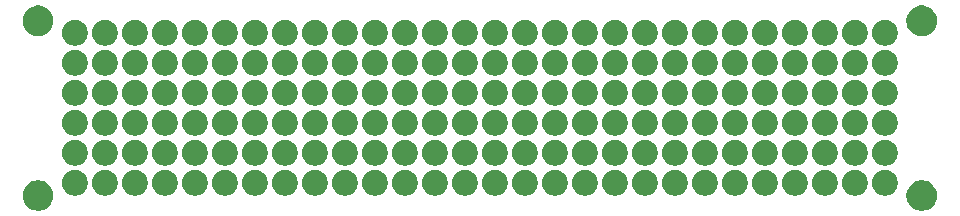
<source format=gbr>
G04 #@! TF.GenerationSoftware,KiCad,Pcbnew,9.0.1*
G04 #@! TF.CreationDate,2025-05-06T23:59:31-04:00*
G04 #@! TF.ProjectId,matrix-protoboard_6x28,6d617472-6978-42d7-9072-6f746f626f61,rev?*
G04 #@! TF.SameCoordinates,Original*
G04 #@! TF.FileFunction,Soldermask,Bot*
G04 #@! TF.FilePolarity,Negative*
%FSLAX46Y46*%
G04 Gerber Fmt 4.6, Leading zero omitted, Abs format (unit mm)*
G04 Created by KiCad (PCBNEW 9.0.1) date 2025-05-06 23:59:31*
%MOMM*%
%LPD*%
G01*
G04 APERTURE LIST*
G04 APERTURE END LIST*
G36*
X120653479Y-116135919D02*
G01*
X120847488Y-116198957D01*
X121029248Y-116291568D01*
X121194282Y-116411472D01*
X121338528Y-116555718D01*
X121458432Y-116720752D01*
X121551043Y-116902512D01*
X121614081Y-117096521D01*
X121645993Y-117298003D01*
X121645993Y-117501997D01*
X121614081Y-117703479D01*
X121551043Y-117897488D01*
X121458432Y-118079248D01*
X121338528Y-118244282D01*
X121194282Y-118388528D01*
X121029248Y-118508432D01*
X120847488Y-118601043D01*
X120653479Y-118664081D01*
X120451997Y-118695993D01*
X120248003Y-118695993D01*
X120046521Y-118664081D01*
X119852512Y-118601043D01*
X119670752Y-118508432D01*
X119505718Y-118388528D01*
X119361472Y-118244282D01*
X119241568Y-118079248D01*
X119148957Y-117897488D01*
X119085919Y-117703479D01*
X119054007Y-117501997D01*
X119054007Y-117298003D01*
X119085919Y-117096521D01*
X119148957Y-116902512D01*
X119241568Y-116720752D01*
X119361472Y-116555718D01*
X119505718Y-116411472D01*
X119670752Y-116291568D01*
X119852512Y-116198957D01*
X120046521Y-116135919D01*
X120248003Y-116104007D01*
X120451997Y-116104007D01*
X120653479Y-116135919D01*
G37*
G36*
X195453479Y-116135919D02*
G01*
X195647488Y-116198957D01*
X195829248Y-116291568D01*
X195994282Y-116411472D01*
X196138528Y-116555718D01*
X196258432Y-116720752D01*
X196351043Y-116902512D01*
X196414081Y-117096521D01*
X196445993Y-117298003D01*
X196445993Y-117501997D01*
X196414081Y-117703479D01*
X196351043Y-117897488D01*
X196258432Y-118079248D01*
X196138528Y-118244282D01*
X195994282Y-118388528D01*
X195829248Y-118508432D01*
X195647488Y-118601043D01*
X195453479Y-118664081D01*
X195251997Y-118695993D01*
X195048003Y-118695993D01*
X194846521Y-118664081D01*
X194652512Y-118601043D01*
X194470752Y-118508432D01*
X194305718Y-118388528D01*
X194161472Y-118244282D01*
X194041568Y-118079248D01*
X193948957Y-117897488D01*
X193885919Y-117703479D01*
X193854007Y-117501997D01*
X193854007Y-117298003D01*
X193885919Y-117096521D01*
X193948957Y-116902512D01*
X194041568Y-116720752D01*
X194161472Y-116555718D01*
X194305718Y-116411472D01*
X194470752Y-116291568D01*
X194652512Y-116198957D01*
X194846521Y-116135919D01*
X195048003Y-116104007D01*
X195251997Y-116104007D01*
X195453479Y-116135919D01*
G37*
G36*
X123706790Y-115240393D02*
G01*
X123870952Y-115293733D01*
X124024748Y-115372096D01*
X124164393Y-115473553D01*
X124286447Y-115595607D01*
X124387904Y-115735252D01*
X124466267Y-115889048D01*
X124519607Y-116053210D01*
X124546609Y-116223695D01*
X124546609Y-116396305D01*
X124519607Y-116566790D01*
X124466267Y-116730952D01*
X124387904Y-116884748D01*
X124286447Y-117024393D01*
X124164393Y-117146447D01*
X124024748Y-117247904D01*
X123870952Y-117326267D01*
X123706790Y-117379607D01*
X123536305Y-117406609D01*
X123363695Y-117406609D01*
X123193210Y-117379607D01*
X123029048Y-117326267D01*
X122875252Y-117247904D01*
X122735607Y-117146447D01*
X122613553Y-117024393D01*
X122512096Y-116884748D01*
X122433733Y-116730952D01*
X122380393Y-116566790D01*
X122353391Y-116396305D01*
X122353391Y-116223695D01*
X122380393Y-116053210D01*
X122433733Y-115889048D01*
X122512096Y-115735252D01*
X122613553Y-115595607D01*
X122735607Y-115473553D01*
X122875252Y-115372096D01*
X123029048Y-115293733D01*
X123193210Y-115240393D01*
X123363695Y-115213391D01*
X123536305Y-115213391D01*
X123706790Y-115240393D01*
G37*
G36*
X126246790Y-115240393D02*
G01*
X126410952Y-115293733D01*
X126564748Y-115372096D01*
X126704393Y-115473553D01*
X126826447Y-115595607D01*
X126927904Y-115735252D01*
X127006267Y-115889048D01*
X127059607Y-116053210D01*
X127086609Y-116223695D01*
X127086609Y-116396305D01*
X127059607Y-116566790D01*
X127006267Y-116730952D01*
X126927904Y-116884748D01*
X126826447Y-117024393D01*
X126704393Y-117146447D01*
X126564748Y-117247904D01*
X126410952Y-117326267D01*
X126246790Y-117379607D01*
X126076305Y-117406609D01*
X125903695Y-117406609D01*
X125733210Y-117379607D01*
X125569048Y-117326267D01*
X125415252Y-117247904D01*
X125275607Y-117146447D01*
X125153553Y-117024393D01*
X125052096Y-116884748D01*
X124973733Y-116730952D01*
X124920393Y-116566790D01*
X124893391Y-116396305D01*
X124893391Y-116223695D01*
X124920393Y-116053210D01*
X124973733Y-115889048D01*
X125052096Y-115735252D01*
X125153553Y-115595607D01*
X125275607Y-115473553D01*
X125415252Y-115372096D01*
X125569048Y-115293733D01*
X125733210Y-115240393D01*
X125903695Y-115213391D01*
X126076305Y-115213391D01*
X126246790Y-115240393D01*
G37*
G36*
X128786790Y-115240393D02*
G01*
X128950952Y-115293733D01*
X129104748Y-115372096D01*
X129244393Y-115473553D01*
X129366447Y-115595607D01*
X129467904Y-115735252D01*
X129546267Y-115889048D01*
X129599607Y-116053210D01*
X129626609Y-116223695D01*
X129626609Y-116396305D01*
X129599607Y-116566790D01*
X129546267Y-116730952D01*
X129467904Y-116884748D01*
X129366447Y-117024393D01*
X129244393Y-117146447D01*
X129104748Y-117247904D01*
X128950952Y-117326267D01*
X128786790Y-117379607D01*
X128616305Y-117406609D01*
X128443695Y-117406609D01*
X128273210Y-117379607D01*
X128109048Y-117326267D01*
X127955252Y-117247904D01*
X127815607Y-117146447D01*
X127693553Y-117024393D01*
X127592096Y-116884748D01*
X127513733Y-116730952D01*
X127460393Y-116566790D01*
X127433391Y-116396305D01*
X127433391Y-116223695D01*
X127460393Y-116053210D01*
X127513733Y-115889048D01*
X127592096Y-115735252D01*
X127693553Y-115595607D01*
X127815607Y-115473553D01*
X127955252Y-115372096D01*
X128109048Y-115293733D01*
X128273210Y-115240393D01*
X128443695Y-115213391D01*
X128616305Y-115213391D01*
X128786790Y-115240393D01*
G37*
G36*
X131326790Y-115240393D02*
G01*
X131490952Y-115293733D01*
X131644748Y-115372096D01*
X131784393Y-115473553D01*
X131906447Y-115595607D01*
X132007904Y-115735252D01*
X132086267Y-115889048D01*
X132139607Y-116053210D01*
X132166609Y-116223695D01*
X132166609Y-116396305D01*
X132139607Y-116566790D01*
X132086267Y-116730952D01*
X132007904Y-116884748D01*
X131906447Y-117024393D01*
X131784393Y-117146447D01*
X131644748Y-117247904D01*
X131490952Y-117326267D01*
X131326790Y-117379607D01*
X131156305Y-117406609D01*
X130983695Y-117406609D01*
X130813210Y-117379607D01*
X130649048Y-117326267D01*
X130495252Y-117247904D01*
X130355607Y-117146447D01*
X130233553Y-117024393D01*
X130132096Y-116884748D01*
X130053733Y-116730952D01*
X130000393Y-116566790D01*
X129973391Y-116396305D01*
X129973391Y-116223695D01*
X130000393Y-116053210D01*
X130053733Y-115889048D01*
X130132096Y-115735252D01*
X130233553Y-115595607D01*
X130355607Y-115473553D01*
X130495252Y-115372096D01*
X130649048Y-115293733D01*
X130813210Y-115240393D01*
X130983695Y-115213391D01*
X131156305Y-115213391D01*
X131326790Y-115240393D01*
G37*
G36*
X133866790Y-115240393D02*
G01*
X134030952Y-115293733D01*
X134184748Y-115372096D01*
X134324393Y-115473553D01*
X134446447Y-115595607D01*
X134547904Y-115735252D01*
X134626267Y-115889048D01*
X134679607Y-116053210D01*
X134706609Y-116223695D01*
X134706609Y-116396305D01*
X134679607Y-116566790D01*
X134626267Y-116730952D01*
X134547904Y-116884748D01*
X134446447Y-117024393D01*
X134324393Y-117146447D01*
X134184748Y-117247904D01*
X134030952Y-117326267D01*
X133866790Y-117379607D01*
X133696305Y-117406609D01*
X133523695Y-117406609D01*
X133353210Y-117379607D01*
X133189048Y-117326267D01*
X133035252Y-117247904D01*
X132895607Y-117146447D01*
X132773553Y-117024393D01*
X132672096Y-116884748D01*
X132593733Y-116730952D01*
X132540393Y-116566790D01*
X132513391Y-116396305D01*
X132513391Y-116223695D01*
X132540393Y-116053210D01*
X132593733Y-115889048D01*
X132672096Y-115735252D01*
X132773553Y-115595607D01*
X132895607Y-115473553D01*
X133035252Y-115372096D01*
X133189048Y-115293733D01*
X133353210Y-115240393D01*
X133523695Y-115213391D01*
X133696305Y-115213391D01*
X133866790Y-115240393D01*
G37*
G36*
X136406790Y-115240393D02*
G01*
X136570952Y-115293733D01*
X136724748Y-115372096D01*
X136864393Y-115473553D01*
X136986447Y-115595607D01*
X137087904Y-115735252D01*
X137166267Y-115889048D01*
X137219607Y-116053210D01*
X137246609Y-116223695D01*
X137246609Y-116396305D01*
X137219607Y-116566790D01*
X137166267Y-116730952D01*
X137087904Y-116884748D01*
X136986447Y-117024393D01*
X136864393Y-117146447D01*
X136724748Y-117247904D01*
X136570952Y-117326267D01*
X136406790Y-117379607D01*
X136236305Y-117406609D01*
X136063695Y-117406609D01*
X135893210Y-117379607D01*
X135729048Y-117326267D01*
X135575252Y-117247904D01*
X135435607Y-117146447D01*
X135313553Y-117024393D01*
X135212096Y-116884748D01*
X135133733Y-116730952D01*
X135080393Y-116566790D01*
X135053391Y-116396305D01*
X135053391Y-116223695D01*
X135080393Y-116053210D01*
X135133733Y-115889048D01*
X135212096Y-115735252D01*
X135313553Y-115595607D01*
X135435607Y-115473553D01*
X135575252Y-115372096D01*
X135729048Y-115293733D01*
X135893210Y-115240393D01*
X136063695Y-115213391D01*
X136236305Y-115213391D01*
X136406790Y-115240393D01*
G37*
G36*
X138946790Y-115240393D02*
G01*
X139110952Y-115293733D01*
X139264748Y-115372096D01*
X139404393Y-115473553D01*
X139526447Y-115595607D01*
X139627904Y-115735252D01*
X139706267Y-115889048D01*
X139759607Y-116053210D01*
X139786609Y-116223695D01*
X139786609Y-116396305D01*
X139759607Y-116566790D01*
X139706267Y-116730952D01*
X139627904Y-116884748D01*
X139526447Y-117024393D01*
X139404393Y-117146447D01*
X139264748Y-117247904D01*
X139110952Y-117326267D01*
X138946790Y-117379607D01*
X138776305Y-117406609D01*
X138603695Y-117406609D01*
X138433210Y-117379607D01*
X138269048Y-117326267D01*
X138115252Y-117247904D01*
X137975607Y-117146447D01*
X137853553Y-117024393D01*
X137752096Y-116884748D01*
X137673733Y-116730952D01*
X137620393Y-116566790D01*
X137593391Y-116396305D01*
X137593391Y-116223695D01*
X137620393Y-116053210D01*
X137673733Y-115889048D01*
X137752096Y-115735252D01*
X137853553Y-115595607D01*
X137975607Y-115473553D01*
X138115252Y-115372096D01*
X138269048Y-115293733D01*
X138433210Y-115240393D01*
X138603695Y-115213391D01*
X138776305Y-115213391D01*
X138946790Y-115240393D01*
G37*
G36*
X141486790Y-115240393D02*
G01*
X141650952Y-115293733D01*
X141804748Y-115372096D01*
X141944393Y-115473553D01*
X142066447Y-115595607D01*
X142167904Y-115735252D01*
X142246267Y-115889048D01*
X142299607Y-116053210D01*
X142326609Y-116223695D01*
X142326609Y-116396305D01*
X142299607Y-116566790D01*
X142246267Y-116730952D01*
X142167904Y-116884748D01*
X142066447Y-117024393D01*
X141944393Y-117146447D01*
X141804748Y-117247904D01*
X141650952Y-117326267D01*
X141486790Y-117379607D01*
X141316305Y-117406609D01*
X141143695Y-117406609D01*
X140973210Y-117379607D01*
X140809048Y-117326267D01*
X140655252Y-117247904D01*
X140515607Y-117146447D01*
X140393553Y-117024393D01*
X140292096Y-116884748D01*
X140213733Y-116730952D01*
X140160393Y-116566790D01*
X140133391Y-116396305D01*
X140133391Y-116223695D01*
X140160393Y-116053210D01*
X140213733Y-115889048D01*
X140292096Y-115735252D01*
X140393553Y-115595607D01*
X140515607Y-115473553D01*
X140655252Y-115372096D01*
X140809048Y-115293733D01*
X140973210Y-115240393D01*
X141143695Y-115213391D01*
X141316305Y-115213391D01*
X141486790Y-115240393D01*
G37*
G36*
X144026790Y-115240393D02*
G01*
X144190952Y-115293733D01*
X144344748Y-115372096D01*
X144484393Y-115473553D01*
X144606447Y-115595607D01*
X144707904Y-115735252D01*
X144786267Y-115889048D01*
X144839607Y-116053210D01*
X144866609Y-116223695D01*
X144866609Y-116396305D01*
X144839607Y-116566790D01*
X144786267Y-116730952D01*
X144707904Y-116884748D01*
X144606447Y-117024393D01*
X144484393Y-117146447D01*
X144344748Y-117247904D01*
X144190952Y-117326267D01*
X144026790Y-117379607D01*
X143856305Y-117406609D01*
X143683695Y-117406609D01*
X143513210Y-117379607D01*
X143349048Y-117326267D01*
X143195252Y-117247904D01*
X143055607Y-117146447D01*
X142933553Y-117024393D01*
X142832096Y-116884748D01*
X142753733Y-116730952D01*
X142700393Y-116566790D01*
X142673391Y-116396305D01*
X142673391Y-116223695D01*
X142700393Y-116053210D01*
X142753733Y-115889048D01*
X142832096Y-115735252D01*
X142933553Y-115595607D01*
X143055607Y-115473553D01*
X143195252Y-115372096D01*
X143349048Y-115293733D01*
X143513210Y-115240393D01*
X143683695Y-115213391D01*
X143856305Y-115213391D01*
X144026790Y-115240393D01*
G37*
G36*
X146566790Y-115240393D02*
G01*
X146730952Y-115293733D01*
X146884748Y-115372096D01*
X147024393Y-115473553D01*
X147146447Y-115595607D01*
X147247904Y-115735252D01*
X147326267Y-115889048D01*
X147379607Y-116053210D01*
X147406609Y-116223695D01*
X147406609Y-116396305D01*
X147379607Y-116566790D01*
X147326267Y-116730952D01*
X147247904Y-116884748D01*
X147146447Y-117024393D01*
X147024393Y-117146447D01*
X146884748Y-117247904D01*
X146730952Y-117326267D01*
X146566790Y-117379607D01*
X146396305Y-117406609D01*
X146223695Y-117406609D01*
X146053210Y-117379607D01*
X145889048Y-117326267D01*
X145735252Y-117247904D01*
X145595607Y-117146447D01*
X145473553Y-117024393D01*
X145372096Y-116884748D01*
X145293733Y-116730952D01*
X145240393Y-116566790D01*
X145213391Y-116396305D01*
X145213391Y-116223695D01*
X145240393Y-116053210D01*
X145293733Y-115889048D01*
X145372096Y-115735252D01*
X145473553Y-115595607D01*
X145595607Y-115473553D01*
X145735252Y-115372096D01*
X145889048Y-115293733D01*
X146053210Y-115240393D01*
X146223695Y-115213391D01*
X146396305Y-115213391D01*
X146566790Y-115240393D01*
G37*
G36*
X149106790Y-115240393D02*
G01*
X149270952Y-115293733D01*
X149424748Y-115372096D01*
X149564393Y-115473553D01*
X149686447Y-115595607D01*
X149787904Y-115735252D01*
X149866267Y-115889048D01*
X149919607Y-116053210D01*
X149946609Y-116223695D01*
X149946609Y-116396305D01*
X149919607Y-116566790D01*
X149866267Y-116730952D01*
X149787904Y-116884748D01*
X149686447Y-117024393D01*
X149564393Y-117146447D01*
X149424748Y-117247904D01*
X149270952Y-117326267D01*
X149106790Y-117379607D01*
X148936305Y-117406609D01*
X148763695Y-117406609D01*
X148593210Y-117379607D01*
X148429048Y-117326267D01*
X148275252Y-117247904D01*
X148135607Y-117146447D01*
X148013553Y-117024393D01*
X147912096Y-116884748D01*
X147833733Y-116730952D01*
X147780393Y-116566790D01*
X147753391Y-116396305D01*
X147753391Y-116223695D01*
X147780393Y-116053210D01*
X147833733Y-115889048D01*
X147912096Y-115735252D01*
X148013553Y-115595607D01*
X148135607Y-115473553D01*
X148275252Y-115372096D01*
X148429048Y-115293733D01*
X148593210Y-115240393D01*
X148763695Y-115213391D01*
X148936305Y-115213391D01*
X149106790Y-115240393D01*
G37*
G36*
X151646790Y-115240393D02*
G01*
X151810952Y-115293733D01*
X151964748Y-115372096D01*
X152104393Y-115473553D01*
X152226447Y-115595607D01*
X152327904Y-115735252D01*
X152406267Y-115889048D01*
X152459607Y-116053210D01*
X152486609Y-116223695D01*
X152486609Y-116396305D01*
X152459607Y-116566790D01*
X152406267Y-116730952D01*
X152327904Y-116884748D01*
X152226447Y-117024393D01*
X152104393Y-117146447D01*
X151964748Y-117247904D01*
X151810952Y-117326267D01*
X151646790Y-117379607D01*
X151476305Y-117406609D01*
X151303695Y-117406609D01*
X151133210Y-117379607D01*
X150969048Y-117326267D01*
X150815252Y-117247904D01*
X150675607Y-117146447D01*
X150553553Y-117024393D01*
X150452096Y-116884748D01*
X150373733Y-116730952D01*
X150320393Y-116566790D01*
X150293391Y-116396305D01*
X150293391Y-116223695D01*
X150320393Y-116053210D01*
X150373733Y-115889048D01*
X150452096Y-115735252D01*
X150553553Y-115595607D01*
X150675607Y-115473553D01*
X150815252Y-115372096D01*
X150969048Y-115293733D01*
X151133210Y-115240393D01*
X151303695Y-115213391D01*
X151476305Y-115213391D01*
X151646790Y-115240393D01*
G37*
G36*
X154186790Y-115240393D02*
G01*
X154350952Y-115293733D01*
X154504748Y-115372096D01*
X154644393Y-115473553D01*
X154766447Y-115595607D01*
X154867904Y-115735252D01*
X154946267Y-115889048D01*
X154999607Y-116053210D01*
X155026609Y-116223695D01*
X155026609Y-116396305D01*
X154999607Y-116566790D01*
X154946267Y-116730952D01*
X154867904Y-116884748D01*
X154766447Y-117024393D01*
X154644393Y-117146447D01*
X154504748Y-117247904D01*
X154350952Y-117326267D01*
X154186790Y-117379607D01*
X154016305Y-117406609D01*
X153843695Y-117406609D01*
X153673210Y-117379607D01*
X153509048Y-117326267D01*
X153355252Y-117247904D01*
X153215607Y-117146447D01*
X153093553Y-117024393D01*
X152992096Y-116884748D01*
X152913733Y-116730952D01*
X152860393Y-116566790D01*
X152833391Y-116396305D01*
X152833391Y-116223695D01*
X152860393Y-116053210D01*
X152913733Y-115889048D01*
X152992096Y-115735252D01*
X153093553Y-115595607D01*
X153215607Y-115473553D01*
X153355252Y-115372096D01*
X153509048Y-115293733D01*
X153673210Y-115240393D01*
X153843695Y-115213391D01*
X154016305Y-115213391D01*
X154186790Y-115240393D01*
G37*
G36*
X156726790Y-115240393D02*
G01*
X156890952Y-115293733D01*
X157044748Y-115372096D01*
X157184393Y-115473553D01*
X157306447Y-115595607D01*
X157407904Y-115735252D01*
X157486267Y-115889048D01*
X157539607Y-116053210D01*
X157566609Y-116223695D01*
X157566609Y-116396305D01*
X157539607Y-116566790D01*
X157486267Y-116730952D01*
X157407904Y-116884748D01*
X157306447Y-117024393D01*
X157184393Y-117146447D01*
X157044748Y-117247904D01*
X156890952Y-117326267D01*
X156726790Y-117379607D01*
X156556305Y-117406609D01*
X156383695Y-117406609D01*
X156213210Y-117379607D01*
X156049048Y-117326267D01*
X155895252Y-117247904D01*
X155755607Y-117146447D01*
X155633553Y-117024393D01*
X155532096Y-116884748D01*
X155453733Y-116730952D01*
X155400393Y-116566790D01*
X155373391Y-116396305D01*
X155373391Y-116223695D01*
X155400393Y-116053210D01*
X155453733Y-115889048D01*
X155532096Y-115735252D01*
X155633553Y-115595607D01*
X155755607Y-115473553D01*
X155895252Y-115372096D01*
X156049048Y-115293733D01*
X156213210Y-115240393D01*
X156383695Y-115213391D01*
X156556305Y-115213391D01*
X156726790Y-115240393D01*
G37*
G36*
X159266790Y-115240393D02*
G01*
X159430952Y-115293733D01*
X159584748Y-115372096D01*
X159724393Y-115473553D01*
X159846447Y-115595607D01*
X159947904Y-115735252D01*
X160026267Y-115889048D01*
X160079607Y-116053210D01*
X160106609Y-116223695D01*
X160106609Y-116396305D01*
X160079607Y-116566790D01*
X160026267Y-116730952D01*
X159947904Y-116884748D01*
X159846447Y-117024393D01*
X159724393Y-117146447D01*
X159584748Y-117247904D01*
X159430952Y-117326267D01*
X159266790Y-117379607D01*
X159096305Y-117406609D01*
X158923695Y-117406609D01*
X158753210Y-117379607D01*
X158589048Y-117326267D01*
X158435252Y-117247904D01*
X158295607Y-117146447D01*
X158173553Y-117024393D01*
X158072096Y-116884748D01*
X157993733Y-116730952D01*
X157940393Y-116566790D01*
X157913391Y-116396305D01*
X157913391Y-116223695D01*
X157940393Y-116053210D01*
X157993733Y-115889048D01*
X158072096Y-115735252D01*
X158173553Y-115595607D01*
X158295607Y-115473553D01*
X158435252Y-115372096D01*
X158589048Y-115293733D01*
X158753210Y-115240393D01*
X158923695Y-115213391D01*
X159096305Y-115213391D01*
X159266790Y-115240393D01*
G37*
G36*
X161806790Y-115240393D02*
G01*
X161970952Y-115293733D01*
X162124748Y-115372096D01*
X162264393Y-115473553D01*
X162386447Y-115595607D01*
X162487904Y-115735252D01*
X162566267Y-115889048D01*
X162619607Y-116053210D01*
X162646609Y-116223695D01*
X162646609Y-116396305D01*
X162619607Y-116566790D01*
X162566267Y-116730952D01*
X162487904Y-116884748D01*
X162386447Y-117024393D01*
X162264393Y-117146447D01*
X162124748Y-117247904D01*
X161970952Y-117326267D01*
X161806790Y-117379607D01*
X161636305Y-117406609D01*
X161463695Y-117406609D01*
X161293210Y-117379607D01*
X161129048Y-117326267D01*
X160975252Y-117247904D01*
X160835607Y-117146447D01*
X160713553Y-117024393D01*
X160612096Y-116884748D01*
X160533733Y-116730952D01*
X160480393Y-116566790D01*
X160453391Y-116396305D01*
X160453391Y-116223695D01*
X160480393Y-116053210D01*
X160533733Y-115889048D01*
X160612096Y-115735252D01*
X160713553Y-115595607D01*
X160835607Y-115473553D01*
X160975252Y-115372096D01*
X161129048Y-115293733D01*
X161293210Y-115240393D01*
X161463695Y-115213391D01*
X161636305Y-115213391D01*
X161806790Y-115240393D01*
G37*
G36*
X164346790Y-115240393D02*
G01*
X164510952Y-115293733D01*
X164664748Y-115372096D01*
X164804393Y-115473553D01*
X164926447Y-115595607D01*
X165027904Y-115735252D01*
X165106267Y-115889048D01*
X165159607Y-116053210D01*
X165186609Y-116223695D01*
X165186609Y-116396305D01*
X165159607Y-116566790D01*
X165106267Y-116730952D01*
X165027904Y-116884748D01*
X164926447Y-117024393D01*
X164804393Y-117146447D01*
X164664748Y-117247904D01*
X164510952Y-117326267D01*
X164346790Y-117379607D01*
X164176305Y-117406609D01*
X164003695Y-117406609D01*
X163833210Y-117379607D01*
X163669048Y-117326267D01*
X163515252Y-117247904D01*
X163375607Y-117146447D01*
X163253553Y-117024393D01*
X163152096Y-116884748D01*
X163073733Y-116730952D01*
X163020393Y-116566790D01*
X162993391Y-116396305D01*
X162993391Y-116223695D01*
X163020393Y-116053210D01*
X163073733Y-115889048D01*
X163152096Y-115735252D01*
X163253553Y-115595607D01*
X163375607Y-115473553D01*
X163515252Y-115372096D01*
X163669048Y-115293733D01*
X163833210Y-115240393D01*
X164003695Y-115213391D01*
X164176305Y-115213391D01*
X164346790Y-115240393D01*
G37*
G36*
X166886790Y-115240393D02*
G01*
X167050952Y-115293733D01*
X167204748Y-115372096D01*
X167344393Y-115473553D01*
X167466447Y-115595607D01*
X167567904Y-115735252D01*
X167646267Y-115889048D01*
X167699607Y-116053210D01*
X167726609Y-116223695D01*
X167726609Y-116396305D01*
X167699607Y-116566790D01*
X167646267Y-116730952D01*
X167567904Y-116884748D01*
X167466447Y-117024393D01*
X167344393Y-117146447D01*
X167204748Y-117247904D01*
X167050952Y-117326267D01*
X166886790Y-117379607D01*
X166716305Y-117406609D01*
X166543695Y-117406609D01*
X166373210Y-117379607D01*
X166209048Y-117326267D01*
X166055252Y-117247904D01*
X165915607Y-117146447D01*
X165793553Y-117024393D01*
X165692096Y-116884748D01*
X165613733Y-116730952D01*
X165560393Y-116566790D01*
X165533391Y-116396305D01*
X165533391Y-116223695D01*
X165560393Y-116053210D01*
X165613733Y-115889048D01*
X165692096Y-115735252D01*
X165793553Y-115595607D01*
X165915607Y-115473553D01*
X166055252Y-115372096D01*
X166209048Y-115293733D01*
X166373210Y-115240393D01*
X166543695Y-115213391D01*
X166716305Y-115213391D01*
X166886790Y-115240393D01*
G37*
G36*
X169426790Y-115240393D02*
G01*
X169590952Y-115293733D01*
X169744748Y-115372096D01*
X169884393Y-115473553D01*
X170006447Y-115595607D01*
X170107904Y-115735252D01*
X170186267Y-115889048D01*
X170239607Y-116053210D01*
X170266609Y-116223695D01*
X170266609Y-116396305D01*
X170239607Y-116566790D01*
X170186267Y-116730952D01*
X170107904Y-116884748D01*
X170006447Y-117024393D01*
X169884393Y-117146447D01*
X169744748Y-117247904D01*
X169590952Y-117326267D01*
X169426790Y-117379607D01*
X169256305Y-117406609D01*
X169083695Y-117406609D01*
X168913210Y-117379607D01*
X168749048Y-117326267D01*
X168595252Y-117247904D01*
X168455607Y-117146447D01*
X168333553Y-117024393D01*
X168232096Y-116884748D01*
X168153733Y-116730952D01*
X168100393Y-116566790D01*
X168073391Y-116396305D01*
X168073391Y-116223695D01*
X168100393Y-116053210D01*
X168153733Y-115889048D01*
X168232096Y-115735252D01*
X168333553Y-115595607D01*
X168455607Y-115473553D01*
X168595252Y-115372096D01*
X168749048Y-115293733D01*
X168913210Y-115240393D01*
X169083695Y-115213391D01*
X169256305Y-115213391D01*
X169426790Y-115240393D01*
G37*
G36*
X171966790Y-115240393D02*
G01*
X172130952Y-115293733D01*
X172284748Y-115372096D01*
X172424393Y-115473553D01*
X172546447Y-115595607D01*
X172647904Y-115735252D01*
X172726267Y-115889048D01*
X172779607Y-116053210D01*
X172806609Y-116223695D01*
X172806609Y-116396305D01*
X172779607Y-116566790D01*
X172726267Y-116730952D01*
X172647904Y-116884748D01*
X172546447Y-117024393D01*
X172424393Y-117146447D01*
X172284748Y-117247904D01*
X172130952Y-117326267D01*
X171966790Y-117379607D01*
X171796305Y-117406609D01*
X171623695Y-117406609D01*
X171453210Y-117379607D01*
X171289048Y-117326267D01*
X171135252Y-117247904D01*
X170995607Y-117146447D01*
X170873553Y-117024393D01*
X170772096Y-116884748D01*
X170693733Y-116730952D01*
X170640393Y-116566790D01*
X170613391Y-116396305D01*
X170613391Y-116223695D01*
X170640393Y-116053210D01*
X170693733Y-115889048D01*
X170772096Y-115735252D01*
X170873553Y-115595607D01*
X170995607Y-115473553D01*
X171135252Y-115372096D01*
X171289048Y-115293733D01*
X171453210Y-115240393D01*
X171623695Y-115213391D01*
X171796305Y-115213391D01*
X171966790Y-115240393D01*
G37*
G36*
X174506790Y-115240393D02*
G01*
X174670952Y-115293733D01*
X174824748Y-115372096D01*
X174964393Y-115473553D01*
X175086447Y-115595607D01*
X175187904Y-115735252D01*
X175266267Y-115889048D01*
X175319607Y-116053210D01*
X175346609Y-116223695D01*
X175346609Y-116396305D01*
X175319607Y-116566790D01*
X175266267Y-116730952D01*
X175187904Y-116884748D01*
X175086447Y-117024393D01*
X174964393Y-117146447D01*
X174824748Y-117247904D01*
X174670952Y-117326267D01*
X174506790Y-117379607D01*
X174336305Y-117406609D01*
X174163695Y-117406609D01*
X173993210Y-117379607D01*
X173829048Y-117326267D01*
X173675252Y-117247904D01*
X173535607Y-117146447D01*
X173413553Y-117024393D01*
X173312096Y-116884748D01*
X173233733Y-116730952D01*
X173180393Y-116566790D01*
X173153391Y-116396305D01*
X173153391Y-116223695D01*
X173180393Y-116053210D01*
X173233733Y-115889048D01*
X173312096Y-115735252D01*
X173413553Y-115595607D01*
X173535607Y-115473553D01*
X173675252Y-115372096D01*
X173829048Y-115293733D01*
X173993210Y-115240393D01*
X174163695Y-115213391D01*
X174336305Y-115213391D01*
X174506790Y-115240393D01*
G37*
G36*
X177046790Y-115240393D02*
G01*
X177210952Y-115293733D01*
X177364748Y-115372096D01*
X177504393Y-115473553D01*
X177626447Y-115595607D01*
X177727904Y-115735252D01*
X177806267Y-115889048D01*
X177859607Y-116053210D01*
X177886609Y-116223695D01*
X177886609Y-116396305D01*
X177859607Y-116566790D01*
X177806267Y-116730952D01*
X177727904Y-116884748D01*
X177626447Y-117024393D01*
X177504393Y-117146447D01*
X177364748Y-117247904D01*
X177210952Y-117326267D01*
X177046790Y-117379607D01*
X176876305Y-117406609D01*
X176703695Y-117406609D01*
X176533210Y-117379607D01*
X176369048Y-117326267D01*
X176215252Y-117247904D01*
X176075607Y-117146447D01*
X175953553Y-117024393D01*
X175852096Y-116884748D01*
X175773733Y-116730952D01*
X175720393Y-116566790D01*
X175693391Y-116396305D01*
X175693391Y-116223695D01*
X175720393Y-116053210D01*
X175773733Y-115889048D01*
X175852096Y-115735252D01*
X175953553Y-115595607D01*
X176075607Y-115473553D01*
X176215252Y-115372096D01*
X176369048Y-115293733D01*
X176533210Y-115240393D01*
X176703695Y-115213391D01*
X176876305Y-115213391D01*
X177046790Y-115240393D01*
G37*
G36*
X179586790Y-115240393D02*
G01*
X179750952Y-115293733D01*
X179904748Y-115372096D01*
X180044393Y-115473553D01*
X180166447Y-115595607D01*
X180267904Y-115735252D01*
X180346267Y-115889048D01*
X180399607Y-116053210D01*
X180426609Y-116223695D01*
X180426609Y-116396305D01*
X180399607Y-116566790D01*
X180346267Y-116730952D01*
X180267904Y-116884748D01*
X180166447Y-117024393D01*
X180044393Y-117146447D01*
X179904748Y-117247904D01*
X179750952Y-117326267D01*
X179586790Y-117379607D01*
X179416305Y-117406609D01*
X179243695Y-117406609D01*
X179073210Y-117379607D01*
X178909048Y-117326267D01*
X178755252Y-117247904D01*
X178615607Y-117146447D01*
X178493553Y-117024393D01*
X178392096Y-116884748D01*
X178313733Y-116730952D01*
X178260393Y-116566790D01*
X178233391Y-116396305D01*
X178233391Y-116223695D01*
X178260393Y-116053210D01*
X178313733Y-115889048D01*
X178392096Y-115735252D01*
X178493553Y-115595607D01*
X178615607Y-115473553D01*
X178755252Y-115372096D01*
X178909048Y-115293733D01*
X179073210Y-115240393D01*
X179243695Y-115213391D01*
X179416305Y-115213391D01*
X179586790Y-115240393D01*
G37*
G36*
X182126790Y-115240393D02*
G01*
X182290952Y-115293733D01*
X182444748Y-115372096D01*
X182584393Y-115473553D01*
X182706447Y-115595607D01*
X182807904Y-115735252D01*
X182886267Y-115889048D01*
X182939607Y-116053210D01*
X182966609Y-116223695D01*
X182966609Y-116396305D01*
X182939607Y-116566790D01*
X182886267Y-116730952D01*
X182807904Y-116884748D01*
X182706447Y-117024393D01*
X182584393Y-117146447D01*
X182444748Y-117247904D01*
X182290952Y-117326267D01*
X182126790Y-117379607D01*
X181956305Y-117406609D01*
X181783695Y-117406609D01*
X181613210Y-117379607D01*
X181449048Y-117326267D01*
X181295252Y-117247904D01*
X181155607Y-117146447D01*
X181033553Y-117024393D01*
X180932096Y-116884748D01*
X180853733Y-116730952D01*
X180800393Y-116566790D01*
X180773391Y-116396305D01*
X180773391Y-116223695D01*
X180800393Y-116053210D01*
X180853733Y-115889048D01*
X180932096Y-115735252D01*
X181033553Y-115595607D01*
X181155607Y-115473553D01*
X181295252Y-115372096D01*
X181449048Y-115293733D01*
X181613210Y-115240393D01*
X181783695Y-115213391D01*
X181956305Y-115213391D01*
X182126790Y-115240393D01*
G37*
G36*
X184666790Y-115240393D02*
G01*
X184830952Y-115293733D01*
X184984748Y-115372096D01*
X185124393Y-115473553D01*
X185246447Y-115595607D01*
X185347904Y-115735252D01*
X185426267Y-115889048D01*
X185479607Y-116053210D01*
X185506609Y-116223695D01*
X185506609Y-116396305D01*
X185479607Y-116566790D01*
X185426267Y-116730952D01*
X185347904Y-116884748D01*
X185246447Y-117024393D01*
X185124393Y-117146447D01*
X184984748Y-117247904D01*
X184830952Y-117326267D01*
X184666790Y-117379607D01*
X184496305Y-117406609D01*
X184323695Y-117406609D01*
X184153210Y-117379607D01*
X183989048Y-117326267D01*
X183835252Y-117247904D01*
X183695607Y-117146447D01*
X183573553Y-117024393D01*
X183472096Y-116884748D01*
X183393733Y-116730952D01*
X183340393Y-116566790D01*
X183313391Y-116396305D01*
X183313391Y-116223695D01*
X183340393Y-116053210D01*
X183393733Y-115889048D01*
X183472096Y-115735252D01*
X183573553Y-115595607D01*
X183695607Y-115473553D01*
X183835252Y-115372096D01*
X183989048Y-115293733D01*
X184153210Y-115240393D01*
X184323695Y-115213391D01*
X184496305Y-115213391D01*
X184666790Y-115240393D01*
G37*
G36*
X187206790Y-115240393D02*
G01*
X187370952Y-115293733D01*
X187524748Y-115372096D01*
X187664393Y-115473553D01*
X187786447Y-115595607D01*
X187887904Y-115735252D01*
X187966267Y-115889048D01*
X188019607Y-116053210D01*
X188046609Y-116223695D01*
X188046609Y-116396305D01*
X188019607Y-116566790D01*
X187966267Y-116730952D01*
X187887904Y-116884748D01*
X187786447Y-117024393D01*
X187664393Y-117146447D01*
X187524748Y-117247904D01*
X187370952Y-117326267D01*
X187206790Y-117379607D01*
X187036305Y-117406609D01*
X186863695Y-117406609D01*
X186693210Y-117379607D01*
X186529048Y-117326267D01*
X186375252Y-117247904D01*
X186235607Y-117146447D01*
X186113553Y-117024393D01*
X186012096Y-116884748D01*
X185933733Y-116730952D01*
X185880393Y-116566790D01*
X185853391Y-116396305D01*
X185853391Y-116223695D01*
X185880393Y-116053210D01*
X185933733Y-115889048D01*
X186012096Y-115735252D01*
X186113553Y-115595607D01*
X186235607Y-115473553D01*
X186375252Y-115372096D01*
X186529048Y-115293733D01*
X186693210Y-115240393D01*
X186863695Y-115213391D01*
X187036305Y-115213391D01*
X187206790Y-115240393D01*
G37*
G36*
X189746790Y-115240393D02*
G01*
X189910952Y-115293733D01*
X190064748Y-115372096D01*
X190204393Y-115473553D01*
X190326447Y-115595607D01*
X190427904Y-115735252D01*
X190506267Y-115889048D01*
X190559607Y-116053210D01*
X190586609Y-116223695D01*
X190586609Y-116396305D01*
X190559607Y-116566790D01*
X190506267Y-116730952D01*
X190427904Y-116884748D01*
X190326447Y-117024393D01*
X190204393Y-117146447D01*
X190064748Y-117247904D01*
X189910952Y-117326267D01*
X189746790Y-117379607D01*
X189576305Y-117406609D01*
X189403695Y-117406609D01*
X189233210Y-117379607D01*
X189069048Y-117326267D01*
X188915252Y-117247904D01*
X188775607Y-117146447D01*
X188653553Y-117024393D01*
X188552096Y-116884748D01*
X188473733Y-116730952D01*
X188420393Y-116566790D01*
X188393391Y-116396305D01*
X188393391Y-116223695D01*
X188420393Y-116053210D01*
X188473733Y-115889048D01*
X188552096Y-115735252D01*
X188653553Y-115595607D01*
X188775607Y-115473553D01*
X188915252Y-115372096D01*
X189069048Y-115293733D01*
X189233210Y-115240393D01*
X189403695Y-115213391D01*
X189576305Y-115213391D01*
X189746790Y-115240393D01*
G37*
G36*
X192286790Y-115240393D02*
G01*
X192450952Y-115293733D01*
X192604748Y-115372096D01*
X192744393Y-115473553D01*
X192866447Y-115595607D01*
X192967904Y-115735252D01*
X193046267Y-115889048D01*
X193099607Y-116053210D01*
X193126609Y-116223695D01*
X193126609Y-116396305D01*
X193099607Y-116566790D01*
X193046267Y-116730952D01*
X192967904Y-116884748D01*
X192866447Y-117024393D01*
X192744393Y-117146447D01*
X192604748Y-117247904D01*
X192450952Y-117326267D01*
X192286790Y-117379607D01*
X192116305Y-117406609D01*
X191943695Y-117406609D01*
X191773210Y-117379607D01*
X191609048Y-117326267D01*
X191455252Y-117247904D01*
X191315607Y-117146447D01*
X191193553Y-117024393D01*
X191092096Y-116884748D01*
X191013733Y-116730952D01*
X190960393Y-116566790D01*
X190933391Y-116396305D01*
X190933391Y-116223695D01*
X190960393Y-116053210D01*
X191013733Y-115889048D01*
X191092096Y-115735252D01*
X191193553Y-115595607D01*
X191315607Y-115473553D01*
X191455252Y-115372096D01*
X191609048Y-115293733D01*
X191773210Y-115240393D01*
X191943695Y-115213391D01*
X192116305Y-115213391D01*
X192286790Y-115240393D01*
G37*
G36*
X123706790Y-112700393D02*
G01*
X123870952Y-112753733D01*
X124024748Y-112832096D01*
X124164393Y-112933553D01*
X124286447Y-113055607D01*
X124387904Y-113195252D01*
X124466267Y-113349048D01*
X124519607Y-113513210D01*
X124546609Y-113683695D01*
X124546609Y-113856305D01*
X124519607Y-114026790D01*
X124466267Y-114190952D01*
X124387904Y-114344748D01*
X124286447Y-114484393D01*
X124164393Y-114606447D01*
X124024748Y-114707904D01*
X123870952Y-114786267D01*
X123706790Y-114839607D01*
X123536305Y-114866609D01*
X123363695Y-114866609D01*
X123193210Y-114839607D01*
X123029048Y-114786267D01*
X122875252Y-114707904D01*
X122735607Y-114606447D01*
X122613553Y-114484393D01*
X122512096Y-114344748D01*
X122433733Y-114190952D01*
X122380393Y-114026790D01*
X122353391Y-113856305D01*
X122353391Y-113683695D01*
X122380393Y-113513210D01*
X122433733Y-113349048D01*
X122512096Y-113195252D01*
X122613553Y-113055607D01*
X122735607Y-112933553D01*
X122875252Y-112832096D01*
X123029048Y-112753733D01*
X123193210Y-112700393D01*
X123363695Y-112673391D01*
X123536305Y-112673391D01*
X123706790Y-112700393D01*
G37*
G36*
X126246790Y-112700393D02*
G01*
X126410952Y-112753733D01*
X126564748Y-112832096D01*
X126704393Y-112933553D01*
X126826447Y-113055607D01*
X126927904Y-113195252D01*
X127006267Y-113349048D01*
X127059607Y-113513210D01*
X127086609Y-113683695D01*
X127086609Y-113856305D01*
X127059607Y-114026790D01*
X127006267Y-114190952D01*
X126927904Y-114344748D01*
X126826447Y-114484393D01*
X126704393Y-114606447D01*
X126564748Y-114707904D01*
X126410952Y-114786267D01*
X126246790Y-114839607D01*
X126076305Y-114866609D01*
X125903695Y-114866609D01*
X125733210Y-114839607D01*
X125569048Y-114786267D01*
X125415252Y-114707904D01*
X125275607Y-114606447D01*
X125153553Y-114484393D01*
X125052096Y-114344748D01*
X124973733Y-114190952D01*
X124920393Y-114026790D01*
X124893391Y-113856305D01*
X124893391Y-113683695D01*
X124920393Y-113513210D01*
X124973733Y-113349048D01*
X125052096Y-113195252D01*
X125153553Y-113055607D01*
X125275607Y-112933553D01*
X125415252Y-112832096D01*
X125569048Y-112753733D01*
X125733210Y-112700393D01*
X125903695Y-112673391D01*
X126076305Y-112673391D01*
X126246790Y-112700393D01*
G37*
G36*
X128786790Y-112700393D02*
G01*
X128950952Y-112753733D01*
X129104748Y-112832096D01*
X129244393Y-112933553D01*
X129366447Y-113055607D01*
X129467904Y-113195252D01*
X129546267Y-113349048D01*
X129599607Y-113513210D01*
X129626609Y-113683695D01*
X129626609Y-113856305D01*
X129599607Y-114026790D01*
X129546267Y-114190952D01*
X129467904Y-114344748D01*
X129366447Y-114484393D01*
X129244393Y-114606447D01*
X129104748Y-114707904D01*
X128950952Y-114786267D01*
X128786790Y-114839607D01*
X128616305Y-114866609D01*
X128443695Y-114866609D01*
X128273210Y-114839607D01*
X128109048Y-114786267D01*
X127955252Y-114707904D01*
X127815607Y-114606447D01*
X127693553Y-114484393D01*
X127592096Y-114344748D01*
X127513733Y-114190952D01*
X127460393Y-114026790D01*
X127433391Y-113856305D01*
X127433391Y-113683695D01*
X127460393Y-113513210D01*
X127513733Y-113349048D01*
X127592096Y-113195252D01*
X127693553Y-113055607D01*
X127815607Y-112933553D01*
X127955252Y-112832096D01*
X128109048Y-112753733D01*
X128273210Y-112700393D01*
X128443695Y-112673391D01*
X128616305Y-112673391D01*
X128786790Y-112700393D01*
G37*
G36*
X131326790Y-112700393D02*
G01*
X131490952Y-112753733D01*
X131644748Y-112832096D01*
X131784393Y-112933553D01*
X131906447Y-113055607D01*
X132007904Y-113195252D01*
X132086267Y-113349048D01*
X132139607Y-113513210D01*
X132166609Y-113683695D01*
X132166609Y-113856305D01*
X132139607Y-114026790D01*
X132086267Y-114190952D01*
X132007904Y-114344748D01*
X131906447Y-114484393D01*
X131784393Y-114606447D01*
X131644748Y-114707904D01*
X131490952Y-114786267D01*
X131326790Y-114839607D01*
X131156305Y-114866609D01*
X130983695Y-114866609D01*
X130813210Y-114839607D01*
X130649048Y-114786267D01*
X130495252Y-114707904D01*
X130355607Y-114606447D01*
X130233553Y-114484393D01*
X130132096Y-114344748D01*
X130053733Y-114190952D01*
X130000393Y-114026790D01*
X129973391Y-113856305D01*
X129973391Y-113683695D01*
X130000393Y-113513210D01*
X130053733Y-113349048D01*
X130132096Y-113195252D01*
X130233553Y-113055607D01*
X130355607Y-112933553D01*
X130495252Y-112832096D01*
X130649048Y-112753733D01*
X130813210Y-112700393D01*
X130983695Y-112673391D01*
X131156305Y-112673391D01*
X131326790Y-112700393D01*
G37*
G36*
X133866790Y-112700393D02*
G01*
X134030952Y-112753733D01*
X134184748Y-112832096D01*
X134324393Y-112933553D01*
X134446447Y-113055607D01*
X134547904Y-113195252D01*
X134626267Y-113349048D01*
X134679607Y-113513210D01*
X134706609Y-113683695D01*
X134706609Y-113856305D01*
X134679607Y-114026790D01*
X134626267Y-114190952D01*
X134547904Y-114344748D01*
X134446447Y-114484393D01*
X134324393Y-114606447D01*
X134184748Y-114707904D01*
X134030952Y-114786267D01*
X133866790Y-114839607D01*
X133696305Y-114866609D01*
X133523695Y-114866609D01*
X133353210Y-114839607D01*
X133189048Y-114786267D01*
X133035252Y-114707904D01*
X132895607Y-114606447D01*
X132773553Y-114484393D01*
X132672096Y-114344748D01*
X132593733Y-114190952D01*
X132540393Y-114026790D01*
X132513391Y-113856305D01*
X132513391Y-113683695D01*
X132540393Y-113513210D01*
X132593733Y-113349048D01*
X132672096Y-113195252D01*
X132773553Y-113055607D01*
X132895607Y-112933553D01*
X133035252Y-112832096D01*
X133189048Y-112753733D01*
X133353210Y-112700393D01*
X133523695Y-112673391D01*
X133696305Y-112673391D01*
X133866790Y-112700393D01*
G37*
G36*
X136406790Y-112700393D02*
G01*
X136570952Y-112753733D01*
X136724748Y-112832096D01*
X136864393Y-112933553D01*
X136986447Y-113055607D01*
X137087904Y-113195252D01*
X137166267Y-113349048D01*
X137219607Y-113513210D01*
X137246609Y-113683695D01*
X137246609Y-113856305D01*
X137219607Y-114026790D01*
X137166267Y-114190952D01*
X137087904Y-114344748D01*
X136986447Y-114484393D01*
X136864393Y-114606447D01*
X136724748Y-114707904D01*
X136570952Y-114786267D01*
X136406790Y-114839607D01*
X136236305Y-114866609D01*
X136063695Y-114866609D01*
X135893210Y-114839607D01*
X135729048Y-114786267D01*
X135575252Y-114707904D01*
X135435607Y-114606447D01*
X135313553Y-114484393D01*
X135212096Y-114344748D01*
X135133733Y-114190952D01*
X135080393Y-114026790D01*
X135053391Y-113856305D01*
X135053391Y-113683695D01*
X135080393Y-113513210D01*
X135133733Y-113349048D01*
X135212096Y-113195252D01*
X135313553Y-113055607D01*
X135435607Y-112933553D01*
X135575252Y-112832096D01*
X135729048Y-112753733D01*
X135893210Y-112700393D01*
X136063695Y-112673391D01*
X136236305Y-112673391D01*
X136406790Y-112700393D01*
G37*
G36*
X138946790Y-112700393D02*
G01*
X139110952Y-112753733D01*
X139264748Y-112832096D01*
X139404393Y-112933553D01*
X139526447Y-113055607D01*
X139627904Y-113195252D01*
X139706267Y-113349048D01*
X139759607Y-113513210D01*
X139786609Y-113683695D01*
X139786609Y-113856305D01*
X139759607Y-114026790D01*
X139706267Y-114190952D01*
X139627904Y-114344748D01*
X139526447Y-114484393D01*
X139404393Y-114606447D01*
X139264748Y-114707904D01*
X139110952Y-114786267D01*
X138946790Y-114839607D01*
X138776305Y-114866609D01*
X138603695Y-114866609D01*
X138433210Y-114839607D01*
X138269048Y-114786267D01*
X138115252Y-114707904D01*
X137975607Y-114606447D01*
X137853553Y-114484393D01*
X137752096Y-114344748D01*
X137673733Y-114190952D01*
X137620393Y-114026790D01*
X137593391Y-113856305D01*
X137593391Y-113683695D01*
X137620393Y-113513210D01*
X137673733Y-113349048D01*
X137752096Y-113195252D01*
X137853553Y-113055607D01*
X137975607Y-112933553D01*
X138115252Y-112832096D01*
X138269048Y-112753733D01*
X138433210Y-112700393D01*
X138603695Y-112673391D01*
X138776305Y-112673391D01*
X138946790Y-112700393D01*
G37*
G36*
X141486790Y-112700393D02*
G01*
X141650952Y-112753733D01*
X141804748Y-112832096D01*
X141944393Y-112933553D01*
X142066447Y-113055607D01*
X142167904Y-113195252D01*
X142246267Y-113349048D01*
X142299607Y-113513210D01*
X142326609Y-113683695D01*
X142326609Y-113856305D01*
X142299607Y-114026790D01*
X142246267Y-114190952D01*
X142167904Y-114344748D01*
X142066447Y-114484393D01*
X141944393Y-114606447D01*
X141804748Y-114707904D01*
X141650952Y-114786267D01*
X141486790Y-114839607D01*
X141316305Y-114866609D01*
X141143695Y-114866609D01*
X140973210Y-114839607D01*
X140809048Y-114786267D01*
X140655252Y-114707904D01*
X140515607Y-114606447D01*
X140393553Y-114484393D01*
X140292096Y-114344748D01*
X140213733Y-114190952D01*
X140160393Y-114026790D01*
X140133391Y-113856305D01*
X140133391Y-113683695D01*
X140160393Y-113513210D01*
X140213733Y-113349048D01*
X140292096Y-113195252D01*
X140393553Y-113055607D01*
X140515607Y-112933553D01*
X140655252Y-112832096D01*
X140809048Y-112753733D01*
X140973210Y-112700393D01*
X141143695Y-112673391D01*
X141316305Y-112673391D01*
X141486790Y-112700393D01*
G37*
G36*
X144026790Y-112700393D02*
G01*
X144190952Y-112753733D01*
X144344748Y-112832096D01*
X144484393Y-112933553D01*
X144606447Y-113055607D01*
X144707904Y-113195252D01*
X144786267Y-113349048D01*
X144839607Y-113513210D01*
X144866609Y-113683695D01*
X144866609Y-113856305D01*
X144839607Y-114026790D01*
X144786267Y-114190952D01*
X144707904Y-114344748D01*
X144606447Y-114484393D01*
X144484393Y-114606447D01*
X144344748Y-114707904D01*
X144190952Y-114786267D01*
X144026790Y-114839607D01*
X143856305Y-114866609D01*
X143683695Y-114866609D01*
X143513210Y-114839607D01*
X143349048Y-114786267D01*
X143195252Y-114707904D01*
X143055607Y-114606447D01*
X142933553Y-114484393D01*
X142832096Y-114344748D01*
X142753733Y-114190952D01*
X142700393Y-114026790D01*
X142673391Y-113856305D01*
X142673391Y-113683695D01*
X142700393Y-113513210D01*
X142753733Y-113349048D01*
X142832096Y-113195252D01*
X142933553Y-113055607D01*
X143055607Y-112933553D01*
X143195252Y-112832096D01*
X143349048Y-112753733D01*
X143513210Y-112700393D01*
X143683695Y-112673391D01*
X143856305Y-112673391D01*
X144026790Y-112700393D01*
G37*
G36*
X146566790Y-112700393D02*
G01*
X146730952Y-112753733D01*
X146884748Y-112832096D01*
X147024393Y-112933553D01*
X147146447Y-113055607D01*
X147247904Y-113195252D01*
X147326267Y-113349048D01*
X147379607Y-113513210D01*
X147406609Y-113683695D01*
X147406609Y-113856305D01*
X147379607Y-114026790D01*
X147326267Y-114190952D01*
X147247904Y-114344748D01*
X147146447Y-114484393D01*
X147024393Y-114606447D01*
X146884748Y-114707904D01*
X146730952Y-114786267D01*
X146566790Y-114839607D01*
X146396305Y-114866609D01*
X146223695Y-114866609D01*
X146053210Y-114839607D01*
X145889048Y-114786267D01*
X145735252Y-114707904D01*
X145595607Y-114606447D01*
X145473553Y-114484393D01*
X145372096Y-114344748D01*
X145293733Y-114190952D01*
X145240393Y-114026790D01*
X145213391Y-113856305D01*
X145213391Y-113683695D01*
X145240393Y-113513210D01*
X145293733Y-113349048D01*
X145372096Y-113195252D01*
X145473553Y-113055607D01*
X145595607Y-112933553D01*
X145735252Y-112832096D01*
X145889048Y-112753733D01*
X146053210Y-112700393D01*
X146223695Y-112673391D01*
X146396305Y-112673391D01*
X146566790Y-112700393D01*
G37*
G36*
X149106790Y-112700393D02*
G01*
X149270952Y-112753733D01*
X149424748Y-112832096D01*
X149564393Y-112933553D01*
X149686447Y-113055607D01*
X149787904Y-113195252D01*
X149866267Y-113349048D01*
X149919607Y-113513210D01*
X149946609Y-113683695D01*
X149946609Y-113856305D01*
X149919607Y-114026790D01*
X149866267Y-114190952D01*
X149787904Y-114344748D01*
X149686447Y-114484393D01*
X149564393Y-114606447D01*
X149424748Y-114707904D01*
X149270952Y-114786267D01*
X149106790Y-114839607D01*
X148936305Y-114866609D01*
X148763695Y-114866609D01*
X148593210Y-114839607D01*
X148429048Y-114786267D01*
X148275252Y-114707904D01*
X148135607Y-114606447D01*
X148013553Y-114484393D01*
X147912096Y-114344748D01*
X147833733Y-114190952D01*
X147780393Y-114026790D01*
X147753391Y-113856305D01*
X147753391Y-113683695D01*
X147780393Y-113513210D01*
X147833733Y-113349048D01*
X147912096Y-113195252D01*
X148013553Y-113055607D01*
X148135607Y-112933553D01*
X148275252Y-112832096D01*
X148429048Y-112753733D01*
X148593210Y-112700393D01*
X148763695Y-112673391D01*
X148936305Y-112673391D01*
X149106790Y-112700393D01*
G37*
G36*
X151646790Y-112700393D02*
G01*
X151810952Y-112753733D01*
X151964748Y-112832096D01*
X152104393Y-112933553D01*
X152226447Y-113055607D01*
X152327904Y-113195252D01*
X152406267Y-113349048D01*
X152459607Y-113513210D01*
X152486609Y-113683695D01*
X152486609Y-113856305D01*
X152459607Y-114026790D01*
X152406267Y-114190952D01*
X152327904Y-114344748D01*
X152226447Y-114484393D01*
X152104393Y-114606447D01*
X151964748Y-114707904D01*
X151810952Y-114786267D01*
X151646790Y-114839607D01*
X151476305Y-114866609D01*
X151303695Y-114866609D01*
X151133210Y-114839607D01*
X150969048Y-114786267D01*
X150815252Y-114707904D01*
X150675607Y-114606447D01*
X150553553Y-114484393D01*
X150452096Y-114344748D01*
X150373733Y-114190952D01*
X150320393Y-114026790D01*
X150293391Y-113856305D01*
X150293391Y-113683695D01*
X150320393Y-113513210D01*
X150373733Y-113349048D01*
X150452096Y-113195252D01*
X150553553Y-113055607D01*
X150675607Y-112933553D01*
X150815252Y-112832096D01*
X150969048Y-112753733D01*
X151133210Y-112700393D01*
X151303695Y-112673391D01*
X151476305Y-112673391D01*
X151646790Y-112700393D01*
G37*
G36*
X154186790Y-112700393D02*
G01*
X154350952Y-112753733D01*
X154504748Y-112832096D01*
X154644393Y-112933553D01*
X154766447Y-113055607D01*
X154867904Y-113195252D01*
X154946267Y-113349048D01*
X154999607Y-113513210D01*
X155026609Y-113683695D01*
X155026609Y-113856305D01*
X154999607Y-114026790D01*
X154946267Y-114190952D01*
X154867904Y-114344748D01*
X154766447Y-114484393D01*
X154644393Y-114606447D01*
X154504748Y-114707904D01*
X154350952Y-114786267D01*
X154186790Y-114839607D01*
X154016305Y-114866609D01*
X153843695Y-114866609D01*
X153673210Y-114839607D01*
X153509048Y-114786267D01*
X153355252Y-114707904D01*
X153215607Y-114606447D01*
X153093553Y-114484393D01*
X152992096Y-114344748D01*
X152913733Y-114190952D01*
X152860393Y-114026790D01*
X152833391Y-113856305D01*
X152833391Y-113683695D01*
X152860393Y-113513210D01*
X152913733Y-113349048D01*
X152992096Y-113195252D01*
X153093553Y-113055607D01*
X153215607Y-112933553D01*
X153355252Y-112832096D01*
X153509048Y-112753733D01*
X153673210Y-112700393D01*
X153843695Y-112673391D01*
X154016305Y-112673391D01*
X154186790Y-112700393D01*
G37*
G36*
X156726790Y-112700393D02*
G01*
X156890952Y-112753733D01*
X157044748Y-112832096D01*
X157184393Y-112933553D01*
X157306447Y-113055607D01*
X157407904Y-113195252D01*
X157486267Y-113349048D01*
X157539607Y-113513210D01*
X157566609Y-113683695D01*
X157566609Y-113856305D01*
X157539607Y-114026790D01*
X157486267Y-114190952D01*
X157407904Y-114344748D01*
X157306447Y-114484393D01*
X157184393Y-114606447D01*
X157044748Y-114707904D01*
X156890952Y-114786267D01*
X156726790Y-114839607D01*
X156556305Y-114866609D01*
X156383695Y-114866609D01*
X156213210Y-114839607D01*
X156049048Y-114786267D01*
X155895252Y-114707904D01*
X155755607Y-114606447D01*
X155633553Y-114484393D01*
X155532096Y-114344748D01*
X155453733Y-114190952D01*
X155400393Y-114026790D01*
X155373391Y-113856305D01*
X155373391Y-113683695D01*
X155400393Y-113513210D01*
X155453733Y-113349048D01*
X155532096Y-113195252D01*
X155633553Y-113055607D01*
X155755607Y-112933553D01*
X155895252Y-112832096D01*
X156049048Y-112753733D01*
X156213210Y-112700393D01*
X156383695Y-112673391D01*
X156556305Y-112673391D01*
X156726790Y-112700393D01*
G37*
G36*
X159266790Y-112700393D02*
G01*
X159430952Y-112753733D01*
X159584748Y-112832096D01*
X159724393Y-112933553D01*
X159846447Y-113055607D01*
X159947904Y-113195252D01*
X160026267Y-113349048D01*
X160079607Y-113513210D01*
X160106609Y-113683695D01*
X160106609Y-113856305D01*
X160079607Y-114026790D01*
X160026267Y-114190952D01*
X159947904Y-114344748D01*
X159846447Y-114484393D01*
X159724393Y-114606447D01*
X159584748Y-114707904D01*
X159430952Y-114786267D01*
X159266790Y-114839607D01*
X159096305Y-114866609D01*
X158923695Y-114866609D01*
X158753210Y-114839607D01*
X158589048Y-114786267D01*
X158435252Y-114707904D01*
X158295607Y-114606447D01*
X158173553Y-114484393D01*
X158072096Y-114344748D01*
X157993733Y-114190952D01*
X157940393Y-114026790D01*
X157913391Y-113856305D01*
X157913391Y-113683695D01*
X157940393Y-113513210D01*
X157993733Y-113349048D01*
X158072096Y-113195252D01*
X158173553Y-113055607D01*
X158295607Y-112933553D01*
X158435252Y-112832096D01*
X158589048Y-112753733D01*
X158753210Y-112700393D01*
X158923695Y-112673391D01*
X159096305Y-112673391D01*
X159266790Y-112700393D01*
G37*
G36*
X161806790Y-112700393D02*
G01*
X161970952Y-112753733D01*
X162124748Y-112832096D01*
X162264393Y-112933553D01*
X162386447Y-113055607D01*
X162487904Y-113195252D01*
X162566267Y-113349048D01*
X162619607Y-113513210D01*
X162646609Y-113683695D01*
X162646609Y-113856305D01*
X162619607Y-114026790D01*
X162566267Y-114190952D01*
X162487904Y-114344748D01*
X162386447Y-114484393D01*
X162264393Y-114606447D01*
X162124748Y-114707904D01*
X161970952Y-114786267D01*
X161806790Y-114839607D01*
X161636305Y-114866609D01*
X161463695Y-114866609D01*
X161293210Y-114839607D01*
X161129048Y-114786267D01*
X160975252Y-114707904D01*
X160835607Y-114606447D01*
X160713553Y-114484393D01*
X160612096Y-114344748D01*
X160533733Y-114190952D01*
X160480393Y-114026790D01*
X160453391Y-113856305D01*
X160453391Y-113683695D01*
X160480393Y-113513210D01*
X160533733Y-113349048D01*
X160612096Y-113195252D01*
X160713553Y-113055607D01*
X160835607Y-112933553D01*
X160975252Y-112832096D01*
X161129048Y-112753733D01*
X161293210Y-112700393D01*
X161463695Y-112673391D01*
X161636305Y-112673391D01*
X161806790Y-112700393D01*
G37*
G36*
X164346790Y-112700393D02*
G01*
X164510952Y-112753733D01*
X164664748Y-112832096D01*
X164804393Y-112933553D01*
X164926447Y-113055607D01*
X165027904Y-113195252D01*
X165106267Y-113349048D01*
X165159607Y-113513210D01*
X165186609Y-113683695D01*
X165186609Y-113856305D01*
X165159607Y-114026790D01*
X165106267Y-114190952D01*
X165027904Y-114344748D01*
X164926447Y-114484393D01*
X164804393Y-114606447D01*
X164664748Y-114707904D01*
X164510952Y-114786267D01*
X164346790Y-114839607D01*
X164176305Y-114866609D01*
X164003695Y-114866609D01*
X163833210Y-114839607D01*
X163669048Y-114786267D01*
X163515252Y-114707904D01*
X163375607Y-114606447D01*
X163253553Y-114484393D01*
X163152096Y-114344748D01*
X163073733Y-114190952D01*
X163020393Y-114026790D01*
X162993391Y-113856305D01*
X162993391Y-113683695D01*
X163020393Y-113513210D01*
X163073733Y-113349048D01*
X163152096Y-113195252D01*
X163253553Y-113055607D01*
X163375607Y-112933553D01*
X163515252Y-112832096D01*
X163669048Y-112753733D01*
X163833210Y-112700393D01*
X164003695Y-112673391D01*
X164176305Y-112673391D01*
X164346790Y-112700393D01*
G37*
G36*
X166886790Y-112700393D02*
G01*
X167050952Y-112753733D01*
X167204748Y-112832096D01*
X167344393Y-112933553D01*
X167466447Y-113055607D01*
X167567904Y-113195252D01*
X167646267Y-113349048D01*
X167699607Y-113513210D01*
X167726609Y-113683695D01*
X167726609Y-113856305D01*
X167699607Y-114026790D01*
X167646267Y-114190952D01*
X167567904Y-114344748D01*
X167466447Y-114484393D01*
X167344393Y-114606447D01*
X167204748Y-114707904D01*
X167050952Y-114786267D01*
X166886790Y-114839607D01*
X166716305Y-114866609D01*
X166543695Y-114866609D01*
X166373210Y-114839607D01*
X166209048Y-114786267D01*
X166055252Y-114707904D01*
X165915607Y-114606447D01*
X165793553Y-114484393D01*
X165692096Y-114344748D01*
X165613733Y-114190952D01*
X165560393Y-114026790D01*
X165533391Y-113856305D01*
X165533391Y-113683695D01*
X165560393Y-113513210D01*
X165613733Y-113349048D01*
X165692096Y-113195252D01*
X165793553Y-113055607D01*
X165915607Y-112933553D01*
X166055252Y-112832096D01*
X166209048Y-112753733D01*
X166373210Y-112700393D01*
X166543695Y-112673391D01*
X166716305Y-112673391D01*
X166886790Y-112700393D01*
G37*
G36*
X169426790Y-112700393D02*
G01*
X169590952Y-112753733D01*
X169744748Y-112832096D01*
X169884393Y-112933553D01*
X170006447Y-113055607D01*
X170107904Y-113195252D01*
X170186267Y-113349048D01*
X170239607Y-113513210D01*
X170266609Y-113683695D01*
X170266609Y-113856305D01*
X170239607Y-114026790D01*
X170186267Y-114190952D01*
X170107904Y-114344748D01*
X170006447Y-114484393D01*
X169884393Y-114606447D01*
X169744748Y-114707904D01*
X169590952Y-114786267D01*
X169426790Y-114839607D01*
X169256305Y-114866609D01*
X169083695Y-114866609D01*
X168913210Y-114839607D01*
X168749048Y-114786267D01*
X168595252Y-114707904D01*
X168455607Y-114606447D01*
X168333553Y-114484393D01*
X168232096Y-114344748D01*
X168153733Y-114190952D01*
X168100393Y-114026790D01*
X168073391Y-113856305D01*
X168073391Y-113683695D01*
X168100393Y-113513210D01*
X168153733Y-113349048D01*
X168232096Y-113195252D01*
X168333553Y-113055607D01*
X168455607Y-112933553D01*
X168595252Y-112832096D01*
X168749048Y-112753733D01*
X168913210Y-112700393D01*
X169083695Y-112673391D01*
X169256305Y-112673391D01*
X169426790Y-112700393D01*
G37*
G36*
X171966790Y-112700393D02*
G01*
X172130952Y-112753733D01*
X172284748Y-112832096D01*
X172424393Y-112933553D01*
X172546447Y-113055607D01*
X172647904Y-113195252D01*
X172726267Y-113349048D01*
X172779607Y-113513210D01*
X172806609Y-113683695D01*
X172806609Y-113856305D01*
X172779607Y-114026790D01*
X172726267Y-114190952D01*
X172647904Y-114344748D01*
X172546447Y-114484393D01*
X172424393Y-114606447D01*
X172284748Y-114707904D01*
X172130952Y-114786267D01*
X171966790Y-114839607D01*
X171796305Y-114866609D01*
X171623695Y-114866609D01*
X171453210Y-114839607D01*
X171289048Y-114786267D01*
X171135252Y-114707904D01*
X170995607Y-114606447D01*
X170873553Y-114484393D01*
X170772096Y-114344748D01*
X170693733Y-114190952D01*
X170640393Y-114026790D01*
X170613391Y-113856305D01*
X170613391Y-113683695D01*
X170640393Y-113513210D01*
X170693733Y-113349048D01*
X170772096Y-113195252D01*
X170873553Y-113055607D01*
X170995607Y-112933553D01*
X171135252Y-112832096D01*
X171289048Y-112753733D01*
X171453210Y-112700393D01*
X171623695Y-112673391D01*
X171796305Y-112673391D01*
X171966790Y-112700393D01*
G37*
G36*
X174506790Y-112700393D02*
G01*
X174670952Y-112753733D01*
X174824748Y-112832096D01*
X174964393Y-112933553D01*
X175086447Y-113055607D01*
X175187904Y-113195252D01*
X175266267Y-113349048D01*
X175319607Y-113513210D01*
X175346609Y-113683695D01*
X175346609Y-113856305D01*
X175319607Y-114026790D01*
X175266267Y-114190952D01*
X175187904Y-114344748D01*
X175086447Y-114484393D01*
X174964393Y-114606447D01*
X174824748Y-114707904D01*
X174670952Y-114786267D01*
X174506790Y-114839607D01*
X174336305Y-114866609D01*
X174163695Y-114866609D01*
X173993210Y-114839607D01*
X173829048Y-114786267D01*
X173675252Y-114707904D01*
X173535607Y-114606447D01*
X173413553Y-114484393D01*
X173312096Y-114344748D01*
X173233733Y-114190952D01*
X173180393Y-114026790D01*
X173153391Y-113856305D01*
X173153391Y-113683695D01*
X173180393Y-113513210D01*
X173233733Y-113349048D01*
X173312096Y-113195252D01*
X173413553Y-113055607D01*
X173535607Y-112933553D01*
X173675252Y-112832096D01*
X173829048Y-112753733D01*
X173993210Y-112700393D01*
X174163695Y-112673391D01*
X174336305Y-112673391D01*
X174506790Y-112700393D01*
G37*
G36*
X177046790Y-112700393D02*
G01*
X177210952Y-112753733D01*
X177364748Y-112832096D01*
X177504393Y-112933553D01*
X177626447Y-113055607D01*
X177727904Y-113195252D01*
X177806267Y-113349048D01*
X177859607Y-113513210D01*
X177886609Y-113683695D01*
X177886609Y-113856305D01*
X177859607Y-114026790D01*
X177806267Y-114190952D01*
X177727904Y-114344748D01*
X177626447Y-114484393D01*
X177504393Y-114606447D01*
X177364748Y-114707904D01*
X177210952Y-114786267D01*
X177046790Y-114839607D01*
X176876305Y-114866609D01*
X176703695Y-114866609D01*
X176533210Y-114839607D01*
X176369048Y-114786267D01*
X176215252Y-114707904D01*
X176075607Y-114606447D01*
X175953553Y-114484393D01*
X175852096Y-114344748D01*
X175773733Y-114190952D01*
X175720393Y-114026790D01*
X175693391Y-113856305D01*
X175693391Y-113683695D01*
X175720393Y-113513210D01*
X175773733Y-113349048D01*
X175852096Y-113195252D01*
X175953553Y-113055607D01*
X176075607Y-112933553D01*
X176215252Y-112832096D01*
X176369048Y-112753733D01*
X176533210Y-112700393D01*
X176703695Y-112673391D01*
X176876305Y-112673391D01*
X177046790Y-112700393D01*
G37*
G36*
X179586790Y-112700393D02*
G01*
X179750952Y-112753733D01*
X179904748Y-112832096D01*
X180044393Y-112933553D01*
X180166447Y-113055607D01*
X180267904Y-113195252D01*
X180346267Y-113349048D01*
X180399607Y-113513210D01*
X180426609Y-113683695D01*
X180426609Y-113856305D01*
X180399607Y-114026790D01*
X180346267Y-114190952D01*
X180267904Y-114344748D01*
X180166447Y-114484393D01*
X180044393Y-114606447D01*
X179904748Y-114707904D01*
X179750952Y-114786267D01*
X179586790Y-114839607D01*
X179416305Y-114866609D01*
X179243695Y-114866609D01*
X179073210Y-114839607D01*
X178909048Y-114786267D01*
X178755252Y-114707904D01*
X178615607Y-114606447D01*
X178493553Y-114484393D01*
X178392096Y-114344748D01*
X178313733Y-114190952D01*
X178260393Y-114026790D01*
X178233391Y-113856305D01*
X178233391Y-113683695D01*
X178260393Y-113513210D01*
X178313733Y-113349048D01*
X178392096Y-113195252D01*
X178493553Y-113055607D01*
X178615607Y-112933553D01*
X178755252Y-112832096D01*
X178909048Y-112753733D01*
X179073210Y-112700393D01*
X179243695Y-112673391D01*
X179416305Y-112673391D01*
X179586790Y-112700393D01*
G37*
G36*
X182126790Y-112700393D02*
G01*
X182290952Y-112753733D01*
X182444748Y-112832096D01*
X182584393Y-112933553D01*
X182706447Y-113055607D01*
X182807904Y-113195252D01*
X182886267Y-113349048D01*
X182939607Y-113513210D01*
X182966609Y-113683695D01*
X182966609Y-113856305D01*
X182939607Y-114026790D01*
X182886267Y-114190952D01*
X182807904Y-114344748D01*
X182706447Y-114484393D01*
X182584393Y-114606447D01*
X182444748Y-114707904D01*
X182290952Y-114786267D01*
X182126790Y-114839607D01*
X181956305Y-114866609D01*
X181783695Y-114866609D01*
X181613210Y-114839607D01*
X181449048Y-114786267D01*
X181295252Y-114707904D01*
X181155607Y-114606447D01*
X181033553Y-114484393D01*
X180932096Y-114344748D01*
X180853733Y-114190952D01*
X180800393Y-114026790D01*
X180773391Y-113856305D01*
X180773391Y-113683695D01*
X180800393Y-113513210D01*
X180853733Y-113349048D01*
X180932096Y-113195252D01*
X181033553Y-113055607D01*
X181155607Y-112933553D01*
X181295252Y-112832096D01*
X181449048Y-112753733D01*
X181613210Y-112700393D01*
X181783695Y-112673391D01*
X181956305Y-112673391D01*
X182126790Y-112700393D01*
G37*
G36*
X184666790Y-112700393D02*
G01*
X184830952Y-112753733D01*
X184984748Y-112832096D01*
X185124393Y-112933553D01*
X185246447Y-113055607D01*
X185347904Y-113195252D01*
X185426267Y-113349048D01*
X185479607Y-113513210D01*
X185506609Y-113683695D01*
X185506609Y-113856305D01*
X185479607Y-114026790D01*
X185426267Y-114190952D01*
X185347904Y-114344748D01*
X185246447Y-114484393D01*
X185124393Y-114606447D01*
X184984748Y-114707904D01*
X184830952Y-114786267D01*
X184666790Y-114839607D01*
X184496305Y-114866609D01*
X184323695Y-114866609D01*
X184153210Y-114839607D01*
X183989048Y-114786267D01*
X183835252Y-114707904D01*
X183695607Y-114606447D01*
X183573553Y-114484393D01*
X183472096Y-114344748D01*
X183393733Y-114190952D01*
X183340393Y-114026790D01*
X183313391Y-113856305D01*
X183313391Y-113683695D01*
X183340393Y-113513210D01*
X183393733Y-113349048D01*
X183472096Y-113195252D01*
X183573553Y-113055607D01*
X183695607Y-112933553D01*
X183835252Y-112832096D01*
X183989048Y-112753733D01*
X184153210Y-112700393D01*
X184323695Y-112673391D01*
X184496305Y-112673391D01*
X184666790Y-112700393D01*
G37*
G36*
X187206790Y-112700393D02*
G01*
X187370952Y-112753733D01*
X187524748Y-112832096D01*
X187664393Y-112933553D01*
X187786447Y-113055607D01*
X187887904Y-113195252D01*
X187966267Y-113349048D01*
X188019607Y-113513210D01*
X188046609Y-113683695D01*
X188046609Y-113856305D01*
X188019607Y-114026790D01*
X187966267Y-114190952D01*
X187887904Y-114344748D01*
X187786447Y-114484393D01*
X187664393Y-114606447D01*
X187524748Y-114707904D01*
X187370952Y-114786267D01*
X187206790Y-114839607D01*
X187036305Y-114866609D01*
X186863695Y-114866609D01*
X186693210Y-114839607D01*
X186529048Y-114786267D01*
X186375252Y-114707904D01*
X186235607Y-114606447D01*
X186113553Y-114484393D01*
X186012096Y-114344748D01*
X185933733Y-114190952D01*
X185880393Y-114026790D01*
X185853391Y-113856305D01*
X185853391Y-113683695D01*
X185880393Y-113513210D01*
X185933733Y-113349048D01*
X186012096Y-113195252D01*
X186113553Y-113055607D01*
X186235607Y-112933553D01*
X186375252Y-112832096D01*
X186529048Y-112753733D01*
X186693210Y-112700393D01*
X186863695Y-112673391D01*
X187036305Y-112673391D01*
X187206790Y-112700393D01*
G37*
G36*
X189746790Y-112700393D02*
G01*
X189910952Y-112753733D01*
X190064748Y-112832096D01*
X190204393Y-112933553D01*
X190326447Y-113055607D01*
X190427904Y-113195252D01*
X190506267Y-113349048D01*
X190559607Y-113513210D01*
X190586609Y-113683695D01*
X190586609Y-113856305D01*
X190559607Y-114026790D01*
X190506267Y-114190952D01*
X190427904Y-114344748D01*
X190326447Y-114484393D01*
X190204393Y-114606447D01*
X190064748Y-114707904D01*
X189910952Y-114786267D01*
X189746790Y-114839607D01*
X189576305Y-114866609D01*
X189403695Y-114866609D01*
X189233210Y-114839607D01*
X189069048Y-114786267D01*
X188915252Y-114707904D01*
X188775607Y-114606447D01*
X188653553Y-114484393D01*
X188552096Y-114344748D01*
X188473733Y-114190952D01*
X188420393Y-114026790D01*
X188393391Y-113856305D01*
X188393391Y-113683695D01*
X188420393Y-113513210D01*
X188473733Y-113349048D01*
X188552096Y-113195252D01*
X188653553Y-113055607D01*
X188775607Y-112933553D01*
X188915252Y-112832096D01*
X189069048Y-112753733D01*
X189233210Y-112700393D01*
X189403695Y-112673391D01*
X189576305Y-112673391D01*
X189746790Y-112700393D01*
G37*
G36*
X192286790Y-112700393D02*
G01*
X192450952Y-112753733D01*
X192604748Y-112832096D01*
X192744393Y-112933553D01*
X192866447Y-113055607D01*
X192967904Y-113195252D01*
X193046267Y-113349048D01*
X193099607Y-113513210D01*
X193126609Y-113683695D01*
X193126609Y-113856305D01*
X193099607Y-114026790D01*
X193046267Y-114190952D01*
X192967904Y-114344748D01*
X192866447Y-114484393D01*
X192744393Y-114606447D01*
X192604748Y-114707904D01*
X192450952Y-114786267D01*
X192286790Y-114839607D01*
X192116305Y-114866609D01*
X191943695Y-114866609D01*
X191773210Y-114839607D01*
X191609048Y-114786267D01*
X191455252Y-114707904D01*
X191315607Y-114606447D01*
X191193553Y-114484393D01*
X191092096Y-114344748D01*
X191013733Y-114190952D01*
X190960393Y-114026790D01*
X190933391Y-113856305D01*
X190933391Y-113683695D01*
X190960393Y-113513210D01*
X191013733Y-113349048D01*
X191092096Y-113195252D01*
X191193553Y-113055607D01*
X191315607Y-112933553D01*
X191455252Y-112832096D01*
X191609048Y-112753733D01*
X191773210Y-112700393D01*
X191943695Y-112673391D01*
X192116305Y-112673391D01*
X192286790Y-112700393D01*
G37*
G36*
X123706790Y-110160393D02*
G01*
X123870952Y-110213733D01*
X124024748Y-110292096D01*
X124164393Y-110393553D01*
X124286447Y-110515607D01*
X124387904Y-110655252D01*
X124466267Y-110809048D01*
X124519607Y-110973210D01*
X124546609Y-111143695D01*
X124546609Y-111316305D01*
X124519607Y-111486790D01*
X124466267Y-111650952D01*
X124387904Y-111804748D01*
X124286447Y-111944393D01*
X124164393Y-112066447D01*
X124024748Y-112167904D01*
X123870952Y-112246267D01*
X123706790Y-112299607D01*
X123536305Y-112326609D01*
X123363695Y-112326609D01*
X123193210Y-112299607D01*
X123029048Y-112246267D01*
X122875252Y-112167904D01*
X122735607Y-112066447D01*
X122613553Y-111944393D01*
X122512096Y-111804748D01*
X122433733Y-111650952D01*
X122380393Y-111486790D01*
X122353391Y-111316305D01*
X122353391Y-111143695D01*
X122380393Y-110973210D01*
X122433733Y-110809048D01*
X122512096Y-110655252D01*
X122613553Y-110515607D01*
X122735607Y-110393553D01*
X122875252Y-110292096D01*
X123029048Y-110213733D01*
X123193210Y-110160393D01*
X123363695Y-110133391D01*
X123536305Y-110133391D01*
X123706790Y-110160393D01*
G37*
G36*
X126246790Y-110160393D02*
G01*
X126410952Y-110213733D01*
X126564748Y-110292096D01*
X126704393Y-110393553D01*
X126826447Y-110515607D01*
X126927904Y-110655252D01*
X127006267Y-110809048D01*
X127059607Y-110973210D01*
X127086609Y-111143695D01*
X127086609Y-111316305D01*
X127059607Y-111486790D01*
X127006267Y-111650952D01*
X126927904Y-111804748D01*
X126826447Y-111944393D01*
X126704393Y-112066447D01*
X126564748Y-112167904D01*
X126410952Y-112246267D01*
X126246790Y-112299607D01*
X126076305Y-112326609D01*
X125903695Y-112326609D01*
X125733210Y-112299607D01*
X125569048Y-112246267D01*
X125415252Y-112167904D01*
X125275607Y-112066447D01*
X125153553Y-111944393D01*
X125052096Y-111804748D01*
X124973733Y-111650952D01*
X124920393Y-111486790D01*
X124893391Y-111316305D01*
X124893391Y-111143695D01*
X124920393Y-110973210D01*
X124973733Y-110809048D01*
X125052096Y-110655252D01*
X125153553Y-110515607D01*
X125275607Y-110393553D01*
X125415252Y-110292096D01*
X125569048Y-110213733D01*
X125733210Y-110160393D01*
X125903695Y-110133391D01*
X126076305Y-110133391D01*
X126246790Y-110160393D01*
G37*
G36*
X128786790Y-110160393D02*
G01*
X128950952Y-110213733D01*
X129104748Y-110292096D01*
X129244393Y-110393553D01*
X129366447Y-110515607D01*
X129467904Y-110655252D01*
X129546267Y-110809048D01*
X129599607Y-110973210D01*
X129626609Y-111143695D01*
X129626609Y-111316305D01*
X129599607Y-111486790D01*
X129546267Y-111650952D01*
X129467904Y-111804748D01*
X129366447Y-111944393D01*
X129244393Y-112066447D01*
X129104748Y-112167904D01*
X128950952Y-112246267D01*
X128786790Y-112299607D01*
X128616305Y-112326609D01*
X128443695Y-112326609D01*
X128273210Y-112299607D01*
X128109048Y-112246267D01*
X127955252Y-112167904D01*
X127815607Y-112066447D01*
X127693553Y-111944393D01*
X127592096Y-111804748D01*
X127513733Y-111650952D01*
X127460393Y-111486790D01*
X127433391Y-111316305D01*
X127433391Y-111143695D01*
X127460393Y-110973210D01*
X127513733Y-110809048D01*
X127592096Y-110655252D01*
X127693553Y-110515607D01*
X127815607Y-110393553D01*
X127955252Y-110292096D01*
X128109048Y-110213733D01*
X128273210Y-110160393D01*
X128443695Y-110133391D01*
X128616305Y-110133391D01*
X128786790Y-110160393D01*
G37*
G36*
X131326790Y-110160393D02*
G01*
X131490952Y-110213733D01*
X131644748Y-110292096D01*
X131784393Y-110393553D01*
X131906447Y-110515607D01*
X132007904Y-110655252D01*
X132086267Y-110809048D01*
X132139607Y-110973210D01*
X132166609Y-111143695D01*
X132166609Y-111316305D01*
X132139607Y-111486790D01*
X132086267Y-111650952D01*
X132007904Y-111804748D01*
X131906447Y-111944393D01*
X131784393Y-112066447D01*
X131644748Y-112167904D01*
X131490952Y-112246267D01*
X131326790Y-112299607D01*
X131156305Y-112326609D01*
X130983695Y-112326609D01*
X130813210Y-112299607D01*
X130649048Y-112246267D01*
X130495252Y-112167904D01*
X130355607Y-112066447D01*
X130233553Y-111944393D01*
X130132096Y-111804748D01*
X130053733Y-111650952D01*
X130000393Y-111486790D01*
X129973391Y-111316305D01*
X129973391Y-111143695D01*
X130000393Y-110973210D01*
X130053733Y-110809048D01*
X130132096Y-110655252D01*
X130233553Y-110515607D01*
X130355607Y-110393553D01*
X130495252Y-110292096D01*
X130649048Y-110213733D01*
X130813210Y-110160393D01*
X130983695Y-110133391D01*
X131156305Y-110133391D01*
X131326790Y-110160393D01*
G37*
G36*
X133866790Y-110160393D02*
G01*
X134030952Y-110213733D01*
X134184748Y-110292096D01*
X134324393Y-110393553D01*
X134446447Y-110515607D01*
X134547904Y-110655252D01*
X134626267Y-110809048D01*
X134679607Y-110973210D01*
X134706609Y-111143695D01*
X134706609Y-111316305D01*
X134679607Y-111486790D01*
X134626267Y-111650952D01*
X134547904Y-111804748D01*
X134446447Y-111944393D01*
X134324393Y-112066447D01*
X134184748Y-112167904D01*
X134030952Y-112246267D01*
X133866790Y-112299607D01*
X133696305Y-112326609D01*
X133523695Y-112326609D01*
X133353210Y-112299607D01*
X133189048Y-112246267D01*
X133035252Y-112167904D01*
X132895607Y-112066447D01*
X132773553Y-111944393D01*
X132672096Y-111804748D01*
X132593733Y-111650952D01*
X132540393Y-111486790D01*
X132513391Y-111316305D01*
X132513391Y-111143695D01*
X132540393Y-110973210D01*
X132593733Y-110809048D01*
X132672096Y-110655252D01*
X132773553Y-110515607D01*
X132895607Y-110393553D01*
X133035252Y-110292096D01*
X133189048Y-110213733D01*
X133353210Y-110160393D01*
X133523695Y-110133391D01*
X133696305Y-110133391D01*
X133866790Y-110160393D01*
G37*
G36*
X136406790Y-110160393D02*
G01*
X136570952Y-110213733D01*
X136724748Y-110292096D01*
X136864393Y-110393553D01*
X136986447Y-110515607D01*
X137087904Y-110655252D01*
X137166267Y-110809048D01*
X137219607Y-110973210D01*
X137246609Y-111143695D01*
X137246609Y-111316305D01*
X137219607Y-111486790D01*
X137166267Y-111650952D01*
X137087904Y-111804748D01*
X136986447Y-111944393D01*
X136864393Y-112066447D01*
X136724748Y-112167904D01*
X136570952Y-112246267D01*
X136406790Y-112299607D01*
X136236305Y-112326609D01*
X136063695Y-112326609D01*
X135893210Y-112299607D01*
X135729048Y-112246267D01*
X135575252Y-112167904D01*
X135435607Y-112066447D01*
X135313553Y-111944393D01*
X135212096Y-111804748D01*
X135133733Y-111650952D01*
X135080393Y-111486790D01*
X135053391Y-111316305D01*
X135053391Y-111143695D01*
X135080393Y-110973210D01*
X135133733Y-110809048D01*
X135212096Y-110655252D01*
X135313553Y-110515607D01*
X135435607Y-110393553D01*
X135575252Y-110292096D01*
X135729048Y-110213733D01*
X135893210Y-110160393D01*
X136063695Y-110133391D01*
X136236305Y-110133391D01*
X136406790Y-110160393D01*
G37*
G36*
X138946790Y-110160393D02*
G01*
X139110952Y-110213733D01*
X139264748Y-110292096D01*
X139404393Y-110393553D01*
X139526447Y-110515607D01*
X139627904Y-110655252D01*
X139706267Y-110809048D01*
X139759607Y-110973210D01*
X139786609Y-111143695D01*
X139786609Y-111316305D01*
X139759607Y-111486790D01*
X139706267Y-111650952D01*
X139627904Y-111804748D01*
X139526447Y-111944393D01*
X139404393Y-112066447D01*
X139264748Y-112167904D01*
X139110952Y-112246267D01*
X138946790Y-112299607D01*
X138776305Y-112326609D01*
X138603695Y-112326609D01*
X138433210Y-112299607D01*
X138269048Y-112246267D01*
X138115252Y-112167904D01*
X137975607Y-112066447D01*
X137853553Y-111944393D01*
X137752096Y-111804748D01*
X137673733Y-111650952D01*
X137620393Y-111486790D01*
X137593391Y-111316305D01*
X137593391Y-111143695D01*
X137620393Y-110973210D01*
X137673733Y-110809048D01*
X137752096Y-110655252D01*
X137853553Y-110515607D01*
X137975607Y-110393553D01*
X138115252Y-110292096D01*
X138269048Y-110213733D01*
X138433210Y-110160393D01*
X138603695Y-110133391D01*
X138776305Y-110133391D01*
X138946790Y-110160393D01*
G37*
G36*
X141486790Y-110160393D02*
G01*
X141650952Y-110213733D01*
X141804748Y-110292096D01*
X141944393Y-110393553D01*
X142066447Y-110515607D01*
X142167904Y-110655252D01*
X142246267Y-110809048D01*
X142299607Y-110973210D01*
X142326609Y-111143695D01*
X142326609Y-111316305D01*
X142299607Y-111486790D01*
X142246267Y-111650952D01*
X142167904Y-111804748D01*
X142066447Y-111944393D01*
X141944393Y-112066447D01*
X141804748Y-112167904D01*
X141650952Y-112246267D01*
X141486790Y-112299607D01*
X141316305Y-112326609D01*
X141143695Y-112326609D01*
X140973210Y-112299607D01*
X140809048Y-112246267D01*
X140655252Y-112167904D01*
X140515607Y-112066447D01*
X140393553Y-111944393D01*
X140292096Y-111804748D01*
X140213733Y-111650952D01*
X140160393Y-111486790D01*
X140133391Y-111316305D01*
X140133391Y-111143695D01*
X140160393Y-110973210D01*
X140213733Y-110809048D01*
X140292096Y-110655252D01*
X140393553Y-110515607D01*
X140515607Y-110393553D01*
X140655252Y-110292096D01*
X140809048Y-110213733D01*
X140973210Y-110160393D01*
X141143695Y-110133391D01*
X141316305Y-110133391D01*
X141486790Y-110160393D01*
G37*
G36*
X144026790Y-110160393D02*
G01*
X144190952Y-110213733D01*
X144344748Y-110292096D01*
X144484393Y-110393553D01*
X144606447Y-110515607D01*
X144707904Y-110655252D01*
X144786267Y-110809048D01*
X144839607Y-110973210D01*
X144866609Y-111143695D01*
X144866609Y-111316305D01*
X144839607Y-111486790D01*
X144786267Y-111650952D01*
X144707904Y-111804748D01*
X144606447Y-111944393D01*
X144484393Y-112066447D01*
X144344748Y-112167904D01*
X144190952Y-112246267D01*
X144026790Y-112299607D01*
X143856305Y-112326609D01*
X143683695Y-112326609D01*
X143513210Y-112299607D01*
X143349048Y-112246267D01*
X143195252Y-112167904D01*
X143055607Y-112066447D01*
X142933553Y-111944393D01*
X142832096Y-111804748D01*
X142753733Y-111650952D01*
X142700393Y-111486790D01*
X142673391Y-111316305D01*
X142673391Y-111143695D01*
X142700393Y-110973210D01*
X142753733Y-110809048D01*
X142832096Y-110655252D01*
X142933553Y-110515607D01*
X143055607Y-110393553D01*
X143195252Y-110292096D01*
X143349048Y-110213733D01*
X143513210Y-110160393D01*
X143683695Y-110133391D01*
X143856305Y-110133391D01*
X144026790Y-110160393D01*
G37*
G36*
X146566790Y-110160393D02*
G01*
X146730952Y-110213733D01*
X146884748Y-110292096D01*
X147024393Y-110393553D01*
X147146447Y-110515607D01*
X147247904Y-110655252D01*
X147326267Y-110809048D01*
X147379607Y-110973210D01*
X147406609Y-111143695D01*
X147406609Y-111316305D01*
X147379607Y-111486790D01*
X147326267Y-111650952D01*
X147247904Y-111804748D01*
X147146447Y-111944393D01*
X147024393Y-112066447D01*
X146884748Y-112167904D01*
X146730952Y-112246267D01*
X146566790Y-112299607D01*
X146396305Y-112326609D01*
X146223695Y-112326609D01*
X146053210Y-112299607D01*
X145889048Y-112246267D01*
X145735252Y-112167904D01*
X145595607Y-112066447D01*
X145473553Y-111944393D01*
X145372096Y-111804748D01*
X145293733Y-111650952D01*
X145240393Y-111486790D01*
X145213391Y-111316305D01*
X145213391Y-111143695D01*
X145240393Y-110973210D01*
X145293733Y-110809048D01*
X145372096Y-110655252D01*
X145473553Y-110515607D01*
X145595607Y-110393553D01*
X145735252Y-110292096D01*
X145889048Y-110213733D01*
X146053210Y-110160393D01*
X146223695Y-110133391D01*
X146396305Y-110133391D01*
X146566790Y-110160393D01*
G37*
G36*
X149106790Y-110160393D02*
G01*
X149270952Y-110213733D01*
X149424748Y-110292096D01*
X149564393Y-110393553D01*
X149686447Y-110515607D01*
X149787904Y-110655252D01*
X149866267Y-110809048D01*
X149919607Y-110973210D01*
X149946609Y-111143695D01*
X149946609Y-111316305D01*
X149919607Y-111486790D01*
X149866267Y-111650952D01*
X149787904Y-111804748D01*
X149686447Y-111944393D01*
X149564393Y-112066447D01*
X149424748Y-112167904D01*
X149270952Y-112246267D01*
X149106790Y-112299607D01*
X148936305Y-112326609D01*
X148763695Y-112326609D01*
X148593210Y-112299607D01*
X148429048Y-112246267D01*
X148275252Y-112167904D01*
X148135607Y-112066447D01*
X148013553Y-111944393D01*
X147912096Y-111804748D01*
X147833733Y-111650952D01*
X147780393Y-111486790D01*
X147753391Y-111316305D01*
X147753391Y-111143695D01*
X147780393Y-110973210D01*
X147833733Y-110809048D01*
X147912096Y-110655252D01*
X148013553Y-110515607D01*
X148135607Y-110393553D01*
X148275252Y-110292096D01*
X148429048Y-110213733D01*
X148593210Y-110160393D01*
X148763695Y-110133391D01*
X148936305Y-110133391D01*
X149106790Y-110160393D01*
G37*
G36*
X151646790Y-110160393D02*
G01*
X151810952Y-110213733D01*
X151964748Y-110292096D01*
X152104393Y-110393553D01*
X152226447Y-110515607D01*
X152327904Y-110655252D01*
X152406267Y-110809048D01*
X152459607Y-110973210D01*
X152486609Y-111143695D01*
X152486609Y-111316305D01*
X152459607Y-111486790D01*
X152406267Y-111650952D01*
X152327904Y-111804748D01*
X152226447Y-111944393D01*
X152104393Y-112066447D01*
X151964748Y-112167904D01*
X151810952Y-112246267D01*
X151646790Y-112299607D01*
X151476305Y-112326609D01*
X151303695Y-112326609D01*
X151133210Y-112299607D01*
X150969048Y-112246267D01*
X150815252Y-112167904D01*
X150675607Y-112066447D01*
X150553553Y-111944393D01*
X150452096Y-111804748D01*
X150373733Y-111650952D01*
X150320393Y-111486790D01*
X150293391Y-111316305D01*
X150293391Y-111143695D01*
X150320393Y-110973210D01*
X150373733Y-110809048D01*
X150452096Y-110655252D01*
X150553553Y-110515607D01*
X150675607Y-110393553D01*
X150815252Y-110292096D01*
X150969048Y-110213733D01*
X151133210Y-110160393D01*
X151303695Y-110133391D01*
X151476305Y-110133391D01*
X151646790Y-110160393D01*
G37*
G36*
X154186790Y-110160393D02*
G01*
X154350952Y-110213733D01*
X154504748Y-110292096D01*
X154644393Y-110393553D01*
X154766447Y-110515607D01*
X154867904Y-110655252D01*
X154946267Y-110809048D01*
X154999607Y-110973210D01*
X155026609Y-111143695D01*
X155026609Y-111316305D01*
X154999607Y-111486790D01*
X154946267Y-111650952D01*
X154867904Y-111804748D01*
X154766447Y-111944393D01*
X154644393Y-112066447D01*
X154504748Y-112167904D01*
X154350952Y-112246267D01*
X154186790Y-112299607D01*
X154016305Y-112326609D01*
X153843695Y-112326609D01*
X153673210Y-112299607D01*
X153509048Y-112246267D01*
X153355252Y-112167904D01*
X153215607Y-112066447D01*
X153093553Y-111944393D01*
X152992096Y-111804748D01*
X152913733Y-111650952D01*
X152860393Y-111486790D01*
X152833391Y-111316305D01*
X152833391Y-111143695D01*
X152860393Y-110973210D01*
X152913733Y-110809048D01*
X152992096Y-110655252D01*
X153093553Y-110515607D01*
X153215607Y-110393553D01*
X153355252Y-110292096D01*
X153509048Y-110213733D01*
X153673210Y-110160393D01*
X153843695Y-110133391D01*
X154016305Y-110133391D01*
X154186790Y-110160393D01*
G37*
G36*
X156726790Y-110160393D02*
G01*
X156890952Y-110213733D01*
X157044748Y-110292096D01*
X157184393Y-110393553D01*
X157306447Y-110515607D01*
X157407904Y-110655252D01*
X157486267Y-110809048D01*
X157539607Y-110973210D01*
X157566609Y-111143695D01*
X157566609Y-111316305D01*
X157539607Y-111486790D01*
X157486267Y-111650952D01*
X157407904Y-111804748D01*
X157306447Y-111944393D01*
X157184393Y-112066447D01*
X157044748Y-112167904D01*
X156890952Y-112246267D01*
X156726790Y-112299607D01*
X156556305Y-112326609D01*
X156383695Y-112326609D01*
X156213210Y-112299607D01*
X156049048Y-112246267D01*
X155895252Y-112167904D01*
X155755607Y-112066447D01*
X155633553Y-111944393D01*
X155532096Y-111804748D01*
X155453733Y-111650952D01*
X155400393Y-111486790D01*
X155373391Y-111316305D01*
X155373391Y-111143695D01*
X155400393Y-110973210D01*
X155453733Y-110809048D01*
X155532096Y-110655252D01*
X155633553Y-110515607D01*
X155755607Y-110393553D01*
X155895252Y-110292096D01*
X156049048Y-110213733D01*
X156213210Y-110160393D01*
X156383695Y-110133391D01*
X156556305Y-110133391D01*
X156726790Y-110160393D01*
G37*
G36*
X159266790Y-110160393D02*
G01*
X159430952Y-110213733D01*
X159584748Y-110292096D01*
X159724393Y-110393553D01*
X159846447Y-110515607D01*
X159947904Y-110655252D01*
X160026267Y-110809048D01*
X160079607Y-110973210D01*
X160106609Y-111143695D01*
X160106609Y-111316305D01*
X160079607Y-111486790D01*
X160026267Y-111650952D01*
X159947904Y-111804748D01*
X159846447Y-111944393D01*
X159724393Y-112066447D01*
X159584748Y-112167904D01*
X159430952Y-112246267D01*
X159266790Y-112299607D01*
X159096305Y-112326609D01*
X158923695Y-112326609D01*
X158753210Y-112299607D01*
X158589048Y-112246267D01*
X158435252Y-112167904D01*
X158295607Y-112066447D01*
X158173553Y-111944393D01*
X158072096Y-111804748D01*
X157993733Y-111650952D01*
X157940393Y-111486790D01*
X157913391Y-111316305D01*
X157913391Y-111143695D01*
X157940393Y-110973210D01*
X157993733Y-110809048D01*
X158072096Y-110655252D01*
X158173553Y-110515607D01*
X158295607Y-110393553D01*
X158435252Y-110292096D01*
X158589048Y-110213733D01*
X158753210Y-110160393D01*
X158923695Y-110133391D01*
X159096305Y-110133391D01*
X159266790Y-110160393D01*
G37*
G36*
X161806790Y-110160393D02*
G01*
X161970952Y-110213733D01*
X162124748Y-110292096D01*
X162264393Y-110393553D01*
X162386447Y-110515607D01*
X162487904Y-110655252D01*
X162566267Y-110809048D01*
X162619607Y-110973210D01*
X162646609Y-111143695D01*
X162646609Y-111316305D01*
X162619607Y-111486790D01*
X162566267Y-111650952D01*
X162487904Y-111804748D01*
X162386447Y-111944393D01*
X162264393Y-112066447D01*
X162124748Y-112167904D01*
X161970952Y-112246267D01*
X161806790Y-112299607D01*
X161636305Y-112326609D01*
X161463695Y-112326609D01*
X161293210Y-112299607D01*
X161129048Y-112246267D01*
X160975252Y-112167904D01*
X160835607Y-112066447D01*
X160713553Y-111944393D01*
X160612096Y-111804748D01*
X160533733Y-111650952D01*
X160480393Y-111486790D01*
X160453391Y-111316305D01*
X160453391Y-111143695D01*
X160480393Y-110973210D01*
X160533733Y-110809048D01*
X160612096Y-110655252D01*
X160713553Y-110515607D01*
X160835607Y-110393553D01*
X160975252Y-110292096D01*
X161129048Y-110213733D01*
X161293210Y-110160393D01*
X161463695Y-110133391D01*
X161636305Y-110133391D01*
X161806790Y-110160393D01*
G37*
G36*
X164346790Y-110160393D02*
G01*
X164510952Y-110213733D01*
X164664748Y-110292096D01*
X164804393Y-110393553D01*
X164926447Y-110515607D01*
X165027904Y-110655252D01*
X165106267Y-110809048D01*
X165159607Y-110973210D01*
X165186609Y-111143695D01*
X165186609Y-111316305D01*
X165159607Y-111486790D01*
X165106267Y-111650952D01*
X165027904Y-111804748D01*
X164926447Y-111944393D01*
X164804393Y-112066447D01*
X164664748Y-112167904D01*
X164510952Y-112246267D01*
X164346790Y-112299607D01*
X164176305Y-112326609D01*
X164003695Y-112326609D01*
X163833210Y-112299607D01*
X163669048Y-112246267D01*
X163515252Y-112167904D01*
X163375607Y-112066447D01*
X163253553Y-111944393D01*
X163152096Y-111804748D01*
X163073733Y-111650952D01*
X163020393Y-111486790D01*
X162993391Y-111316305D01*
X162993391Y-111143695D01*
X163020393Y-110973210D01*
X163073733Y-110809048D01*
X163152096Y-110655252D01*
X163253553Y-110515607D01*
X163375607Y-110393553D01*
X163515252Y-110292096D01*
X163669048Y-110213733D01*
X163833210Y-110160393D01*
X164003695Y-110133391D01*
X164176305Y-110133391D01*
X164346790Y-110160393D01*
G37*
G36*
X166886790Y-110160393D02*
G01*
X167050952Y-110213733D01*
X167204748Y-110292096D01*
X167344393Y-110393553D01*
X167466447Y-110515607D01*
X167567904Y-110655252D01*
X167646267Y-110809048D01*
X167699607Y-110973210D01*
X167726609Y-111143695D01*
X167726609Y-111316305D01*
X167699607Y-111486790D01*
X167646267Y-111650952D01*
X167567904Y-111804748D01*
X167466447Y-111944393D01*
X167344393Y-112066447D01*
X167204748Y-112167904D01*
X167050952Y-112246267D01*
X166886790Y-112299607D01*
X166716305Y-112326609D01*
X166543695Y-112326609D01*
X166373210Y-112299607D01*
X166209048Y-112246267D01*
X166055252Y-112167904D01*
X165915607Y-112066447D01*
X165793553Y-111944393D01*
X165692096Y-111804748D01*
X165613733Y-111650952D01*
X165560393Y-111486790D01*
X165533391Y-111316305D01*
X165533391Y-111143695D01*
X165560393Y-110973210D01*
X165613733Y-110809048D01*
X165692096Y-110655252D01*
X165793553Y-110515607D01*
X165915607Y-110393553D01*
X166055252Y-110292096D01*
X166209048Y-110213733D01*
X166373210Y-110160393D01*
X166543695Y-110133391D01*
X166716305Y-110133391D01*
X166886790Y-110160393D01*
G37*
G36*
X169426790Y-110160393D02*
G01*
X169590952Y-110213733D01*
X169744748Y-110292096D01*
X169884393Y-110393553D01*
X170006447Y-110515607D01*
X170107904Y-110655252D01*
X170186267Y-110809048D01*
X170239607Y-110973210D01*
X170266609Y-111143695D01*
X170266609Y-111316305D01*
X170239607Y-111486790D01*
X170186267Y-111650952D01*
X170107904Y-111804748D01*
X170006447Y-111944393D01*
X169884393Y-112066447D01*
X169744748Y-112167904D01*
X169590952Y-112246267D01*
X169426790Y-112299607D01*
X169256305Y-112326609D01*
X169083695Y-112326609D01*
X168913210Y-112299607D01*
X168749048Y-112246267D01*
X168595252Y-112167904D01*
X168455607Y-112066447D01*
X168333553Y-111944393D01*
X168232096Y-111804748D01*
X168153733Y-111650952D01*
X168100393Y-111486790D01*
X168073391Y-111316305D01*
X168073391Y-111143695D01*
X168100393Y-110973210D01*
X168153733Y-110809048D01*
X168232096Y-110655252D01*
X168333553Y-110515607D01*
X168455607Y-110393553D01*
X168595252Y-110292096D01*
X168749048Y-110213733D01*
X168913210Y-110160393D01*
X169083695Y-110133391D01*
X169256305Y-110133391D01*
X169426790Y-110160393D01*
G37*
G36*
X171966790Y-110160393D02*
G01*
X172130952Y-110213733D01*
X172284748Y-110292096D01*
X172424393Y-110393553D01*
X172546447Y-110515607D01*
X172647904Y-110655252D01*
X172726267Y-110809048D01*
X172779607Y-110973210D01*
X172806609Y-111143695D01*
X172806609Y-111316305D01*
X172779607Y-111486790D01*
X172726267Y-111650952D01*
X172647904Y-111804748D01*
X172546447Y-111944393D01*
X172424393Y-112066447D01*
X172284748Y-112167904D01*
X172130952Y-112246267D01*
X171966790Y-112299607D01*
X171796305Y-112326609D01*
X171623695Y-112326609D01*
X171453210Y-112299607D01*
X171289048Y-112246267D01*
X171135252Y-112167904D01*
X170995607Y-112066447D01*
X170873553Y-111944393D01*
X170772096Y-111804748D01*
X170693733Y-111650952D01*
X170640393Y-111486790D01*
X170613391Y-111316305D01*
X170613391Y-111143695D01*
X170640393Y-110973210D01*
X170693733Y-110809048D01*
X170772096Y-110655252D01*
X170873553Y-110515607D01*
X170995607Y-110393553D01*
X171135252Y-110292096D01*
X171289048Y-110213733D01*
X171453210Y-110160393D01*
X171623695Y-110133391D01*
X171796305Y-110133391D01*
X171966790Y-110160393D01*
G37*
G36*
X174506790Y-110160393D02*
G01*
X174670952Y-110213733D01*
X174824748Y-110292096D01*
X174964393Y-110393553D01*
X175086447Y-110515607D01*
X175187904Y-110655252D01*
X175266267Y-110809048D01*
X175319607Y-110973210D01*
X175346609Y-111143695D01*
X175346609Y-111316305D01*
X175319607Y-111486790D01*
X175266267Y-111650952D01*
X175187904Y-111804748D01*
X175086447Y-111944393D01*
X174964393Y-112066447D01*
X174824748Y-112167904D01*
X174670952Y-112246267D01*
X174506790Y-112299607D01*
X174336305Y-112326609D01*
X174163695Y-112326609D01*
X173993210Y-112299607D01*
X173829048Y-112246267D01*
X173675252Y-112167904D01*
X173535607Y-112066447D01*
X173413553Y-111944393D01*
X173312096Y-111804748D01*
X173233733Y-111650952D01*
X173180393Y-111486790D01*
X173153391Y-111316305D01*
X173153391Y-111143695D01*
X173180393Y-110973210D01*
X173233733Y-110809048D01*
X173312096Y-110655252D01*
X173413553Y-110515607D01*
X173535607Y-110393553D01*
X173675252Y-110292096D01*
X173829048Y-110213733D01*
X173993210Y-110160393D01*
X174163695Y-110133391D01*
X174336305Y-110133391D01*
X174506790Y-110160393D01*
G37*
G36*
X177046790Y-110160393D02*
G01*
X177210952Y-110213733D01*
X177364748Y-110292096D01*
X177504393Y-110393553D01*
X177626447Y-110515607D01*
X177727904Y-110655252D01*
X177806267Y-110809048D01*
X177859607Y-110973210D01*
X177886609Y-111143695D01*
X177886609Y-111316305D01*
X177859607Y-111486790D01*
X177806267Y-111650952D01*
X177727904Y-111804748D01*
X177626447Y-111944393D01*
X177504393Y-112066447D01*
X177364748Y-112167904D01*
X177210952Y-112246267D01*
X177046790Y-112299607D01*
X176876305Y-112326609D01*
X176703695Y-112326609D01*
X176533210Y-112299607D01*
X176369048Y-112246267D01*
X176215252Y-112167904D01*
X176075607Y-112066447D01*
X175953553Y-111944393D01*
X175852096Y-111804748D01*
X175773733Y-111650952D01*
X175720393Y-111486790D01*
X175693391Y-111316305D01*
X175693391Y-111143695D01*
X175720393Y-110973210D01*
X175773733Y-110809048D01*
X175852096Y-110655252D01*
X175953553Y-110515607D01*
X176075607Y-110393553D01*
X176215252Y-110292096D01*
X176369048Y-110213733D01*
X176533210Y-110160393D01*
X176703695Y-110133391D01*
X176876305Y-110133391D01*
X177046790Y-110160393D01*
G37*
G36*
X179586790Y-110160393D02*
G01*
X179750952Y-110213733D01*
X179904748Y-110292096D01*
X180044393Y-110393553D01*
X180166447Y-110515607D01*
X180267904Y-110655252D01*
X180346267Y-110809048D01*
X180399607Y-110973210D01*
X180426609Y-111143695D01*
X180426609Y-111316305D01*
X180399607Y-111486790D01*
X180346267Y-111650952D01*
X180267904Y-111804748D01*
X180166447Y-111944393D01*
X180044393Y-112066447D01*
X179904748Y-112167904D01*
X179750952Y-112246267D01*
X179586790Y-112299607D01*
X179416305Y-112326609D01*
X179243695Y-112326609D01*
X179073210Y-112299607D01*
X178909048Y-112246267D01*
X178755252Y-112167904D01*
X178615607Y-112066447D01*
X178493553Y-111944393D01*
X178392096Y-111804748D01*
X178313733Y-111650952D01*
X178260393Y-111486790D01*
X178233391Y-111316305D01*
X178233391Y-111143695D01*
X178260393Y-110973210D01*
X178313733Y-110809048D01*
X178392096Y-110655252D01*
X178493553Y-110515607D01*
X178615607Y-110393553D01*
X178755252Y-110292096D01*
X178909048Y-110213733D01*
X179073210Y-110160393D01*
X179243695Y-110133391D01*
X179416305Y-110133391D01*
X179586790Y-110160393D01*
G37*
G36*
X182126790Y-110160393D02*
G01*
X182290952Y-110213733D01*
X182444748Y-110292096D01*
X182584393Y-110393553D01*
X182706447Y-110515607D01*
X182807904Y-110655252D01*
X182886267Y-110809048D01*
X182939607Y-110973210D01*
X182966609Y-111143695D01*
X182966609Y-111316305D01*
X182939607Y-111486790D01*
X182886267Y-111650952D01*
X182807904Y-111804748D01*
X182706447Y-111944393D01*
X182584393Y-112066447D01*
X182444748Y-112167904D01*
X182290952Y-112246267D01*
X182126790Y-112299607D01*
X181956305Y-112326609D01*
X181783695Y-112326609D01*
X181613210Y-112299607D01*
X181449048Y-112246267D01*
X181295252Y-112167904D01*
X181155607Y-112066447D01*
X181033553Y-111944393D01*
X180932096Y-111804748D01*
X180853733Y-111650952D01*
X180800393Y-111486790D01*
X180773391Y-111316305D01*
X180773391Y-111143695D01*
X180800393Y-110973210D01*
X180853733Y-110809048D01*
X180932096Y-110655252D01*
X181033553Y-110515607D01*
X181155607Y-110393553D01*
X181295252Y-110292096D01*
X181449048Y-110213733D01*
X181613210Y-110160393D01*
X181783695Y-110133391D01*
X181956305Y-110133391D01*
X182126790Y-110160393D01*
G37*
G36*
X184666790Y-110160393D02*
G01*
X184830952Y-110213733D01*
X184984748Y-110292096D01*
X185124393Y-110393553D01*
X185246447Y-110515607D01*
X185347904Y-110655252D01*
X185426267Y-110809048D01*
X185479607Y-110973210D01*
X185506609Y-111143695D01*
X185506609Y-111316305D01*
X185479607Y-111486790D01*
X185426267Y-111650952D01*
X185347904Y-111804748D01*
X185246447Y-111944393D01*
X185124393Y-112066447D01*
X184984748Y-112167904D01*
X184830952Y-112246267D01*
X184666790Y-112299607D01*
X184496305Y-112326609D01*
X184323695Y-112326609D01*
X184153210Y-112299607D01*
X183989048Y-112246267D01*
X183835252Y-112167904D01*
X183695607Y-112066447D01*
X183573553Y-111944393D01*
X183472096Y-111804748D01*
X183393733Y-111650952D01*
X183340393Y-111486790D01*
X183313391Y-111316305D01*
X183313391Y-111143695D01*
X183340393Y-110973210D01*
X183393733Y-110809048D01*
X183472096Y-110655252D01*
X183573553Y-110515607D01*
X183695607Y-110393553D01*
X183835252Y-110292096D01*
X183989048Y-110213733D01*
X184153210Y-110160393D01*
X184323695Y-110133391D01*
X184496305Y-110133391D01*
X184666790Y-110160393D01*
G37*
G36*
X187206790Y-110160393D02*
G01*
X187370952Y-110213733D01*
X187524748Y-110292096D01*
X187664393Y-110393553D01*
X187786447Y-110515607D01*
X187887904Y-110655252D01*
X187966267Y-110809048D01*
X188019607Y-110973210D01*
X188046609Y-111143695D01*
X188046609Y-111316305D01*
X188019607Y-111486790D01*
X187966267Y-111650952D01*
X187887904Y-111804748D01*
X187786447Y-111944393D01*
X187664393Y-112066447D01*
X187524748Y-112167904D01*
X187370952Y-112246267D01*
X187206790Y-112299607D01*
X187036305Y-112326609D01*
X186863695Y-112326609D01*
X186693210Y-112299607D01*
X186529048Y-112246267D01*
X186375252Y-112167904D01*
X186235607Y-112066447D01*
X186113553Y-111944393D01*
X186012096Y-111804748D01*
X185933733Y-111650952D01*
X185880393Y-111486790D01*
X185853391Y-111316305D01*
X185853391Y-111143695D01*
X185880393Y-110973210D01*
X185933733Y-110809048D01*
X186012096Y-110655252D01*
X186113553Y-110515607D01*
X186235607Y-110393553D01*
X186375252Y-110292096D01*
X186529048Y-110213733D01*
X186693210Y-110160393D01*
X186863695Y-110133391D01*
X187036305Y-110133391D01*
X187206790Y-110160393D01*
G37*
G36*
X189746790Y-110160393D02*
G01*
X189910952Y-110213733D01*
X190064748Y-110292096D01*
X190204393Y-110393553D01*
X190326447Y-110515607D01*
X190427904Y-110655252D01*
X190506267Y-110809048D01*
X190559607Y-110973210D01*
X190586609Y-111143695D01*
X190586609Y-111316305D01*
X190559607Y-111486790D01*
X190506267Y-111650952D01*
X190427904Y-111804748D01*
X190326447Y-111944393D01*
X190204393Y-112066447D01*
X190064748Y-112167904D01*
X189910952Y-112246267D01*
X189746790Y-112299607D01*
X189576305Y-112326609D01*
X189403695Y-112326609D01*
X189233210Y-112299607D01*
X189069048Y-112246267D01*
X188915252Y-112167904D01*
X188775607Y-112066447D01*
X188653553Y-111944393D01*
X188552096Y-111804748D01*
X188473733Y-111650952D01*
X188420393Y-111486790D01*
X188393391Y-111316305D01*
X188393391Y-111143695D01*
X188420393Y-110973210D01*
X188473733Y-110809048D01*
X188552096Y-110655252D01*
X188653553Y-110515607D01*
X188775607Y-110393553D01*
X188915252Y-110292096D01*
X189069048Y-110213733D01*
X189233210Y-110160393D01*
X189403695Y-110133391D01*
X189576305Y-110133391D01*
X189746790Y-110160393D01*
G37*
G36*
X192286790Y-110160393D02*
G01*
X192450952Y-110213733D01*
X192604748Y-110292096D01*
X192744393Y-110393553D01*
X192866447Y-110515607D01*
X192967904Y-110655252D01*
X193046267Y-110809048D01*
X193099607Y-110973210D01*
X193126609Y-111143695D01*
X193126609Y-111316305D01*
X193099607Y-111486790D01*
X193046267Y-111650952D01*
X192967904Y-111804748D01*
X192866447Y-111944393D01*
X192744393Y-112066447D01*
X192604748Y-112167904D01*
X192450952Y-112246267D01*
X192286790Y-112299607D01*
X192116305Y-112326609D01*
X191943695Y-112326609D01*
X191773210Y-112299607D01*
X191609048Y-112246267D01*
X191455252Y-112167904D01*
X191315607Y-112066447D01*
X191193553Y-111944393D01*
X191092096Y-111804748D01*
X191013733Y-111650952D01*
X190960393Y-111486790D01*
X190933391Y-111316305D01*
X190933391Y-111143695D01*
X190960393Y-110973210D01*
X191013733Y-110809048D01*
X191092096Y-110655252D01*
X191193553Y-110515607D01*
X191315607Y-110393553D01*
X191455252Y-110292096D01*
X191609048Y-110213733D01*
X191773210Y-110160393D01*
X191943695Y-110133391D01*
X192116305Y-110133391D01*
X192286790Y-110160393D01*
G37*
G36*
X123706790Y-107620393D02*
G01*
X123870952Y-107673733D01*
X124024748Y-107752096D01*
X124164393Y-107853553D01*
X124286447Y-107975607D01*
X124387904Y-108115252D01*
X124466267Y-108269048D01*
X124519607Y-108433210D01*
X124546609Y-108603695D01*
X124546609Y-108776305D01*
X124519607Y-108946790D01*
X124466267Y-109110952D01*
X124387904Y-109264748D01*
X124286447Y-109404393D01*
X124164393Y-109526447D01*
X124024748Y-109627904D01*
X123870952Y-109706267D01*
X123706790Y-109759607D01*
X123536305Y-109786609D01*
X123363695Y-109786609D01*
X123193210Y-109759607D01*
X123029048Y-109706267D01*
X122875252Y-109627904D01*
X122735607Y-109526447D01*
X122613553Y-109404393D01*
X122512096Y-109264748D01*
X122433733Y-109110952D01*
X122380393Y-108946790D01*
X122353391Y-108776305D01*
X122353391Y-108603695D01*
X122380393Y-108433210D01*
X122433733Y-108269048D01*
X122512096Y-108115252D01*
X122613553Y-107975607D01*
X122735607Y-107853553D01*
X122875252Y-107752096D01*
X123029048Y-107673733D01*
X123193210Y-107620393D01*
X123363695Y-107593391D01*
X123536305Y-107593391D01*
X123706790Y-107620393D01*
G37*
G36*
X126246790Y-107620393D02*
G01*
X126410952Y-107673733D01*
X126564748Y-107752096D01*
X126704393Y-107853553D01*
X126826447Y-107975607D01*
X126927904Y-108115252D01*
X127006267Y-108269048D01*
X127059607Y-108433210D01*
X127086609Y-108603695D01*
X127086609Y-108776305D01*
X127059607Y-108946790D01*
X127006267Y-109110952D01*
X126927904Y-109264748D01*
X126826447Y-109404393D01*
X126704393Y-109526447D01*
X126564748Y-109627904D01*
X126410952Y-109706267D01*
X126246790Y-109759607D01*
X126076305Y-109786609D01*
X125903695Y-109786609D01*
X125733210Y-109759607D01*
X125569048Y-109706267D01*
X125415252Y-109627904D01*
X125275607Y-109526447D01*
X125153553Y-109404393D01*
X125052096Y-109264748D01*
X124973733Y-109110952D01*
X124920393Y-108946790D01*
X124893391Y-108776305D01*
X124893391Y-108603695D01*
X124920393Y-108433210D01*
X124973733Y-108269048D01*
X125052096Y-108115252D01*
X125153553Y-107975607D01*
X125275607Y-107853553D01*
X125415252Y-107752096D01*
X125569048Y-107673733D01*
X125733210Y-107620393D01*
X125903695Y-107593391D01*
X126076305Y-107593391D01*
X126246790Y-107620393D01*
G37*
G36*
X128786790Y-107620393D02*
G01*
X128950952Y-107673733D01*
X129104748Y-107752096D01*
X129244393Y-107853553D01*
X129366447Y-107975607D01*
X129467904Y-108115252D01*
X129546267Y-108269048D01*
X129599607Y-108433210D01*
X129626609Y-108603695D01*
X129626609Y-108776305D01*
X129599607Y-108946790D01*
X129546267Y-109110952D01*
X129467904Y-109264748D01*
X129366447Y-109404393D01*
X129244393Y-109526447D01*
X129104748Y-109627904D01*
X128950952Y-109706267D01*
X128786790Y-109759607D01*
X128616305Y-109786609D01*
X128443695Y-109786609D01*
X128273210Y-109759607D01*
X128109048Y-109706267D01*
X127955252Y-109627904D01*
X127815607Y-109526447D01*
X127693553Y-109404393D01*
X127592096Y-109264748D01*
X127513733Y-109110952D01*
X127460393Y-108946790D01*
X127433391Y-108776305D01*
X127433391Y-108603695D01*
X127460393Y-108433210D01*
X127513733Y-108269048D01*
X127592096Y-108115252D01*
X127693553Y-107975607D01*
X127815607Y-107853553D01*
X127955252Y-107752096D01*
X128109048Y-107673733D01*
X128273210Y-107620393D01*
X128443695Y-107593391D01*
X128616305Y-107593391D01*
X128786790Y-107620393D01*
G37*
G36*
X131326790Y-107620393D02*
G01*
X131490952Y-107673733D01*
X131644748Y-107752096D01*
X131784393Y-107853553D01*
X131906447Y-107975607D01*
X132007904Y-108115252D01*
X132086267Y-108269048D01*
X132139607Y-108433210D01*
X132166609Y-108603695D01*
X132166609Y-108776305D01*
X132139607Y-108946790D01*
X132086267Y-109110952D01*
X132007904Y-109264748D01*
X131906447Y-109404393D01*
X131784393Y-109526447D01*
X131644748Y-109627904D01*
X131490952Y-109706267D01*
X131326790Y-109759607D01*
X131156305Y-109786609D01*
X130983695Y-109786609D01*
X130813210Y-109759607D01*
X130649048Y-109706267D01*
X130495252Y-109627904D01*
X130355607Y-109526447D01*
X130233553Y-109404393D01*
X130132096Y-109264748D01*
X130053733Y-109110952D01*
X130000393Y-108946790D01*
X129973391Y-108776305D01*
X129973391Y-108603695D01*
X130000393Y-108433210D01*
X130053733Y-108269048D01*
X130132096Y-108115252D01*
X130233553Y-107975607D01*
X130355607Y-107853553D01*
X130495252Y-107752096D01*
X130649048Y-107673733D01*
X130813210Y-107620393D01*
X130983695Y-107593391D01*
X131156305Y-107593391D01*
X131326790Y-107620393D01*
G37*
G36*
X133866790Y-107620393D02*
G01*
X134030952Y-107673733D01*
X134184748Y-107752096D01*
X134324393Y-107853553D01*
X134446447Y-107975607D01*
X134547904Y-108115252D01*
X134626267Y-108269048D01*
X134679607Y-108433210D01*
X134706609Y-108603695D01*
X134706609Y-108776305D01*
X134679607Y-108946790D01*
X134626267Y-109110952D01*
X134547904Y-109264748D01*
X134446447Y-109404393D01*
X134324393Y-109526447D01*
X134184748Y-109627904D01*
X134030952Y-109706267D01*
X133866790Y-109759607D01*
X133696305Y-109786609D01*
X133523695Y-109786609D01*
X133353210Y-109759607D01*
X133189048Y-109706267D01*
X133035252Y-109627904D01*
X132895607Y-109526447D01*
X132773553Y-109404393D01*
X132672096Y-109264748D01*
X132593733Y-109110952D01*
X132540393Y-108946790D01*
X132513391Y-108776305D01*
X132513391Y-108603695D01*
X132540393Y-108433210D01*
X132593733Y-108269048D01*
X132672096Y-108115252D01*
X132773553Y-107975607D01*
X132895607Y-107853553D01*
X133035252Y-107752096D01*
X133189048Y-107673733D01*
X133353210Y-107620393D01*
X133523695Y-107593391D01*
X133696305Y-107593391D01*
X133866790Y-107620393D01*
G37*
G36*
X136406790Y-107620393D02*
G01*
X136570952Y-107673733D01*
X136724748Y-107752096D01*
X136864393Y-107853553D01*
X136986447Y-107975607D01*
X137087904Y-108115252D01*
X137166267Y-108269048D01*
X137219607Y-108433210D01*
X137246609Y-108603695D01*
X137246609Y-108776305D01*
X137219607Y-108946790D01*
X137166267Y-109110952D01*
X137087904Y-109264748D01*
X136986447Y-109404393D01*
X136864393Y-109526447D01*
X136724748Y-109627904D01*
X136570952Y-109706267D01*
X136406790Y-109759607D01*
X136236305Y-109786609D01*
X136063695Y-109786609D01*
X135893210Y-109759607D01*
X135729048Y-109706267D01*
X135575252Y-109627904D01*
X135435607Y-109526447D01*
X135313553Y-109404393D01*
X135212096Y-109264748D01*
X135133733Y-109110952D01*
X135080393Y-108946790D01*
X135053391Y-108776305D01*
X135053391Y-108603695D01*
X135080393Y-108433210D01*
X135133733Y-108269048D01*
X135212096Y-108115252D01*
X135313553Y-107975607D01*
X135435607Y-107853553D01*
X135575252Y-107752096D01*
X135729048Y-107673733D01*
X135893210Y-107620393D01*
X136063695Y-107593391D01*
X136236305Y-107593391D01*
X136406790Y-107620393D01*
G37*
G36*
X138946790Y-107620393D02*
G01*
X139110952Y-107673733D01*
X139264748Y-107752096D01*
X139404393Y-107853553D01*
X139526447Y-107975607D01*
X139627904Y-108115252D01*
X139706267Y-108269048D01*
X139759607Y-108433210D01*
X139786609Y-108603695D01*
X139786609Y-108776305D01*
X139759607Y-108946790D01*
X139706267Y-109110952D01*
X139627904Y-109264748D01*
X139526447Y-109404393D01*
X139404393Y-109526447D01*
X139264748Y-109627904D01*
X139110952Y-109706267D01*
X138946790Y-109759607D01*
X138776305Y-109786609D01*
X138603695Y-109786609D01*
X138433210Y-109759607D01*
X138269048Y-109706267D01*
X138115252Y-109627904D01*
X137975607Y-109526447D01*
X137853553Y-109404393D01*
X137752096Y-109264748D01*
X137673733Y-109110952D01*
X137620393Y-108946790D01*
X137593391Y-108776305D01*
X137593391Y-108603695D01*
X137620393Y-108433210D01*
X137673733Y-108269048D01*
X137752096Y-108115252D01*
X137853553Y-107975607D01*
X137975607Y-107853553D01*
X138115252Y-107752096D01*
X138269048Y-107673733D01*
X138433210Y-107620393D01*
X138603695Y-107593391D01*
X138776305Y-107593391D01*
X138946790Y-107620393D01*
G37*
G36*
X141486790Y-107620393D02*
G01*
X141650952Y-107673733D01*
X141804748Y-107752096D01*
X141944393Y-107853553D01*
X142066447Y-107975607D01*
X142167904Y-108115252D01*
X142246267Y-108269048D01*
X142299607Y-108433210D01*
X142326609Y-108603695D01*
X142326609Y-108776305D01*
X142299607Y-108946790D01*
X142246267Y-109110952D01*
X142167904Y-109264748D01*
X142066447Y-109404393D01*
X141944393Y-109526447D01*
X141804748Y-109627904D01*
X141650952Y-109706267D01*
X141486790Y-109759607D01*
X141316305Y-109786609D01*
X141143695Y-109786609D01*
X140973210Y-109759607D01*
X140809048Y-109706267D01*
X140655252Y-109627904D01*
X140515607Y-109526447D01*
X140393553Y-109404393D01*
X140292096Y-109264748D01*
X140213733Y-109110952D01*
X140160393Y-108946790D01*
X140133391Y-108776305D01*
X140133391Y-108603695D01*
X140160393Y-108433210D01*
X140213733Y-108269048D01*
X140292096Y-108115252D01*
X140393553Y-107975607D01*
X140515607Y-107853553D01*
X140655252Y-107752096D01*
X140809048Y-107673733D01*
X140973210Y-107620393D01*
X141143695Y-107593391D01*
X141316305Y-107593391D01*
X141486790Y-107620393D01*
G37*
G36*
X144026790Y-107620393D02*
G01*
X144190952Y-107673733D01*
X144344748Y-107752096D01*
X144484393Y-107853553D01*
X144606447Y-107975607D01*
X144707904Y-108115252D01*
X144786267Y-108269048D01*
X144839607Y-108433210D01*
X144866609Y-108603695D01*
X144866609Y-108776305D01*
X144839607Y-108946790D01*
X144786267Y-109110952D01*
X144707904Y-109264748D01*
X144606447Y-109404393D01*
X144484393Y-109526447D01*
X144344748Y-109627904D01*
X144190952Y-109706267D01*
X144026790Y-109759607D01*
X143856305Y-109786609D01*
X143683695Y-109786609D01*
X143513210Y-109759607D01*
X143349048Y-109706267D01*
X143195252Y-109627904D01*
X143055607Y-109526447D01*
X142933553Y-109404393D01*
X142832096Y-109264748D01*
X142753733Y-109110952D01*
X142700393Y-108946790D01*
X142673391Y-108776305D01*
X142673391Y-108603695D01*
X142700393Y-108433210D01*
X142753733Y-108269048D01*
X142832096Y-108115252D01*
X142933553Y-107975607D01*
X143055607Y-107853553D01*
X143195252Y-107752096D01*
X143349048Y-107673733D01*
X143513210Y-107620393D01*
X143683695Y-107593391D01*
X143856305Y-107593391D01*
X144026790Y-107620393D01*
G37*
G36*
X146566790Y-107620393D02*
G01*
X146730952Y-107673733D01*
X146884748Y-107752096D01*
X147024393Y-107853553D01*
X147146447Y-107975607D01*
X147247904Y-108115252D01*
X147326267Y-108269048D01*
X147379607Y-108433210D01*
X147406609Y-108603695D01*
X147406609Y-108776305D01*
X147379607Y-108946790D01*
X147326267Y-109110952D01*
X147247904Y-109264748D01*
X147146447Y-109404393D01*
X147024393Y-109526447D01*
X146884748Y-109627904D01*
X146730952Y-109706267D01*
X146566790Y-109759607D01*
X146396305Y-109786609D01*
X146223695Y-109786609D01*
X146053210Y-109759607D01*
X145889048Y-109706267D01*
X145735252Y-109627904D01*
X145595607Y-109526447D01*
X145473553Y-109404393D01*
X145372096Y-109264748D01*
X145293733Y-109110952D01*
X145240393Y-108946790D01*
X145213391Y-108776305D01*
X145213391Y-108603695D01*
X145240393Y-108433210D01*
X145293733Y-108269048D01*
X145372096Y-108115252D01*
X145473553Y-107975607D01*
X145595607Y-107853553D01*
X145735252Y-107752096D01*
X145889048Y-107673733D01*
X146053210Y-107620393D01*
X146223695Y-107593391D01*
X146396305Y-107593391D01*
X146566790Y-107620393D01*
G37*
G36*
X149106790Y-107620393D02*
G01*
X149270952Y-107673733D01*
X149424748Y-107752096D01*
X149564393Y-107853553D01*
X149686447Y-107975607D01*
X149787904Y-108115252D01*
X149866267Y-108269048D01*
X149919607Y-108433210D01*
X149946609Y-108603695D01*
X149946609Y-108776305D01*
X149919607Y-108946790D01*
X149866267Y-109110952D01*
X149787904Y-109264748D01*
X149686447Y-109404393D01*
X149564393Y-109526447D01*
X149424748Y-109627904D01*
X149270952Y-109706267D01*
X149106790Y-109759607D01*
X148936305Y-109786609D01*
X148763695Y-109786609D01*
X148593210Y-109759607D01*
X148429048Y-109706267D01*
X148275252Y-109627904D01*
X148135607Y-109526447D01*
X148013553Y-109404393D01*
X147912096Y-109264748D01*
X147833733Y-109110952D01*
X147780393Y-108946790D01*
X147753391Y-108776305D01*
X147753391Y-108603695D01*
X147780393Y-108433210D01*
X147833733Y-108269048D01*
X147912096Y-108115252D01*
X148013553Y-107975607D01*
X148135607Y-107853553D01*
X148275252Y-107752096D01*
X148429048Y-107673733D01*
X148593210Y-107620393D01*
X148763695Y-107593391D01*
X148936305Y-107593391D01*
X149106790Y-107620393D01*
G37*
G36*
X151646790Y-107620393D02*
G01*
X151810952Y-107673733D01*
X151964748Y-107752096D01*
X152104393Y-107853553D01*
X152226447Y-107975607D01*
X152327904Y-108115252D01*
X152406267Y-108269048D01*
X152459607Y-108433210D01*
X152486609Y-108603695D01*
X152486609Y-108776305D01*
X152459607Y-108946790D01*
X152406267Y-109110952D01*
X152327904Y-109264748D01*
X152226447Y-109404393D01*
X152104393Y-109526447D01*
X151964748Y-109627904D01*
X151810952Y-109706267D01*
X151646790Y-109759607D01*
X151476305Y-109786609D01*
X151303695Y-109786609D01*
X151133210Y-109759607D01*
X150969048Y-109706267D01*
X150815252Y-109627904D01*
X150675607Y-109526447D01*
X150553553Y-109404393D01*
X150452096Y-109264748D01*
X150373733Y-109110952D01*
X150320393Y-108946790D01*
X150293391Y-108776305D01*
X150293391Y-108603695D01*
X150320393Y-108433210D01*
X150373733Y-108269048D01*
X150452096Y-108115252D01*
X150553553Y-107975607D01*
X150675607Y-107853553D01*
X150815252Y-107752096D01*
X150969048Y-107673733D01*
X151133210Y-107620393D01*
X151303695Y-107593391D01*
X151476305Y-107593391D01*
X151646790Y-107620393D01*
G37*
G36*
X154186790Y-107620393D02*
G01*
X154350952Y-107673733D01*
X154504748Y-107752096D01*
X154644393Y-107853553D01*
X154766447Y-107975607D01*
X154867904Y-108115252D01*
X154946267Y-108269048D01*
X154999607Y-108433210D01*
X155026609Y-108603695D01*
X155026609Y-108776305D01*
X154999607Y-108946790D01*
X154946267Y-109110952D01*
X154867904Y-109264748D01*
X154766447Y-109404393D01*
X154644393Y-109526447D01*
X154504748Y-109627904D01*
X154350952Y-109706267D01*
X154186790Y-109759607D01*
X154016305Y-109786609D01*
X153843695Y-109786609D01*
X153673210Y-109759607D01*
X153509048Y-109706267D01*
X153355252Y-109627904D01*
X153215607Y-109526447D01*
X153093553Y-109404393D01*
X152992096Y-109264748D01*
X152913733Y-109110952D01*
X152860393Y-108946790D01*
X152833391Y-108776305D01*
X152833391Y-108603695D01*
X152860393Y-108433210D01*
X152913733Y-108269048D01*
X152992096Y-108115252D01*
X153093553Y-107975607D01*
X153215607Y-107853553D01*
X153355252Y-107752096D01*
X153509048Y-107673733D01*
X153673210Y-107620393D01*
X153843695Y-107593391D01*
X154016305Y-107593391D01*
X154186790Y-107620393D01*
G37*
G36*
X156726790Y-107620393D02*
G01*
X156890952Y-107673733D01*
X157044748Y-107752096D01*
X157184393Y-107853553D01*
X157306447Y-107975607D01*
X157407904Y-108115252D01*
X157486267Y-108269048D01*
X157539607Y-108433210D01*
X157566609Y-108603695D01*
X157566609Y-108776305D01*
X157539607Y-108946790D01*
X157486267Y-109110952D01*
X157407904Y-109264748D01*
X157306447Y-109404393D01*
X157184393Y-109526447D01*
X157044748Y-109627904D01*
X156890952Y-109706267D01*
X156726790Y-109759607D01*
X156556305Y-109786609D01*
X156383695Y-109786609D01*
X156213210Y-109759607D01*
X156049048Y-109706267D01*
X155895252Y-109627904D01*
X155755607Y-109526447D01*
X155633553Y-109404393D01*
X155532096Y-109264748D01*
X155453733Y-109110952D01*
X155400393Y-108946790D01*
X155373391Y-108776305D01*
X155373391Y-108603695D01*
X155400393Y-108433210D01*
X155453733Y-108269048D01*
X155532096Y-108115252D01*
X155633553Y-107975607D01*
X155755607Y-107853553D01*
X155895252Y-107752096D01*
X156049048Y-107673733D01*
X156213210Y-107620393D01*
X156383695Y-107593391D01*
X156556305Y-107593391D01*
X156726790Y-107620393D01*
G37*
G36*
X159266790Y-107620393D02*
G01*
X159430952Y-107673733D01*
X159584748Y-107752096D01*
X159724393Y-107853553D01*
X159846447Y-107975607D01*
X159947904Y-108115252D01*
X160026267Y-108269048D01*
X160079607Y-108433210D01*
X160106609Y-108603695D01*
X160106609Y-108776305D01*
X160079607Y-108946790D01*
X160026267Y-109110952D01*
X159947904Y-109264748D01*
X159846447Y-109404393D01*
X159724393Y-109526447D01*
X159584748Y-109627904D01*
X159430952Y-109706267D01*
X159266790Y-109759607D01*
X159096305Y-109786609D01*
X158923695Y-109786609D01*
X158753210Y-109759607D01*
X158589048Y-109706267D01*
X158435252Y-109627904D01*
X158295607Y-109526447D01*
X158173553Y-109404393D01*
X158072096Y-109264748D01*
X157993733Y-109110952D01*
X157940393Y-108946790D01*
X157913391Y-108776305D01*
X157913391Y-108603695D01*
X157940393Y-108433210D01*
X157993733Y-108269048D01*
X158072096Y-108115252D01*
X158173553Y-107975607D01*
X158295607Y-107853553D01*
X158435252Y-107752096D01*
X158589048Y-107673733D01*
X158753210Y-107620393D01*
X158923695Y-107593391D01*
X159096305Y-107593391D01*
X159266790Y-107620393D01*
G37*
G36*
X161806790Y-107620393D02*
G01*
X161970952Y-107673733D01*
X162124748Y-107752096D01*
X162264393Y-107853553D01*
X162386447Y-107975607D01*
X162487904Y-108115252D01*
X162566267Y-108269048D01*
X162619607Y-108433210D01*
X162646609Y-108603695D01*
X162646609Y-108776305D01*
X162619607Y-108946790D01*
X162566267Y-109110952D01*
X162487904Y-109264748D01*
X162386447Y-109404393D01*
X162264393Y-109526447D01*
X162124748Y-109627904D01*
X161970952Y-109706267D01*
X161806790Y-109759607D01*
X161636305Y-109786609D01*
X161463695Y-109786609D01*
X161293210Y-109759607D01*
X161129048Y-109706267D01*
X160975252Y-109627904D01*
X160835607Y-109526447D01*
X160713553Y-109404393D01*
X160612096Y-109264748D01*
X160533733Y-109110952D01*
X160480393Y-108946790D01*
X160453391Y-108776305D01*
X160453391Y-108603695D01*
X160480393Y-108433210D01*
X160533733Y-108269048D01*
X160612096Y-108115252D01*
X160713553Y-107975607D01*
X160835607Y-107853553D01*
X160975252Y-107752096D01*
X161129048Y-107673733D01*
X161293210Y-107620393D01*
X161463695Y-107593391D01*
X161636305Y-107593391D01*
X161806790Y-107620393D01*
G37*
G36*
X164346790Y-107620393D02*
G01*
X164510952Y-107673733D01*
X164664748Y-107752096D01*
X164804393Y-107853553D01*
X164926447Y-107975607D01*
X165027904Y-108115252D01*
X165106267Y-108269048D01*
X165159607Y-108433210D01*
X165186609Y-108603695D01*
X165186609Y-108776305D01*
X165159607Y-108946790D01*
X165106267Y-109110952D01*
X165027904Y-109264748D01*
X164926447Y-109404393D01*
X164804393Y-109526447D01*
X164664748Y-109627904D01*
X164510952Y-109706267D01*
X164346790Y-109759607D01*
X164176305Y-109786609D01*
X164003695Y-109786609D01*
X163833210Y-109759607D01*
X163669048Y-109706267D01*
X163515252Y-109627904D01*
X163375607Y-109526447D01*
X163253553Y-109404393D01*
X163152096Y-109264748D01*
X163073733Y-109110952D01*
X163020393Y-108946790D01*
X162993391Y-108776305D01*
X162993391Y-108603695D01*
X163020393Y-108433210D01*
X163073733Y-108269048D01*
X163152096Y-108115252D01*
X163253553Y-107975607D01*
X163375607Y-107853553D01*
X163515252Y-107752096D01*
X163669048Y-107673733D01*
X163833210Y-107620393D01*
X164003695Y-107593391D01*
X164176305Y-107593391D01*
X164346790Y-107620393D01*
G37*
G36*
X166886790Y-107620393D02*
G01*
X167050952Y-107673733D01*
X167204748Y-107752096D01*
X167344393Y-107853553D01*
X167466447Y-107975607D01*
X167567904Y-108115252D01*
X167646267Y-108269048D01*
X167699607Y-108433210D01*
X167726609Y-108603695D01*
X167726609Y-108776305D01*
X167699607Y-108946790D01*
X167646267Y-109110952D01*
X167567904Y-109264748D01*
X167466447Y-109404393D01*
X167344393Y-109526447D01*
X167204748Y-109627904D01*
X167050952Y-109706267D01*
X166886790Y-109759607D01*
X166716305Y-109786609D01*
X166543695Y-109786609D01*
X166373210Y-109759607D01*
X166209048Y-109706267D01*
X166055252Y-109627904D01*
X165915607Y-109526447D01*
X165793553Y-109404393D01*
X165692096Y-109264748D01*
X165613733Y-109110952D01*
X165560393Y-108946790D01*
X165533391Y-108776305D01*
X165533391Y-108603695D01*
X165560393Y-108433210D01*
X165613733Y-108269048D01*
X165692096Y-108115252D01*
X165793553Y-107975607D01*
X165915607Y-107853553D01*
X166055252Y-107752096D01*
X166209048Y-107673733D01*
X166373210Y-107620393D01*
X166543695Y-107593391D01*
X166716305Y-107593391D01*
X166886790Y-107620393D01*
G37*
G36*
X169426790Y-107620393D02*
G01*
X169590952Y-107673733D01*
X169744748Y-107752096D01*
X169884393Y-107853553D01*
X170006447Y-107975607D01*
X170107904Y-108115252D01*
X170186267Y-108269048D01*
X170239607Y-108433210D01*
X170266609Y-108603695D01*
X170266609Y-108776305D01*
X170239607Y-108946790D01*
X170186267Y-109110952D01*
X170107904Y-109264748D01*
X170006447Y-109404393D01*
X169884393Y-109526447D01*
X169744748Y-109627904D01*
X169590952Y-109706267D01*
X169426790Y-109759607D01*
X169256305Y-109786609D01*
X169083695Y-109786609D01*
X168913210Y-109759607D01*
X168749048Y-109706267D01*
X168595252Y-109627904D01*
X168455607Y-109526447D01*
X168333553Y-109404393D01*
X168232096Y-109264748D01*
X168153733Y-109110952D01*
X168100393Y-108946790D01*
X168073391Y-108776305D01*
X168073391Y-108603695D01*
X168100393Y-108433210D01*
X168153733Y-108269048D01*
X168232096Y-108115252D01*
X168333553Y-107975607D01*
X168455607Y-107853553D01*
X168595252Y-107752096D01*
X168749048Y-107673733D01*
X168913210Y-107620393D01*
X169083695Y-107593391D01*
X169256305Y-107593391D01*
X169426790Y-107620393D01*
G37*
G36*
X171966790Y-107620393D02*
G01*
X172130952Y-107673733D01*
X172284748Y-107752096D01*
X172424393Y-107853553D01*
X172546447Y-107975607D01*
X172647904Y-108115252D01*
X172726267Y-108269048D01*
X172779607Y-108433210D01*
X172806609Y-108603695D01*
X172806609Y-108776305D01*
X172779607Y-108946790D01*
X172726267Y-109110952D01*
X172647904Y-109264748D01*
X172546447Y-109404393D01*
X172424393Y-109526447D01*
X172284748Y-109627904D01*
X172130952Y-109706267D01*
X171966790Y-109759607D01*
X171796305Y-109786609D01*
X171623695Y-109786609D01*
X171453210Y-109759607D01*
X171289048Y-109706267D01*
X171135252Y-109627904D01*
X170995607Y-109526447D01*
X170873553Y-109404393D01*
X170772096Y-109264748D01*
X170693733Y-109110952D01*
X170640393Y-108946790D01*
X170613391Y-108776305D01*
X170613391Y-108603695D01*
X170640393Y-108433210D01*
X170693733Y-108269048D01*
X170772096Y-108115252D01*
X170873553Y-107975607D01*
X170995607Y-107853553D01*
X171135252Y-107752096D01*
X171289048Y-107673733D01*
X171453210Y-107620393D01*
X171623695Y-107593391D01*
X171796305Y-107593391D01*
X171966790Y-107620393D01*
G37*
G36*
X174506790Y-107620393D02*
G01*
X174670952Y-107673733D01*
X174824748Y-107752096D01*
X174964393Y-107853553D01*
X175086447Y-107975607D01*
X175187904Y-108115252D01*
X175266267Y-108269048D01*
X175319607Y-108433210D01*
X175346609Y-108603695D01*
X175346609Y-108776305D01*
X175319607Y-108946790D01*
X175266267Y-109110952D01*
X175187904Y-109264748D01*
X175086447Y-109404393D01*
X174964393Y-109526447D01*
X174824748Y-109627904D01*
X174670952Y-109706267D01*
X174506790Y-109759607D01*
X174336305Y-109786609D01*
X174163695Y-109786609D01*
X173993210Y-109759607D01*
X173829048Y-109706267D01*
X173675252Y-109627904D01*
X173535607Y-109526447D01*
X173413553Y-109404393D01*
X173312096Y-109264748D01*
X173233733Y-109110952D01*
X173180393Y-108946790D01*
X173153391Y-108776305D01*
X173153391Y-108603695D01*
X173180393Y-108433210D01*
X173233733Y-108269048D01*
X173312096Y-108115252D01*
X173413553Y-107975607D01*
X173535607Y-107853553D01*
X173675252Y-107752096D01*
X173829048Y-107673733D01*
X173993210Y-107620393D01*
X174163695Y-107593391D01*
X174336305Y-107593391D01*
X174506790Y-107620393D01*
G37*
G36*
X177046790Y-107620393D02*
G01*
X177210952Y-107673733D01*
X177364748Y-107752096D01*
X177504393Y-107853553D01*
X177626447Y-107975607D01*
X177727904Y-108115252D01*
X177806267Y-108269048D01*
X177859607Y-108433210D01*
X177886609Y-108603695D01*
X177886609Y-108776305D01*
X177859607Y-108946790D01*
X177806267Y-109110952D01*
X177727904Y-109264748D01*
X177626447Y-109404393D01*
X177504393Y-109526447D01*
X177364748Y-109627904D01*
X177210952Y-109706267D01*
X177046790Y-109759607D01*
X176876305Y-109786609D01*
X176703695Y-109786609D01*
X176533210Y-109759607D01*
X176369048Y-109706267D01*
X176215252Y-109627904D01*
X176075607Y-109526447D01*
X175953553Y-109404393D01*
X175852096Y-109264748D01*
X175773733Y-109110952D01*
X175720393Y-108946790D01*
X175693391Y-108776305D01*
X175693391Y-108603695D01*
X175720393Y-108433210D01*
X175773733Y-108269048D01*
X175852096Y-108115252D01*
X175953553Y-107975607D01*
X176075607Y-107853553D01*
X176215252Y-107752096D01*
X176369048Y-107673733D01*
X176533210Y-107620393D01*
X176703695Y-107593391D01*
X176876305Y-107593391D01*
X177046790Y-107620393D01*
G37*
G36*
X179586790Y-107620393D02*
G01*
X179750952Y-107673733D01*
X179904748Y-107752096D01*
X180044393Y-107853553D01*
X180166447Y-107975607D01*
X180267904Y-108115252D01*
X180346267Y-108269048D01*
X180399607Y-108433210D01*
X180426609Y-108603695D01*
X180426609Y-108776305D01*
X180399607Y-108946790D01*
X180346267Y-109110952D01*
X180267904Y-109264748D01*
X180166447Y-109404393D01*
X180044393Y-109526447D01*
X179904748Y-109627904D01*
X179750952Y-109706267D01*
X179586790Y-109759607D01*
X179416305Y-109786609D01*
X179243695Y-109786609D01*
X179073210Y-109759607D01*
X178909048Y-109706267D01*
X178755252Y-109627904D01*
X178615607Y-109526447D01*
X178493553Y-109404393D01*
X178392096Y-109264748D01*
X178313733Y-109110952D01*
X178260393Y-108946790D01*
X178233391Y-108776305D01*
X178233391Y-108603695D01*
X178260393Y-108433210D01*
X178313733Y-108269048D01*
X178392096Y-108115252D01*
X178493553Y-107975607D01*
X178615607Y-107853553D01*
X178755252Y-107752096D01*
X178909048Y-107673733D01*
X179073210Y-107620393D01*
X179243695Y-107593391D01*
X179416305Y-107593391D01*
X179586790Y-107620393D01*
G37*
G36*
X182126790Y-107620393D02*
G01*
X182290952Y-107673733D01*
X182444748Y-107752096D01*
X182584393Y-107853553D01*
X182706447Y-107975607D01*
X182807904Y-108115252D01*
X182886267Y-108269048D01*
X182939607Y-108433210D01*
X182966609Y-108603695D01*
X182966609Y-108776305D01*
X182939607Y-108946790D01*
X182886267Y-109110952D01*
X182807904Y-109264748D01*
X182706447Y-109404393D01*
X182584393Y-109526447D01*
X182444748Y-109627904D01*
X182290952Y-109706267D01*
X182126790Y-109759607D01*
X181956305Y-109786609D01*
X181783695Y-109786609D01*
X181613210Y-109759607D01*
X181449048Y-109706267D01*
X181295252Y-109627904D01*
X181155607Y-109526447D01*
X181033553Y-109404393D01*
X180932096Y-109264748D01*
X180853733Y-109110952D01*
X180800393Y-108946790D01*
X180773391Y-108776305D01*
X180773391Y-108603695D01*
X180800393Y-108433210D01*
X180853733Y-108269048D01*
X180932096Y-108115252D01*
X181033553Y-107975607D01*
X181155607Y-107853553D01*
X181295252Y-107752096D01*
X181449048Y-107673733D01*
X181613210Y-107620393D01*
X181783695Y-107593391D01*
X181956305Y-107593391D01*
X182126790Y-107620393D01*
G37*
G36*
X184666790Y-107620393D02*
G01*
X184830952Y-107673733D01*
X184984748Y-107752096D01*
X185124393Y-107853553D01*
X185246447Y-107975607D01*
X185347904Y-108115252D01*
X185426267Y-108269048D01*
X185479607Y-108433210D01*
X185506609Y-108603695D01*
X185506609Y-108776305D01*
X185479607Y-108946790D01*
X185426267Y-109110952D01*
X185347904Y-109264748D01*
X185246447Y-109404393D01*
X185124393Y-109526447D01*
X184984748Y-109627904D01*
X184830952Y-109706267D01*
X184666790Y-109759607D01*
X184496305Y-109786609D01*
X184323695Y-109786609D01*
X184153210Y-109759607D01*
X183989048Y-109706267D01*
X183835252Y-109627904D01*
X183695607Y-109526447D01*
X183573553Y-109404393D01*
X183472096Y-109264748D01*
X183393733Y-109110952D01*
X183340393Y-108946790D01*
X183313391Y-108776305D01*
X183313391Y-108603695D01*
X183340393Y-108433210D01*
X183393733Y-108269048D01*
X183472096Y-108115252D01*
X183573553Y-107975607D01*
X183695607Y-107853553D01*
X183835252Y-107752096D01*
X183989048Y-107673733D01*
X184153210Y-107620393D01*
X184323695Y-107593391D01*
X184496305Y-107593391D01*
X184666790Y-107620393D01*
G37*
G36*
X187206790Y-107620393D02*
G01*
X187370952Y-107673733D01*
X187524748Y-107752096D01*
X187664393Y-107853553D01*
X187786447Y-107975607D01*
X187887904Y-108115252D01*
X187966267Y-108269048D01*
X188019607Y-108433210D01*
X188046609Y-108603695D01*
X188046609Y-108776305D01*
X188019607Y-108946790D01*
X187966267Y-109110952D01*
X187887904Y-109264748D01*
X187786447Y-109404393D01*
X187664393Y-109526447D01*
X187524748Y-109627904D01*
X187370952Y-109706267D01*
X187206790Y-109759607D01*
X187036305Y-109786609D01*
X186863695Y-109786609D01*
X186693210Y-109759607D01*
X186529048Y-109706267D01*
X186375252Y-109627904D01*
X186235607Y-109526447D01*
X186113553Y-109404393D01*
X186012096Y-109264748D01*
X185933733Y-109110952D01*
X185880393Y-108946790D01*
X185853391Y-108776305D01*
X185853391Y-108603695D01*
X185880393Y-108433210D01*
X185933733Y-108269048D01*
X186012096Y-108115252D01*
X186113553Y-107975607D01*
X186235607Y-107853553D01*
X186375252Y-107752096D01*
X186529048Y-107673733D01*
X186693210Y-107620393D01*
X186863695Y-107593391D01*
X187036305Y-107593391D01*
X187206790Y-107620393D01*
G37*
G36*
X189746790Y-107620393D02*
G01*
X189910952Y-107673733D01*
X190064748Y-107752096D01*
X190204393Y-107853553D01*
X190326447Y-107975607D01*
X190427904Y-108115252D01*
X190506267Y-108269048D01*
X190559607Y-108433210D01*
X190586609Y-108603695D01*
X190586609Y-108776305D01*
X190559607Y-108946790D01*
X190506267Y-109110952D01*
X190427904Y-109264748D01*
X190326447Y-109404393D01*
X190204393Y-109526447D01*
X190064748Y-109627904D01*
X189910952Y-109706267D01*
X189746790Y-109759607D01*
X189576305Y-109786609D01*
X189403695Y-109786609D01*
X189233210Y-109759607D01*
X189069048Y-109706267D01*
X188915252Y-109627904D01*
X188775607Y-109526447D01*
X188653553Y-109404393D01*
X188552096Y-109264748D01*
X188473733Y-109110952D01*
X188420393Y-108946790D01*
X188393391Y-108776305D01*
X188393391Y-108603695D01*
X188420393Y-108433210D01*
X188473733Y-108269048D01*
X188552096Y-108115252D01*
X188653553Y-107975607D01*
X188775607Y-107853553D01*
X188915252Y-107752096D01*
X189069048Y-107673733D01*
X189233210Y-107620393D01*
X189403695Y-107593391D01*
X189576305Y-107593391D01*
X189746790Y-107620393D01*
G37*
G36*
X192286790Y-107620393D02*
G01*
X192450952Y-107673733D01*
X192604748Y-107752096D01*
X192744393Y-107853553D01*
X192866447Y-107975607D01*
X192967904Y-108115252D01*
X193046267Y-108269048D01*
X193099607Y-108433210D01*
X193126609Y-108603695D01*
X193126609Y-108776305D01*
X193099607Y-108946790D01*
X193046267Y-109110952D01*
X192967904Y-109264748D01*
X192866447Y-109404393D01*
X192744393Y-109526447D01*
X192604748Y-109627904D01*
X192450952Y-109706267D01*
X192286790Y-109759607D01*
X192116305Y-109786609D01*
X191943695Y-109786609D01*
X191773210Y-109759607D01*
X191609048Y-109706267D01*
X191455252Y-109627904D01*
X191315607Y-109526447D01*
X191193553Y-109404393D01*
X191092096Y-109264748D01*
X191013733Y-109110952D01*
X190960393Y-108946790D01*
X190933391Y-108776305D01*
X190933391Y-108603695D01*
X190960393Y-108433210D01*
X191013733Y-108269048D01*
X191092096Y-108115252D01*
X191193553Y-107975607D01*
X191315607Y-107853553D01*
X191455252Y-107752096D01*
X191609048Y-107673733D01*
X191773210Y-107620393D01*
X191943695Y-107593391D01*
X192116305Y-107593391D01*
X192286790Y-107620393D01*
G37*
G36*
X123706790Y-105080393D02*
G01*
X123870952Y-105133733D01*
X124024748Y-105212096D01*
X124164393Y-105313553D01*
X124286447Y-105435607D01*
X124387904Y-105575252D01*
X124466267Y-105729048D01*
X124519607Y-105893210D01*
X124546609Y-106063695D01*
X124546609Y-106236305D01*
X124519607Y-106406790D01*
X124466267Y-106570952D01*
X124387904Y-106724748D01*
X124286447Y-106864393D01*
X124164393Y-106986447D01*
X124024748Y-107087904D01*
X123870952Y-107166267D01*
X123706790Y-107219607D01*
X123536305Y-107246609D01*
X123363695Y-107246609D01*
X123193210Y-107219607D01*
X123029048Y-107166267D01*
X122875252Y-107087904D01*
X122735607Y-106986447D01*
X122613553Y-106864393D01*
X122512096Y-106724748D01*
X122433733Y-106570952D01*
X122380393Y-106406790D01*
X122353391Y-106236305D01*
X122353391Y-106063695D01*
X122380393Y-105893210D01*
X122433733Y-105729048D01*
X122512096Y-105575252D01*
X122613553Y-105435607D01*
X122735607Y-105313553D01*
X122875252Y-105212096D01*
X123029048Y-105133733D01*
X123193210Y-105080393D01*
X123363695Y-105053391D01*
X123536305Y-105053391D01*
X123706790Y-105080393D01*
G37*
G36*
X126246790Y-105080393D02*
G01*
X126410952Y-105133733D01*
X126564748Y-105212096D01*
X126704393Y-105313553D01*
X126826447Y-105435607D01*
X126927904Y-105575252D01*
X127006267Y-105729048D01*
X127059607Y-105893210D01*
X127086609Y-106063695D01*
X127086609Y-106236305D01*
X127059607Y-106406790D01*
X127006267Y-106570952D01*
X126927904Y-106724748D01*
X126826447Y-106864393D01*
X126704393Y-106986447D01*
X126564748Y-107087904D01*
X126410952Y-107166267D01*
X126246790Y-107219607D01*
X126076305Y-107246609D01*
X125903695Y-107246609D01*
X125733210Y-107219607D01*
X125569048Y-107166267D01*
X125415252Y-107087904D01*
X125275607Y-106986447D01*
X125153553Y-106864393D01*
X125052096Y-106724748D01*
X124973733Y-106570952D01*
X124920393Y-106406790D01*
X124893391Y-106236305D01*
X124893391Y-106063695D01*
X124920393Y-105893210D01*
X124973733Y-105729048D01*
X125052096Y-105575252D01*
X125153553Y-105435607D01*
X125275607Y-105313553D01*
X125415252Y-105212096D01*
X125569048Y-105133733D01*
X125733210Y-105080393D01*
X125903695Y-105053391D01*
X126076305Y-105053391D01*
X126246790Y-105080393D01*
G37*
G36*
X128786790Y-105080393D02*
G01*
X128950952Y-105133733D01*
X129104748Y-105212096D01*
X129244393Y-105313553D01*
X129366447Y-105435607D01*
X129467904Y-105575252D01*
X129546267Y-105729048D01*
X129599607Y-105893210D01*
X129626609Y-106063695D01*
X129626609Y-106236305D01*
X129599607Y-106406790D01*
X129546267Y-106570952D01*
X129467904Y-106724748D01*
X129366447Y-106864393D01*
X129244393Y-106986447D01*
X129104748Y-107087904D01*
X128950952Y-107166267D01*
X128786790Y-107219607D01*
X128616305Y-107246609D01*
X128443695Y-107246609D01*
X128273210Y-107219607D01*
X128109048Y-107166267D01*
X127955252Y-107087904D01*
X127815607Y-106986447D01*
X127693553Y-106864393D01*
X127592096Y-106724748D01*
X127513733Y-106570952D01*
X127460393Y-106406790D01*
X127433391Y-106236305D01*
X127433391Y-106063695D01*
X127460393Y-105893210D01*
X127513733Y-105729048D01*
X127592096Y-105575252D01*
X127693553Y-105435607D01*
X127815607Y-105313553D01*
X127955252Y-105212096D01*
X128109048Y-105133733D01*
X128273210Y-105080393D01*
X128443695Y-105053391D01*
X128616305Y-105053391D01*
X128786790Y-105080393D01*
G37*
G36*
X131326790Y-105080393D02*
G01*
X131490952Y-105133733D01*
X131644748Y-105212096D01*
X131784393Y-105313553D01*
X131906447Y-105435607D01*
X132007904Y-105575252D01*
X132086267Y-105729048D01*
X132139607Y-105893210D01*
X132166609Y-106063695D01*
X132166609Y-106236305D01*
X132139607Y-106406790D01*
X132086267Y-106570952D01*
X132007904Y-106724748D01*
X131906447Y-106864393D01*
X131784393Y-106986447D01*
X131644748Y-107087904D01*
X131490952Y-107166267D01*
X131326790Y-107219607D01*
X131156305Y-107246609D01*
X130983695Y-107246609D01*
X130813210Y-107219607D01*
X130649048Y-107166267D01*
X130495252Y-107087904D01*
X130355607Y-106986447D01*
X130233553Y-106864393D01*
X130132096Y-106724748D01*
X130053733Y-106570952D01*
X130000393Y-106406790D01*
X129973391Y-106236305D01*
X129973391Y-106063695D01*
X130000393Y-105893210D01*
X130053733Y-105729048D01*
X130132096Y-105575252D01*
X130233553Y-105435607D01*
X130355607Y-105313553D01*
X130495252Y-105212096D01*
X130649048Y-105133733D01*
X130813210Y-105080393D01*
X130983695Y-105053391D01*
X131156305Y-105053391D01*
X131326790Y-105080393D01*
G37*
G36*
X133866790Y-105080393D02*
G01*
X134030952Y-105133733D01*
X134184748Y-105212096D01*
X134324393Y-105313553D01*
X134446447Y-105435607D01*
X134547904Y-105575252D01*
X134626267Y-105729048D01*
X134679607Y-105893210D01*
X134706609Y-106063695D01*
X134706609Y-106236305D01*
X134679607Y-106406790D01*
X134626267Y-106570952D01*
X134547904Y-106724748D01*
X134446447Y-106864393D01*
X134324393Y-106986447D01*
X134184748Y-107087904D01*
X134030952Y-107166267D01*
X133866790Y-107219607D01*
X133696305Y-107246609D01*
X133523695Y-107246609D01*
X133353210Y-107219607D01*
X133189048Y-107166267D01*
X133035252Y-107087904D01*
X132895607Y-106986447D01*
X132773553Y-106864393D01*
X132672096Y-106724748D01*
X132593733Y-106570952D01*
X132540393Y-106406790D01*
X132513391Y-106236305D01*
X132513391Y-106063695D01*
X132540393Y-105893210D01*
X132593733Y-105729048D01*
X132672096Y-105575252D01*
X132773553Y-105435607D01*
X132895607Y-105313553D01*
X133035252Y-105212096D01*
X133189048Y-105133733D01*
X133353210Y-105080393D01*
X133523695Y-105053391D01*
X133696305Y-105053391D01*
X133866790Y-105080393D01*
G37*
G36*
X136406790Y-105080393D02*
G01*
X136570952Y-105133733D01*
X136724748Y-105212096D01*
X136864393Y-105313553D01*
X136986447Y-105435607D01*
X137087904Y-105575252D01*
X137166267Y-105729048D01*
X137219607Y-105893210D01*
X137246609Y-106063695D01*
X137246609Y-106236305D01*
X137219607Y-106406790D01*
X137166267Y-106570952D01*
X137087904Y-106724748D01*
X136986447Y-106864393D01*
X136864393Y-106986447D01*
X136724748Y-107087904D01*
X136570952Y-107166267D01*
X136406790Y-107219607D01*
X136236305Y-107246609D01*
X136063695Y-107246609D01*
X135893210Y-107219607D01*
X135729048Y-107166267D01*
X135575252Y-107087904D01*
X135435607Y-106986447D01*
X135313553Y-106864393D01*
X135212096Y-106724748D01*
X135133733Y-106570952D01*
X135080393Y-106406790D01*
X135053391Y-106236305D01*
X135053391Y-106063695D01*
X135080393Y-105893210D01*
X135133733Y-105729048D01*
X135212096Y-105575252D01*
X135313553Y-105435607D01*
X135435607Y-105313553D01*
X135575252Y-105212096D01*
X135729048Y-105133733D01*
X135893210Y-105080393D01*
X136063695Y-105053391D01*
X136236305Y-105053391D01*
X136406790Y-105080393D01*
G37*
G36*
X138946790Y-105080393D02*
G01*
X139110952Y-105133733D01*
X139264748Y-105212096D01*
X139404393Y-105313553D01*
X139526447Y-105435607D01*
X139627904Y-105575252D01*
X139706267Y-105729048D01*
X139759607Y-105893210D01*
X139786609Y-106063695D01*
X139786609Y-106236305D01*
X139759607Y-106406790D01*
X139706267Y-106570952D01*
X139627904Y-106724748D01*
X139526447Y-106864393D01*
X139404393Y-106986447D01*
X139264748Y-107087904D01*
X139110952Y-107166267D01*
X138946790Y-107219607D01*
X138776305Y-107246609D01*
X138603695Y-107246609D01*
X138433210Y-107219607D01*
X138269048Y-107166267D01*
X138115252Y-107087904D01*
X137975607Y-106986447D01*
X137853553Y-106864393D01*
X137752096Y-106724748D01*
X137673733Y-106570952D01*
X137620393Y-106406790D01*
X137593391Y-106236305D01*
X137593391Y-106063695D01*
X137620393Y-105893210D01*
X137673733Y-105729048D01*
X137752096Y-105575252D01*
X137853553Y-105435607D01*
X137975607Y-105313553D01*
X138115252Y-105212096D01*
X138269048Y-105133733D01*
X138433210Y-105080393D01*
X138603695Y-105053391D01*
X138776305Y-105053391D01*
X138946790Y-105080393D01*
G37*
G36*
X141486790Y-105080393D02*
G01*
X141650952Y-105133733D01*
X141804748Y-105212096D01*
X141944393Y-105313553D01*
X142066447Y-105435607D01*
X142167904Y-105575252D01*
X142246267Y-105729048D01*
X142299607Y-105893210D01*
X142326609Y-106063695D01*
X142326609Y-106236305D01*
X142299607Y-106406790D01*
X142246267Y-106570952D01*
X142167904Y-106724748D01*
X142066447Y-106864393D01*
X141944393Y-106986447D01*
X141804748Y-107087904D01*
X141650952Y-107166267D01*
X141486790Y-107219607D01*
X141316305Y-107246609D01*
X141143695Y-107246609D01*
X140973210Y-107219607D01*
X140809048Y-107166267D01*
X140655252Y-107087904D01*
X140515607Y-106986447D01*
X140393553Y-106864393D01*
X140292096Y-106724748D01*
X140213733Y-106570952D01*
X140160393Y-106406790D01*
X140133391Y-106236305D01*
X140133391Y-106063695D01*
X140160393Y-105893210D01*
X140213733Y-105729048D01*
X140292096Y-105575252D01*
X140393553Y-105435607D01*
X140515607Y-105313553D01*
X140655252Y-105212096D01*
X140809048Y-105133733D01*
X140973210Y-105080393D01*
X141143695Y-105053391D01*
X141316305Y-105053391D01*
X141486790Y-105080393D01*
G37*
G36*
X144026790Y-105080393D02*
G01*
X144190952Y-105133733D01*
X144344748Y-105212096D01*
X144484393Y-105313553D01*
X144606447Y-105435607D01*
X144707904Y-105575252D01*
X144786267Y-105729048D01*
X144839607Y-105893210D01*
X144866609Y-106063695D01*
X144866609Y-106236305D01*
X144839607Y-106406790D01*
X144786267Y-106570952D01*
X144707904Y-106724748D01*
X144606447Y-106864393D01*
X144484393Y-106986447D01*
X144344748Y-107087904D01*
X144190952Y-107166267D01*
X144026790Y-107219607D01*
X143856305Y-107246609D01*
X143683695Y-107246609D01*
X143513210Y-107219607D01*
X143349048Y-107166267D01*
X143195252Y-107087904D01*
X143055607Y-106986447D01*
X142933553Y-106864393D01*
X142832096Y-106724748D01*
X142753733Y-106570952D01*
X142700393Y-106406790D01*
X142673391Y-106236305D01*
X142673391Y-106063695D01*
X142700393Y-105893210D01*
X142753733Y-105729048D01*
X142832096Y-105575252D01*
X142933553Y-105435607D01*
X143055607Y-105313553D01*
X143195252Y-105212096D01*
X143349048Y-105133733D01*
X143513210Y-105080393D01*
X143683695Y-105053391D01*
X143856305Y-105053391D01*
X144026790Y-105080393D01*
G37*
G36*
X146566790Y-105080393D02*
G01*
X146730952Y-105133733D01*
X146884748Y-105212096D01*
X147024393Y-105313553D01*
X147146447Y-105435607D01*
X147247904Y-105575252D01*
X147326267Y-105729048D01*
X147379607Y-105893210D01*
X147406609Y-106063695D01*
X147406609Y-106236305D01*
X147379607Y-106406790D01*
X147326267Y-106570952D01*
X147247904Y-106724748D01*
X147146447Y-106864393D01*
X147024393Y-106986447D01*
X146884748Y-107087904D01*
X146730952Y-107166267D01*
X146566790Y-107219607D01*
X146396305Y-107246609D01*
X146223695Y-107246609D01*
X146053210Y-107219607D01*
X145889048Y-107166267D01*
X145735252Y-107087904D01*
X145595607Y-106986447D01*
X145473553Y-106864393D01*
X145372096Y-106724748D01*
X145293733Y-106570952D01*
X145240393Y-106406790D01*
X145213391Y-106236305D01*
X145213391Y-106063695D01*
X145240393Y-105893210D01*
X145293733Y-105729048D01*
X145372096Y-105575252D01*
X145473553Y-105435607D01*
X145595607Y-105313553D01*
X145735252Y-105212096D01*
X145889048Y-105133733D01*
X146053210Y-105080393D01*
X146223695Y-105053391D01*
X146396305Y-105053391D01*
X146566790Y-105080393D01*
G37*
G36*
X149106790Y-105080393D02*
G01*
X149270952Y-105133733D01*
X149424748Y-105212096D01*
X149564393Y-105313553D01*
X149686447Y-105435607D01*
X149787904Y-105575252D01*
X149866267Y-105729048D01*
X149919607Y-105893210D01*
X149946609Y-106063695D01*
X149946609Y-106236305D01*
X149919607Y-106406790D01*
X149866267Y-106570952D01*
X149787904Y-106724748D01*
X149686447Y-106864393D01*
X149564393Y-106986447D01*
X149424748Y-107087904D01*
X149270952Y-107166267D01*
X149106790Y-107219607D01*
X148936305Y-107246609D01*
X148763695Y-107246609D01*
X148593210Y-107219607D01*
X148429048Y-107166267D01*
X148275252Y-107087904D01*
X148135607Y-106986447D01*
X148013553Y-106864393D01*
X147912096Y-106724748D01*
X147833733Y-106570952D01*
X147780393Y-106406790D01*
X147753391Y-106236305D01*
X147753391Y-106063695D01*
X147780393Y-105893210D01*
X147833733Y-105729048D01*
X147912096Y-105575252D01*
X148013553Y-105435607D01*
X148135607Y-105313553D01*
X148275252Y-105212096D01*
X148429048Y-105133733D01*
X148593210Y-105080393D01*
X148763695Y-105053391D01*
X148936305Y-105053391D01*
X149106790Y-105080393D01*
G37*
G36*
X151646790Y-105080393D02*
G01*
X151810952Y-105133733D01*
X151964748Y-105212096D01*
X152104393Y-105313553D01*
X152226447Y-105435607D01*
X152327904Y-105575252D01*
X152406267Y-105729048D01*
X152459607Y-105893210D01*
X152486609Y-106063695D01*
X152486609Y-106236305D01*
X152459607Y-106406790D01*
X152406267Y-106570952D01*
X152327904Y-106724748D01*
X152226447Y-106864393D01*
X152104393Y-106986447D01*
X151964748Y-107087904D01*
X151810952Y-107166267D01*
X151646790Y-107219607D01*
X151476305Y-107246609D01*
X151303695Y-107246609D01*
X151133210Y-107219607D01*
X150969048Y-107166267D01*
X150815252Y-107087904D01*
X150675607Y-106986447D01*
X150553553Y-106864393D01*
X150452096Y-106724748D01*
X150373733Y-106570952D01*
X150320393Y-106406790D01*
X150293391Y-106236305D01*
X150293391Y-106063695D01*
X150320393Y-105893210D01*
X150373733Y-105729048D01*
X150452096Y-105575252D01*
X150553553Y-105435607D01*
X150675607Y-105313553D01*
X150815252Y-105212096D01*
X150969048Y-105133733D01*
X151133210Y-105080393D01*
X151303695Y-105053391D01*
X151476305Y-105053391D01*
X151646790Y-105080393D01*
G37*
G36*
X154186790Y-105080393D02*
G01*
X154350952Y-105133733D01*
X154504748Y-105212096D01*
X154644393Y-105313553D01*
X154766447Y-105435607D01*
X154867904Y-105575252D01*
X154946267Y-105729048D01*
X154999607Y-105893210D01*
X155026609Y-106063695D01*
X155026609Y-106236305D01*
X154999607Y-106406790D01*
X154946267Y-106570952D01*
X154867904Y-106724748D01*
X154766447Y-106864393D01*
X154644393Y-106986447D01*
X154504748Y-107087904D01*
X154350952Y-107166267D01*
X154186790Y-107219607D01*
X154016305Y-107246609D01*
X153843695Y-107246609D01*
X153673210Y-107219607D01*
X153509048Y-107166267D01*
X153355252Y-107087904D01*
X153215607Y-106986447D01*
X153093553Y-106864393D01*
X152992096Y-106724748D01*
X152913733Y-106570952D01*
X152860393Y-106406790D01*
X152833391Y-106236305D01*
X152833391Y-106063695D01*
X152860393Y-105893210D01*
X152913733Y-105729048D01*
X152992096Y-105575252D01*
X153093553Y-105435607D01*
X153215607Y-105313553D01*
X153355252Y-105212096D01*
X153509048Y-105133733D01*
X153673210Y-105080393D01*
X153843695Y-105053391D01*
X154016305Y-105053391D01*
X154186790Y-105080393D01*
G37*
G36*
X156726790Y-105080393D02*
G01*
X156890952Y-105133733D01*
X157044748Y-105212096D01*
X157184393Y-105313553D01*
X157306447Y-105435607D01*
X157407904Y-105575252D01*
X157486267Y-105729048D01*
X157539607Y-105893210D01*
X157566609Y-106063695D01*
X157566609Y-106236305D01*
X157539607Y-106406790D01*
X157486267Y-106570952D01*
X157407904Y-106724748D01*
X157306447Y-106864393D01*
X157184393Y-106986447D01*
X157044748Y-107087904D01*
X156890952Y-107166267D01*
X156726790Y-107219607D01*
X156556305Y-107246609D01*
X156383695Y-107246609D01*
X156213210Y-107219607D01*
X156049048Y-107166267D01*
X155895252Y-107087904D01*
X155755607Y-106986447D01*
X155633553Y-106864393D01*
X155532096Y-106724748D01*
X155453733Y-106570952D01*
X155400393Y-106406790D01*
X155373391Y-106236305D01*
X155373391Y-106063695D01*
X155400393Y-105893210D01*
X155453733Y-105729048D01*
X155532096Y-105575252D01*
X155633553Y-105435607D01*
X155755607Y-105313553D01*
X155895252Y-105212096D01*
X156049048Y-105133733D01*
X156213210Y-105080393D01*
X156383695Y-105053391D01*
X156556305Y-105053391D01*
X156726790Y-105080393D01*
G37*
G36*
X159266790Y-105080393D02*
G01*
X159430952Y-105133733D01*
X159584748Y-105212096D01*
X159724393Y-105313553D01*
X159846447Y-105435607D01*
X159947904Y-105575252D01*
X160026267Y-105729048D01*
X160079607Y-105893210D01*
X160106609Y-106063695D01*
X160106609Y-106236305D01*
X160079607Y-106406790D01*
X160026267Y-106570952D01*
X159947904Y-106724748D01*
X159846447Y-106864393D01*
X159724393Y-106986447D01*
X159584748Y-107087904D01*
X159430952Y-107166267D01*
X159266790Y-107219607D01*
X159096305Y-107246609D01*
X158923695Y-107246609D01*
X158753210Y-107219607D01*
X158589048Y-107166267D01*
X158435252Y-107087904D01*
X158295607Y-106986447D01*
X158173553Y-106864393D01*
X158072096Y-106724748D01*
X157993733Y-106570952D01*
X157940393Y-106406790D01*
X157913391Y-106236305D01*
X157913391Y-106063695D01*
X157940393Y-105893210D01*
X157993733Y-105729048D01*
X158072096Y-105575252D01*
X158173553Y-105435607D01*
X158295607Y-105313553D01*
X158435252Y-105212096D01*
X158589048Y-105133733D01*
X158753210Y-105080393D01*
X158923695Y-105053391D01*
X159096305Y-105053391D01*
X159266790Y-105080393D01*
G37*
G36*
X161806790Y-105080393D02*
G01*
X161970952Y-105133733D01*
X162124748Y-105212096D01*
X162264393Y-105313553D01*
X162386447Y-105435607D01*
X162487904Y-105575252D01*
X162566267Y-105729048D01*
X162619607Y-105893210D01*
X162646609Y-106063695D01*
X162646609Y-106236305D01*
X162619607Y-106406790D01*
X162566267Y-106570952D01*
X162487904Y-106724748D01*
X162386447Y-106864393D01*
X162264393Y-106986447D01*
X162124748Y-107087904D01*
X161970952Y-107166267D01*
X161806790Y-107219607D01*
X161636305Y-107246609D01*
X161463695Y-107246609D01*
X161293210Y-107219607D01*
X161129048Y-107166267D01*
X160975252Y-107087904D01*
X160835607Y-106986447D01*
X160713553Y-106864393D01*
X160612096Y-106724748D01*
X160533733Y-106570952D01*
X160480393Y-106406790D01*
X160453391Y-106236305D01*
X160453391Y-106063695D01*
X160480393Y-105893210D01*
X160533733Y-105729048D01*
X160612096Y-105575252D01*
X160713553Y-105435607D01*
X160835607Y-105313553D01*
X160975252Y-105212096D01*
X161129048Y-105133733D01*
X161293210Y-105080393D01*
X161463695Y-105053391D01*
X161636305Y-105053391D01*
X161806790Y-105080393D01*
G37*
G36*
X164346790Y-105080393D02*
G01*
X164510952Y-105133733D01*
X164664748Y-105212096D01*
X164804393Y-105313553D01*
X164926447Y-105435607D01*
X165027904Y-105575252D01*
X165106267Y-105729048D01*
X165159607Y-105893210D01*
X165186609Y-106063695D01*
X165186609Y-106236305D01*
X165159607Y-106406790D01*
X165106267Y-106570952D01*
X165027904Y-106724748D01*
X164926447Y-106864393D01*
X164804393Y-106986447D01*
X164664748Y-107087904D01*
X164510952Y-107166267D01*
X164346790Y-107219607D01*
X164176305Y-107246609D01*
X164003695Y-107246609D01*
X163833210Y-107219607D01*
X163669048Y-107166267D01*
X163515252Y-107087904D01*
X163375607Y-106986447D01*
X163253553Y-106864393D01*
X163152096Y-106724748D01*
X163073733Y-106570952D01*
X163020393Y-106406790D01*
X162993391Y-106236305D01*
X162993391Y-106063695D01*
X163020393Y-105893210D01*
X163073733Y-105729048D01*
X163152096Y-105575252D01*
X163253553Y-105435607D01*
X163375607Y-105313553D01*
X163515252Y-105212096D01*
X163669048Y-105133733D01*
X163833210Y-105080393D01*
X164003695Y-105053391D01*
X164176305Y-105053391D01*
X164346790Y-105080393D01*
G37*
G36*
X166886790Y-105080393D02*
G01*
X167050952Y-105133733D01*
X167204748Y-105212096D01*
X167344393Y-105313553D01*
X167466447Y-105435607D01*
X167567904Y-105575252D01*
X167646267Y-105729048D01*
X167699607Y-105893210D01*
X167726609Y-106063695D01*
X167726609Y-106236305D01*
X167699607Y-106406790D01*
X167646267Y-106570952D01*
X167567904Y-106724748D01*
X167466447Y-106864393D01*
X167344393Y-106986447D01*
X167204748Y-107087904D01*
X167050952Y-107166267D01*
X166886790Y-107219607D01*
X166716305Y-107246609D01*
X166543695Y-107246609D01*
X166373210Y-107219607D01*
X166209048Y-107166267D01*
X166055252Y-107087904D01*
X165915607Y-106986447D01*
X165793553Y-106864393D01*
X165692096Y-106724748D01*
X165613733Y-106570952D01*
X165560393Y-106406790D01*
X165533391Y-106236305D01*
X165533391Y-106063695D01*
X165560393Y-105893210D01*
X165613733Y-105729048D01*
X165692096Y-105575252D01*
X165793553Y-105435607D01*
X165915607Y-105313553D01*
X166055252Y-105212096D01*
X166209048Y-105133733D01*
X166373210Y-105080393D01*
X166543695Y-105053391D01*
X166716305Y-105053391D01*
X166886790Y-105080393D01*
G37*
G36*
X169426790Y-105080393D02*
G01*
X169590952Y-105133733D01*
X169744748Y-105212096D01*
X169884393Y-105313553D01*
X170006447Y-105435607D01*
X170107904Y-105575252D01*
X170186267Y-105729048D01*
X170239607Y-105893210D01*
X170266609Y-106063695D01*
X170266609Y-106236305D01*
X170239607Y-106406790D01*
X170186267Y-106570952D01*
X170107904Y-106724748D01*
X170006447Y-106864393D01*
X169884393Y-106986447D01*
X169744748Y-107087904D01*
X169590952Y-107166267D01*
X169426790Y-107219607D01*
X169256305Y-107246609D01*
X169083695Y-107246609D01*
X168913210Y-107219607D01*
X168749048Y-107166267D01*
X168595252Y-107087904D01*
X168455607Y-106986447D01*
X168333553Y-106864393D01*
X168232096Y-106724748D01*
X168153733Y-106570952D01*
X168100393Y-106406790D01*
X168073391Y-106236305D01*
X168073391Y-106063695D01*
X168100393Y-105893210D01*
X168153733Y-105729048D01*
X168232096Y-105575252D01*
X168333553Y-105435607D01*
X168455607Y-105313553D01*
X168595252Y-105212096D01*
X168749048Y-105133733D01*
X168913210Y-105080393D01*
X169083695Y-105053391D01*
X169256305Y-105053391D01*
X169426790Y-105080393D01*
G37*
G36*
X171966790Y-105080393D02*
G01*
X172130952Y-105133733D01*
X172284748Y-105212096D01*
X172424393Y-105313553D01*
X172546447Y-105435607D01*
X172647904Y-105575252D01*
X172726267Y-105729048D01*
X172779607Y-105893210D01*
X172806609Y-106063695D01*
X172806609Y-106236305D01*
X172779607Y-106406790D01*
X172726267Y-106570952D01*
X172647904Y-106724748D01*
X172546447Y-106864393D01*
X172424393Y-106986447D01*
X172284748Y-107087904D01*
X172130952Y-107166267D01*
X171966790Y-107219607D01*
X171796305Y-107246609D01*
X171623695Y-107246609D01*
X171453210Y-107219607D01*
X171289048Y-107166267D01*
X171135252Y-107087904D01*
X170995607Y-106986447D01*
X170873553Y-106864393D01*
X170772096Y-106724748D01*
X170693733Y-106570952D01*
X170640393Y-106406790D01*
X170613391Y-106236305D01*
X170613391Y-106063695D01*
X170640393Y-105893210D01*
X170693733Y-105729048D01*
X170772096Y-105575252D01*
X170873553Y-105435607D01*
X170995607Y-105313553D01*
X171135252Y-105212096D01*
X171289048Y-105133733D01*
X171453210Y-105080393D01*
X171623695Y-105053391D01*
X171796305Y-105053391D01*
X171966790Y-105080393D01*
G37*
G36*
X174506790Y-105080393D02*
G01*
X174670952Y-105133733D01*
X174824748Y-105212096D01*
X174964393Y-105313553D01*
X175086447Y-105435607D01*
X175187904Y-105575252D01*
X175266267Y-105729048D01*
X175319607Y-105893210D01*
X175346609Y-106063695D01*
X175346609Y-106236305D01*
X175319607Y-106406790D01*
X175266267Y-106570952D01*
X175187904Y-106724748D01*
X175086447Y-106864393D01*
X174964393Y-106986447D01*
X174824748Y-107087904D01*
X174670952Y-107166267D01*
X174506790Y-107219607D01*
X174336305Y-107246609D01*
X174163695Y-107246609D01*
X173993210Y-107219607D01*
X173829048Y-107166267D01*
X173675252Y-107087904D01*
X173535607Y-106986447D01*
X173413553Y-106864393D01*
X173312096Y-106724748D01*
X173233733Y-106570952D01*
X173180393Y-106406790D01*
X173153391Y-106236305D01*
X173153391Y-106063695D01*
X173180393Y-105893210D01*
X173233733Y-105729048D01*
X173312096Y-105575252D01*
X173413553Y-105435607D01*
X173535607Y-105313553D01*
X173675252Y-105212096D01*
X173829048Y-105133733D01*
X173993210Y-105080393D01*
X174163695Y-105053391D01*
X174336305Y-105053391D01*
X174506790Y-105080393D01*
G37*
G36*
X177046790Y-105080393D02*
G01*
X177210952Y-105133733D01*
X177364748Y-105212096D01*
X177504393Y-105313553D01*
X177626447Y-105435607D01*
X177727904Y-105575252D01*
X177806267Y-105729048D01*
X177859607Y-105893210D01*
X177886609Y-106063695D01*
X177886609Y-106236305D01*
X177859607Y-106406790D01*
X177806267Y-106570952D01*
X177727904Y-106724748D01*
X177626447Y-106864393D01*
X177504393Y-106986447D01*
X177364748Y-107087904D01*
X177210952Y-107166267D01*
X177046790Y-107219607D01*
X176876305Y-107246609D01*
X176703695Y-107246609D01*
X176533210Y-107219607D01*
X176369048Y-107166267D01*
X176215252Y-107087904D01*
X176075607Y-106986447D01*
X175953553Y-106864393D01*
X175852096Y-106724748D01*
X175773733Y-106570952D01*
X175720393Y-106406790D01*
X175693391Y-106236305D01*
X175693391Y-106063695D01*
X175720393Y-105893210D01*
X175773733Y-105729048D01*
X175852096Y-105575252D01*
X175953553Y-105435607D01*
X176075607Y-105313553D01*
X176215252Y-105212096D01*
X176369048Y-105133733D01*
X176533210Y-105080393D01*
X176703695Y-105053391D01*
X176876305Y-105053391D01*
X177046790Y-105080393D01*
G37*
G36*
X179586790Y-105080393D02*
G01*
X179750952Y-105133733D01*
X179904748Y-105212096D01*
X180044393Y-105313553D01*
X180166447Y-105435607D01*
X180267904Y-105575252D01*
X180346267Y-105729048D01*
X180399607Y-105893210D01*
X180426609Y-106063695D01*
X180426609Y-106236305D01*
X180399607Y-106406790D01*
X180346267Y-106570952D01*
X180267904Y-106724748D01*
X180166447Y-106864393D01*
X180044393Y-106986447D01*
X179904748Y-107087904D01*
X179750952Y-107166267D01*
X179586790Y-107219607D01*
X179416305Y-107246609D01*
X179243695Y-107246609D01*
X179073210Y-107219607D01*
X178909048Y-107166267D01*
X178755252Y-107087904D01*
X178615607Y-106986447D01*
X178493553Y-106864393D01*
X178392096Y-106724748D01*
X178313733Y-106570952D01*
X178260393Y-106406790D01*
X178233391Y-106236305D01*
X178233391Y-106063695D01*
X178260393Y-105893210D01*
X178313733Y-105729048D01*
X178392096Y-105575252D01*
X178493553Y-105435607D01*
X178615607Y-105313553D01*
X178755252Y-105212096D01*
X178909048Y-105133733D01*
X179073210Y-105080393D01*
X179243695Y-105053391D01*
X179416305Y-105053391D01*
X179586790Y-105080393D01*
G37*
G36*
X182126790Y-105080393D02*
G01*
X182290952Y-105133733D01*
X182444748Y-105212096D01*
X182584393Y-105313553D01*
X182706447Y-105435607D01*
X182807904Y-105575252D01*
X182886267Y-105729048D01*
X182939607Y-105893210D01*
X182966609Y-106063695D01*
X182966609Y-106236305D01*
X182939607Y-106406790D01*
X182886267Y-106570952D01*
X182807904Y-106724748D01*
X182706447Y-106864393D01*
X182584393Y-106986447D01*
X182444748Y-107087904D01*
X182290952Y-107166267D01*
X182126790Y-107219607D01*
X181956305Y-107246609D01*
X181783695Y-107246609D01*
X181613210Y-107219607D01*
X181449048Y-107166267D01*
X181295252Y-107087904D01*
X181155607Y-106986447D01*
X181033553Y-106864393D01*
X180932096Y-106724748D01*
X180853733Y-106570952D01*
X180800393Y-106406790D01*
X180773391Y-106236305D01*
X180773391Y-106063695D01*
X180800393Y-105893210D01*
X180853733Y-105729048D01*
X180932096Y-105575252D01*
X181033553Y-105435607D01*
X181155607Y-105313553D01*
X181295252Y-105212096D01*
X181449048Y-105133733D01*
X181613210Y-105080393D01*
X181783695Y-105053391D01*
X181956305Y-105053391D01*
X182126790Y-105080393D01*
G37*
G36*
X184666790Y-105080393D02*
G01*
X184830952Y-105133733D01*
X184984748Y-105212096D01*
X185124393Y-105313553D01*
X185246447Y-105435607D01*
X185347904Y-105575252D01*
X185426267Y-105729048D01*
X185479607Y-105893210D01*
X185506609Y-106063695D01*
X185506609Y-106236305D01*
X185479607Y-106406790D01*
X185426267Y-106570952D01*
X185347904Y-106724748D01*
X185246447Y-106864393D01*
X185124393Y-106986447D01*
X184984748Y-107087904D01*
X184830952Y-107166267D01*
X184666790Y-107219607D01*
X184496305Y-107246609D01*
X184323695Y-107246609D01*
X184153210Y-107219607D01*
X183989048Y-107166267D01*
X183835252Y-107087904D01*
X183695607Y-106986447D01*
X183573553Y-106864393D01*
X183472096Y-106724748D01*
X183393733Y-106570952D01*
X183340393Y-106406790D01*
X183313391Y-106236305D01*
X183313391Y-106063695D01*
X183340393Y-105893210D01*
X183393733Y-105729048D01*
X183472096Y-105575252D01*
X183573553Y-105435607D01*
X183695607Y-105313553D01*
X183835252Y-105212096D01*
X183989048Y-105133733D01*
X184153210Y-105080393D01*
X184323695Y-105053391D01*
X184496305Y-105053391D01*
X184666790Y-105080393D01*
G37*
G36*
X187206790Y-105080393D02*
G01*
X187370952Y-105133733D01*
X187524748Y-105212096D01*
X187664393Y-105313553D01*
X187786447Y-105435607D01*
X187887904Y-105575252D01*
X187966267Y-105729048D01*
X188019607Y-105893210D01*
X188046609Y-106063695D01*
X188046609Y-106236305D01*
X188019607Y-106406790D01*
X187966267Y-106570952D01*
X187887904Y-106724748D01*
X187786447Y-106864393D01*
X187664393Y-106986447D01*
X187524748Y-107087904D01*
X187370952Y-107166267D01*
X187206790Y-107219607D01*
X187036305Y-107246609D01*
X186863695Y-107246609D01*
X186693210Y-107219607D01*
X186529048Y-107166267D01*
X186375252Y-107087904D01*
X186235607Y-106986447D01*
X186113553Y-106864393D01*
X186012096Y-106724748D01*
X185933733Y-106570952D01*
X185880393Y-106406790D01*
X185853391Y-106236305D01*
X185853391Y-106063695D01*
X185880393Y-105893210D01*
X185933733Y-105729048D01*
X186012096Y-105575252D01*
X186113553Y-105435607D01*
X186235607Y-105313553D01*
X186375252Y-105212096D01*
X186529048Y-105133733D01*
X186693210Y-105080393D01*
X186863695Y-105053391D01*
X187036305Y-105053391D01*
X187206790Y-105080393D01*
G37*
G36*
X189746790Y-105080393D02*
G01*
X189910952Y-105133733D01*
X190064748Y-105212096D01*
X190204393Y-105313553D01*
X190326447Y-105435607D01*
X190427904Y-105575252D01*
X190506267Y-105729048D01*
X190559607Y-105893210D01*
X190586609Y-106063695D01*
X190586609Y-106236305D01*
X190559607Y-106406790D01*
X190506267Y-106570952D01*
X190427904Y-106724748D01*
X190326447Y-106864393D01*
X190204393Y-106986447D01*
X190064748Y-107087904D01*
X189910952Y-107166267D01*
X189746790Y-107219607D01*
X189576305Y-107246609D01*
X189403695Y-107246609D01*
X189233210Y-107219607D01*
X189069048Y-107166267D01*
X188915252Y-107087904D01*
X188775607Y-106986447D01*
X188653553Y-106864393D01*
X188552096Y-106724748D01*
X188473733Y-106570952D01*
X188420393Y-106406790D01*
X188393391Y-106236305D01*
X188393391Y-106063695D01*
X188420393Y-105893210D01*
X188473733Y-105729048D01*
X188552096Y-105575252D01*
X188653553Y-105435607D01*
X188775607Y-105313553D01*
X188915252Y-105212096D01*
X189069048Y-105133733D01*
X189233210Y-105080393D01*
X189403695Y-105053391D01*
X189576305Y-105053391D01*
X189746790Y-105080393D01*
G37*
G36*
X192286790Y-105080393D02*
G01*
X192450952Y-105133733D01*
X192604748Y-105212096D01*
X192744393Y-105313553D01*
X192866447Y-105435607D01*
X192967904Y-105575252D01*
X193046267Y-105729048D01*
X193099607Y-105893210D01*
X193126609Y-106063695D01*
X193126609Y-106236305D01*
X193099607Y-106406790D01*
X193046267Y-106570952D01*
X192967904Y-106724748D01*
X192866447Y-106864393D01*
X192744393Y-106986447D01*
X192604748Y-107087904D01*
X192450952Y-107166267D01*
X192286790Y-107219607D01*
X192116305Y-107246609D01*
X191943695Y-107246609D01*
X191773210Y-107219607D01*
X191609048Y-107166267D01*
X191455252Y-107087904D01*
X191315607Y-106986447D01*
X191193553Y-106864393D01*
X191092096Y-106724748D01*
X191013733Y-106570952D01*
X190960393Y-106406790D01*
X190933391Y-106236305D01*
X190933391Y-106063695D01*
X190960393Y-105893210D01*
X191013733Y-105729048D01*
X191092096Y-105575252D01*
X191193553Y-105435607D01*
X191315607Y-105313553D01*
X191455252Y-105212096D01*
X191609048Y-105133733D01*
X191773210Y-105080393D01*
X191943695Y-105053391D01*
X192116305Y-105053391D01*
X192286790Y-105080393D01*
G37*
G36*
X123706790Y-102540393D02*
G01*
X123870952Y-102593733D01*
X124024748Y-102672096D01*
X124164393Y-102773553D01*
X124286447Y-102895607D01*
X124387904Y-103035252D01*
X124466267Y-103189048D01*
X124519607Y-103353210D01*
X124546609Y-103523695D01*
X124546609Y-103696305D01*
X124519607Y-103866790D01*
X124466267Y-104030952D01*
X124387904Y-104184748D01*
X124286447Y-104324393D01*
X124164393Y-104446447D01*
X124024748Y-104547904D01*
X123870952Y-104626267D01*
X123706790Y-104679607D01*
X123536305Y-104706609D01*
X123363695Y-104706609D01*
X123193210Y-104679607D01*
X123029048Y-104626267D01*
X122875252Y-104547904D01*
X122735607Y-104446447D01*
X122613553Y-104324393D01*
X122512096Y-104184748D01*
X122433733Y-104030952D01*
X122380393Y-103866790D01*
X122353391Y-103696305D01*
X122353391Y-103523695D01*
X122380393Y-103353210D01*
X122433733Y-103189048D01*
X122512096Y-103035252D01*
X122613553Y-102895607D01*
X122735607Y-102773553D01*
X122875252Y-102672096D01*
X123029048Y-102593733D01*
X123193210Y-102540393D01*
X123363695Y-102513391D01*
X123536305Y-102513391D01*
X123706790Y-102540393D01*
G37*
G36*
X126246790Y-102540393D02*
G01*
X126410952Y-102593733D01*
X126564748Y-102672096D01*
X126704393Y-102773553D01*
X126826447Y-102895607D01*
X126927904Y-103035252D01*
X127006267Y-103189048D01*
X127059607Y-103353210D01*
X127086609Y-103523695D01*
X127086609Y-103696305D01*
X127059607Y-103866790D01*
X127006267Y-104030952D01*
X126927904Y-104184748D01*
X126826447Y-104324393D01*
X126704393Y-104446447D01*
X126564748Y-104547904D01*
X126410952Y-104626267D01*
X126246790Y-104679607D01*
X126076305Y-104706609D01*
X125903695Y-104706609D01*
X125733210Y-104679607D01*
X125569048Y-104626267D01*
X125415252Y-104547904D01*
X125275607Y-104446447D01*
X125153553Y-104324393D01*
X125052096Y-104184748D01*
X124973733Y-104030952D01*
X124920393Y-103866790D01*
X124893391Y-103696305D01*
X124893391Y-103523695D01*
X124920393Y-103353210D01*
X124973733Y-103189048D01*
X125052096Y-103035252D01*
X125153553Y-102895607D01*
X125275607Y-102773553D01*
X125415252Y-102672096D01*
X125569048Y-102593733D01*
X125733210Y-102540393D01*
X125903695Y-102513391D01*
X126076305Y-102513391D01*
X126246790Y-102540393D01*
G37*
G36*
X128786790Y-102540393D02*
G01*
X128950952Y-102593733D01*
X129104748Y-102672096D01*
X129244393Y-102773553D01*
X129366447Y-102895607D01*
X129467904Y-103035252D01*
X129546267Y-103189048D01*
X129599607Y-103353210D01*
X129626609Y-103523695D01*
X129626609Y-103696305D01*
X129599607Y-103866790D01*
X129546267Y-104030952D01*
X129467904Y-104184748D01*
X129366447Y-104324393D01*
X129244393Y-104446447D01*
X129104748Y-104547904D01*
X128950952Y-104626267D01*
X128786790Y-104679607D01*
X128616305Y-104706609D01*
X128443695Y-104706609D01*
X128273210Y-104679607D01*
X128109048Y-104626267D01*
X127955252Y-104547904D01*
X127815607Y-104446447D01*
X127693553Y-104324393D01*
X127592096Y-104184748D01*
X127513733Y-104030952D01*
X127460393Y-103866790D01*
X127433391Y-103696305D01*
X127433391Y-103523695D01*
X127460393Y-103353210D01*
X127513733Y-103189048D01*
X127592096Y-103035252D01*
X127693553Y-102895607D01*
X127815607Y-102773553D01*
X127955252Y-102672096D01*
X128109048Y-102593733D01*
X128273210Y-102540393D01*
X128443695Y-102513391D01*
X128616305Y-102513391D01*
X128786790Y-102540393D01*
G37*
G36*
X131326790Y-102540393D02*
G01*
X131490952Y-102593733D01*
X131644748Y-102672096D01*
X131784393Y-102773553D01*
X131906447Y-102895607D01*
X132007904Y-103035252D01*
X132086267Y-103189048D01*
X132139607Y-103353210D01*
X132166609Y-103523695D01*
X132166609Y-103696305D01*
X132139607Y-103866790D01*
X132086267Y-104030952D01*
X132007904Y-104184748D01*
X131906447Y-104324393D01*
X131784393Y-104446447D01*
X131644748Y-104547904D01*
X131490952Y-104626267D01*
X131326790Y-104679607D01*
X131156305Y-104706609D01*
X130983695Y-104706609D01*
X130813210Y-104679607D01*
X130649048Y-104626267D01*
X130495252Y-104547904D01*
X130355607Y-104446447D01*
X130233553Y-104324393D01*
X130132096Y-104184748D01*
X130053733Y-104030952D01*
X130000393Y-103866790D01*
X129973391Y-103696305D01*
X129973391Y-103523695D01*
X130000393Y-103353210D01*
X130053733Y-103189048D01*
X130132096Y-103035252D01*
X130233553Y-102895607D01*
X130355607Y-102773553D01*
X130495252Y-102672096D01*
X130649048Y-102593733D01*
X130813210Y-102540393D01*
X130983695Y-102513391D01*
X131156305Y-102513391D01*
X131326790Y-102540393D01*
G37*
G36*
X133866790Y-102540393D02*
G01*
X134030952Y-102593733D01*
X134184748Y-102672096D01*
X134324393Y-102773553D01*
X134446447Y-102895607D01*
X134547904Y-103035252D01*
X134626267Y-103189048D01*
X134679607Y-103353210D01*
X134706609Y-103523695D01*
X134706609Y-103696305D01*
X134679607Y-103866790D01*
X134626267Y-104030952D01*
X134547904Y-104184748D01*
X134446447Y-104324393D01*
X134324393Y-104446447D01*
X134184748Y-104547904D01*
X134030952Y-104626267D01*
X133866790Y-104679607D01*
X133696305Y-104706609D01*
X133523695Y-104706609D01*
X133353210Y-104679607D01*
X133189048Y-104626267D01*
X133035252Y-104547904D01*
X132895607Y-104446447D01*
X132773553Y-104324393D01*
X132672096Y-104184748D01*
X132593733Y-104030952D01*
X132540393Y-103866790D01*
X132513391Y-103696305D01*
X132513391Y-103523695D01*
X132540393Y-103353210D01*
X132593733Y-103189048D01*
X132672096Y-103035252D01*
X132773553Y-102895607D01*
X132895607Y-102773553D01*
X133035252Y-102672096D01*
X133189048Y-102593733D01*
X133353210Y-102540393D01*
X133523695Y-102513391D01*
X133696305Y-102513391D01*
X133866790Y-102540393D01*
G37*
G36*
X136406790Y-102540393D02*
G01*
X136570952Y-102593733D01*
X136724748Y-102672096D01*
X136864393Y-102773553D01*
X136986447Y-102895607D01*
X137087904Y-103035252D01*
X137166267Y-103189048D01*
X137219607Y-103353210D01*
X137246609Y-103523695D01*
X137246609Y-103696305D01*
X137219607Y-103866790D01*
X137166267Y-104030952D01*
X137087904Y-104184748D01*
X136986447Y-104324393D01*
X136864393Y-104446447D01*
X136724748Y-104547904D01*
X136570952Y-104626267D01*
X136406790Y-104679607D01*
X136236305Y-104706609D01*
X136063695Y-104706609D01*
X135893210Y-104679607D01*
X135729048Y-104626267D01*
X135575252Y-104547904D01*
X135435607Y-104446447D01*
X135313553Y-104324393D01*
X135212096Y-104184748D01*
X135133733Y-104030952D01*
X135080393Y-103866790D01*
X135053391Y-103696305D01*
X135053391Y-103523695D01*
X135080393Y-103353210D01*
X135133733Y-103189048D01*
X135212096Y-103035252D01*
X135313553Y-102895607D01*
X135435607Y-102773553D01*
X135575252Y-102672096D01*
X135729048Y-102593733D01*
X135893210Y-102540393D01*
X136063695Y-102513391D01*
X136236305Y-102513391D01*
X136406790Y-102540393D01*
G37*
G36*
X138946790Y-102540393D02*
G01*
X139110952Y-102593733D01*
X139264748Y-102672096D01*
X139404393Y-102773553D01*
X139526447Y-102895607D01*
X139627904Y-103035252D01*
X139706267Y-103189048D01*
X139759607Y-103353210D01*
X139786609Y-103523695D01*
X139786609Y-103696305D01*
X139759607Y-103866790D01*
X139706267Y-104030952D01*
X139627904Y-104184748D01*
X139526447Y-104324393D01*
X139404393Y-104446447D01*
X139264748Y-104547904D01*
X139110952Y-104626267D01*
X138946790Y-104679607D01*
X138776305Y-104706609D01*
X138603695Y-104706609D01*
X138433210Y-104679607D01*
X138269048Y-104626267D01*
X138115252Y-104547904D01*
X137975607Y-104446447D01*
X137853553Y-104324393D01*
X137752096Y-104184748D01*
X137673733Y-104030952D01*
X137620393Y-103866790D01*
X137593391Y-103696305D01*
X137593391Y-103523695D01*
X137620393Y-103353210D01*
X137673733Y-103189048D01*
X137752096Y-103035252D01*
X137853553Y-102895607D01*
X137975607Y-102773553D01*
X138115252Y-102672096D01*
X138269048Y-102593733D01*
X138433210Y-102540393D01*
X138603695Y-102513391D01*
X138776305Y-102513391D01*
X138946790Y-102540393D01*
G37*
G36*
X141486790Y-102540393D02*
G01*
X141650952Y-102593733D01*
X141804748Y-102672096D01*
X141944393Y-102773553D01*
X142066447Y-102895607D01*
X142167904Y-103035252D01*
X142246267Y-103189048D01*
X142299607Y-103353210D01*
X142326609Y-103523695D01*
X142326609Y-103696305D01*
X142299607Y-103866790D01*
X142246267Y-104030952D01*
X142167904Y-104184748D01*
X142066447Y-104324393D01*
X141944393Y-104446447D01*
X141804748Y-104547904D01*
X141650952Y-104626267D01*
X141486790Y-104679607D01*
X141316305Y-104706609D01*
X141143695Y-104706609D01*
X140973210Y-104679607D01*
X140809048Y-104626267D01*
X140655252Y-104547904D01*
X140515607Y-104446447D01*
X140393553Y-104324393D01*
X140292096Y-104184748D01*
X140213733Y-104030952D01*
X140160393Y-103866790D01*
X140133391Y-103696305D01*
X140133391Y-103523695D01*
X140160393Y-103353210D01*
X140213733Y-103189048D01*
X140292096Y-103035252D01*
X140393553Y-102895607D01*
X140515607Y-102773553D01*
X140655252Y-102672096D01*
X140809048Y-102593733D01*
X140973210Y-102540393D01*
X141143695Y-102513391D01*
X141316305Y-102513391D01*
X141486790Y-102540393D01*
G37*
G36*
X144026790Y-102540393D02*
G01*
X144190952Y-102593733D01*
X144344748Y-102672096D01*
X144484393Y-102773553D01*
X144606447Y-102895607D01*
X144707904Y-103035252D01*
X144786267Y-103189048D01*
X144839607Y-103353210D01*
X144866609Y-103523695D01*
X144866609Y-103696305D01*
X144839607Y-103866790D01*
X144786267Y-104030952D01*
X144707904Y-104184748D01*
X144606447Y-104324393D01*
X144484393Y-104446447D01*
X144344748Y-104547904D01*
X144190952Y-104626267D01*
X144026790Y-104679607D01*
X143856305Y-104706609D01*
X143683695Y-104706609D01*
X143513210Y-104679607D01*
X143349048Y-104626267D01*
X143195252Y-104547904D01*
X143055607Y-104446447D01*
X142933553Y-104324393D01*
X142832096Y-104184748D01*
X142753733Y-104030952D01*
X142700393Y-103866790D01*
X142673391Y-103696305D01*
X142673391Y-103523695D01*
X142700393Y-103353210D01*
X142753733Y-103189048D01*
X142832096Y-103035252D01*
X142933553Y-102895607D01*
X143055607Y-102773553D01*
X143195252Y-102672096D01*
X143349048Y-102593733D01*
X143513210Y-102540393D01*
X143683695Y-102513391D01*
X143856305Y-102513391D01*
X144026790Y-102540393D01*
G37*
G36*
X146566790Y-102540393D02*
G01*
X146730952Y-102593733D01*
X146884748Y-102672096D01*
X147024393Y-102773553D01*
X147146447Y-102895607D01*
X147247904Y-103035252D01*
X147326267Y-103189048D01*
X147379607Y-103353210D01*
X147406609Y-103523695D01*
X147406609Y-103696305D01*
X147379607Y-103866790D01*
X147326267Y-104030952D01*
X147247904Y-104184748D01*
X147146447Y-104324393D01*
X147024393Y-104446447D01*
X146884748Y-104547904D01*
X146730952Y-104626267D01*
X146566790Y-104679607D01*
X146396305Y-104706609D01*
X146223695Y-104706609D01*
X146053210Y-104679607D01*
X145889048Y-104626267D01*
X145735252Y-104547904D01*
X145595607Y-104446447D01*
X145473553Y-104324393D01*
X145372096Y-104184748D01*
X145293733Y-104030952D01*
X145240393Y-103866790D01*
X145213391Y-103696305D01*
X145213391Y-103523695D01*
X145240393Y-103353210D01*
X145293733Y-103189048D01*
X145372096Y-103035252D01*
X145473553Y-102895607D01*
X145595607Y-102773553D01*
X145735252Y-102672096D01*
X145889048Y-102593733D01*
X146053210Y-102540393D01*
X146223695Y-102513391D01*
X146396305Y-102513391D01*
X146566790Y-102540393D01*
G37*
G36*
X149106790Y-102540393D02*
G01*
X149270952Y-102593733D01*
X149424748Y-102672096D01*
X149564393Y-102773553D01*
X149686447Y-102895607D01*
X149787904Y-103035252D01*
X149866267Y-103189048D01*
X149919607Y-103353210D01*
X149946609Y-103523695D01*
X149946609Y-103696305D01*
X149919607Y-103866790D01*
X149866267Y-104030952D01*
X149787904Y-104184748D01*
X149686447Y-104324393D01*
X149564393Y-104446447D01*
X149424748Y-104547904D01*
X149270952Y-104626267D01*
X149106790Y-104679607D01*
X148936305Y-104706609D01*
X148763695Y-104706609D01*
X148593210Y-104679607D01*
X148429048Y-104626267D01*
X148275252Y-104547904D01*
X148135607Y-104446447D01*
X148013553Y-104324393D01*
X147912096Y-104184748D01*
X147833733Y-104030952D01*
X147780393Y-103866790D01*
X147753391Y-103696305D01*
X147753391Y-103523695D01*
X147780393Y-103353210D01*
X147833733Y-103189048D01*
X147912096Y-103035252D01*
X148013553Y-102895607D01*
X148135607Y-102773553D01*
X148275252Y-102672096D01*
X148429048Y-102593733D01*
X148593210Y-102540393D01*
X148763695Y-102513391D01*
X148936305Y-102513391D01*
X149106790Y-102540393D01*
G37*
G36*
X151646790Y-102540393D02*
G01*
X151810952Y-102593733D01*
X151964748Y-102672096D01*
X152104393Y-102773553D01*
X152226447Y-102895607D01*
X152327904Y-103035252D01*
X152406267Y-103189048D01*
X152459607Y-103353210D01*
X152486609Y-103523695D01*
X152486609Y-103696305D01*
X152459607Y-103866790D01*
X152406267Y-104030952D01*
X152327904Y-104184748D01*
X152226447Y-104324393D01*
X152104393Y-104446447D01*
X151964748Y-104547904D01*
X151810952Y-104626267D01*
X151646790Y-104679607D01*
X151476305Y-104706609D01*
X151303695Y-104706609D01*
X151133210Y-104679607D01*
X150969048Y-104626267D01*
X150815252Y-104547904D01*
X150675607Y-104446447D01*
X150553553Y-104324393D01*
X150452096Y-104184748D01*
X150373733Y-104030952D01*
X150320393Y-103866790D01*
X150293391Y-103696305D01*
X150293391Y-103523695D01*
X150320393Y-103353210D01*
X150373733Y-103189048D01*
X150452096Y-103035252D01*
X150553553Y-102895607D01*
X150675607Y-102773553D01*
X150815252Y-102672096D01*
X150969048Y-102593733D01*
X151133210Y-102540393D01*
X151303695Y-102513391D01*
X151476305Y-102513391D01*
X151646790Y-102540393D01*
G37*
G36*
X154186790Y-102540393D02*
G01*
X154350952Y-102593733D01*
X154504748Y-102672096D01*
X154644393Y-102773553D01*
X154766447Y-102895607D01*
X154867904Y-103035252D01*
X154946267Y-103189048D01*
X154999607Y-103353210D01*
X155026609Y-103523695D01*
X155026609Y-103696305D01*
X154999607Y-103866790D01*
X154946267Y-104030952D01*
X154867904Y-104184748D01*
X154766447Y-104324393D01*
X154644393Y-104446447D01*
X154504748Y-104547904D01*
X154350952Y-104626267D01*
X154186790Y-104679607D01*
X154016305Y-104706609D01*
X153843695Y-104706609D01*
X153673210Y-104679607D01*
X153509048Y-104626267D01*
X153355252Y-104547904D01*
X153215607Y-104446447D01*
X153093553Y-104324393D01*
X152992096Y-104184748D01*
X152913733Y-104030952D01*
X152860393Y-103866790D01*
X152833391Y-103696305D01*
X152833391Y-103523695D01*
X152860393Y-103353210D01*
X152913733Y-103189048D01*
X152992096Y-103035252D01*
X153093553Y-102895607D01*
X153215607Y-102773553D01*
X153355252Y-102672096D01*
X153509048Y-102593733D01*
X153673210Y-102540393D01*
X153843695Y-102513391D01*
X154016305Y-102513391D01*
X154186790Y-102540393D01*
G37*
G36*
X156726790Y-102540393D02*
G01*
X156890952Y-102593733D01*
X157044748Y-102672096D01*
X157184393Y-102773553D01*
X157306447Y-102895607D01*
X157407904Y-103035252D01*
X157486267Y-103189048D01*
X157539607Y-103353210D01*
X157566609Y-103523695D01*
X157566609Y-103696305D01*
X157539607Y-103866790D01*
X157486267Y-104030952D01*
X157407904Y-104184748D01*
X157306447Y-104324393D01*
X157184393Y-104446447D01*
X157044748Y-104547904D01*
X156890952Y-104626267D01*
X156726790Y-104679607D01*
X156556305Y-104706609D01*
X156383695Y-104706609D01*
X156213210Y-104679607D01*
X156049048Y-104626267D01*
X155895252Y-104547904D01*
X155755607Y-104446447D01*
X155633553Y-104324393D01*
X155532096Y-104184748D01*
X155453733Y-104030952D01*
X155400393Y-103866790D01*
X155373391Y-103696305D01*
X155373391Y-103523695D01*
X155400393Y-103353210D01*
X155453733Y-103189048D01*
X155532096Y-103035252D01*
X155633553Y-102895607D01*
X155755607Y-102773553D01*
X155895252Y-102672096D01*
X156049048Y-102593733D01*
X156213210Y-102540393D01*
X156383695Y-102513391D01*
X156556305Y-102513391D01*
X156726790Y-102540393D01*
G37*
G36*
X159266790Y-102540393D02*
G01*
X159430952Y-102593733D01*
X159584748Y-102672096D01*
X159724393Y-102773553D01*
X159846447Y-102895607D01*
X159947904Y-103035252D01*
X160026267Y-103189048D01*
X160079607Y-103353210D01*
X160106609Y-103523695D01*
X160106609Y-103696305D01*
X160079607Y-103866790D01*
X160026267Y-104030952D01*
X159947904Y-104184748D01*
X159846447Y-104324393D01*
X159724393Y-104446447D01*
X159584748Y-104547904D01*
X159430952Y-104626267D01*
X159266790Y-104679607D01*
X159096305Y-104706609D01*
X158923695Y-104706609D01*
X158753210Y-104679607D01*
X158589048Y-104626267D01*
X158435252Y-104547904D01*
X158295607Y-104446447D01*
X158173553Y-104324393D01*
X158072096Y-104184748D01*
X157993733Y-104030952D01*
X157940393Y-103866790D01*
X157913391Y-103696305D01*
X157913391Y-103523695D01*
X157940393Y-103353210D01*
X157993733Y-103189048D01*
X158072096Y-103035252D01*
X158173553Y-102895607D01*
X158295607Y-102773553D01*
X158435252Y-102672096D01*
X158589048Y-102593733D01*
X158753210Y-102540393D01*
X158923695Y-102513391D01*
X159096305Y-102513391D01*
X159266790Y-102540393D01*
G37*
G36*
X161806790Y-102540393D02*
G01*
X161970952Y-102593733D01*
X162124748Y-102672096D01*
X162264393Y-102773553D01*
X162386447Y-102895607D01*
X162487904Y-103035252D01*
X162566267Y-103189048D01*
X162619607Y-103353210D01*
X162646609Y-103523695D01*
X162646609Y-103696305D01*
X162619607Y-103866790D01*
X162566267Y-104030952D01*
X162487904Y-104184748D01*
X162386447Y-104324393D01*
X162264393Y-104446447D01*
X162124748Y-104547904D01*
X161970952Y-104626267D01*
X161806790Y-104679607D01*
X161636305Y-104706609D01*
X161463695Y-104706609D01*
X161293210Y-104679607D01*
X161129048Y-104626267D01*
X160975252Y-104547904D01*
X160835607Y-104446447D01*
X160713553Y-104324393D01*
X160612096Y-104184748D01*
X160533733Y-104030952D01*
X160480393Y-103866790D01*
X160453391Y-103696305D01*
X160453391Y-103523695D01*
X160480393Y-103353210D01*
X160533733Y-103189048D01*
X160612096Y-103035252D01*
X160713553Y-102895607D01*
X160835607Y-102773553D01*
X160975252Y-102672096D01*
X161129048Y-102593733D01*
X161293210Y-102540393D01*
X161463695Y-102513391D01*
X161636305Y-102513391D01*
X161806790Y-102540393D01*
G37*
G36*
X164346790Y-102540393D02*
G01*
X164510952Y-102593733D01*
X164664748Y-102672096D01*
X164804393Y-102773553D01*
X164926447Y-102895607D01*
X165027904Y-103035252D01*
X165106267Y-103189048D01*
X165159607Y-103353210D01*
X165186609Y-103523695D01*
X165186609Y-103696305D01*
X165159607Y-103866790D01*
X165106267Y-104030952D01*
X165027904Y-104184748D01*
X164926447Y-104324393D01*
X164804393Y-104446447D01*
X164664748Y-104547904D01*
X164510952Y-104626267D01*
X164346790Y-104679607D01*
X164176305Y-104706609D01*
X164003695Y-104706609D01*
X163833210Y-104679607D01*
X163669048Y-104626267D01*
X163515252Y-104547904D01*
X163375607Y-104446447D01*
X163253553Y-104324393D01*
X163152096Y-104184748D01*
X163073733Y-104030952D01*
X163020393Y-103866790D01*
X162993391Y-103696305D01*
X162993391Y-103523695D01*
X163020393Y-103353210D01*
X163073733Y-103189048D01*
X163152096Y-103035252D01*
X163253553Y-102895607D01*
X163375607Y-102773553D01*
X163515252Y-102672096D01*
X163669048Y-102593733D01*
X163833210Y-102540393D01*
X164003695Y-102513391D01*
X164176305Y-102513391D01*
X164346790Y-102540393D01*
G37*
G36*
X166886790Y-102540393D02*
G01*
X167050952Y-102593733D01*
X167204748Y-102672096D01*
X167344393Y-102773553D01*
X167466447Y-102895607D01*
X167567904Y-103035252D01*
X167646267Y-103189048D01*
X167699607Y-103353210D01*
X167726609Y-103523695D01*
X167726609Y-103696305D01*
X167699607Y-103866790D01*
X167646267Y-104030952D01*
X167567904Y-104184748D01*
X167466447Y-104324393D01*
X167344393Y-104446447D01*
X167204748Y-104547904D01*
X167050952Y-104626267D01*
X166886790Y-104679607D01*
X166716305Y-104706609D01*
X166543695Y-104706609D01*
X166373210Y-104679607D01*
X166209048Y-104626267D01*
X166055252Y-104547904D01*
X165915607Y-104446447D01*
X165793553Y-104324393D01*
X165692096Y-104184748D01*
X165613733Y-104030952D01*
X165560393Y-103866790D01*
X165533391Y-103696305D01*
X165533391Y-103523695D01*
X165560393Y-103353210D01*
X165613733Y-103189048D01*
X165692096Y-103035252D01*
X165793553Y-102895607D01*
X165915607Y-102773553D01*
X166055252Y-102672096D01*
X166209048Y-102593733D01*
X166373210Y-102540393D01*
X166543695Y-102513391D01*
X166716305Y-102513391D01*
X166886790Y-102540393D01*
G37*
G36*
X169426790Y-102540393D02*
G01*
X169590952Y-102593733D01*
X169744748Y-102672096D01*
X169884393Y-102773553D01*
X170006447Y-102895607D01*
X170107904Y-103035252D01*
X170186267Y-103189048D01*
X170239607Y-103353210D01*
X170266609Y-103523695D01*
X170266609Y-103696305D01*
X170239607Y-103866790D01*
X170186267Y-104030952D01*
X170107904Y-104184748D01*
X170006447Y-104324393D01*
X169884393Y-104446447D01*
X169744748Y-104547904D01*
X169590952Y-104626267D01*
X169426790Y-104679607D01*
X169256305Y-104706609D01*
X169083695Y-104706609D01*
X168913210Y-104679607D01*
X168749048Y-104626267D01*
X168595252Y-104547904D01*
X168455607Y-104446447D01*
X168333553Y-104324393D01*
X168232096Y-104184748D01*
X168153733Y-104030952D01*
X168100393Y-103866790D01*
X168073391Y-103696305D01*
X168073391Y-103523695D01*
X168100393Y-103353210D01*
X168153733Y-103189048D01*
X168232096Y-103035252D01*
X168333553Y-102895607D01*
X168455607Y-102773553D01*
X168595252Y-102672096D01*
X168749048Y-102593733D01*
X168913210Y-102540393D01*
X169083695Y-102513391D01*
X169256305Y-102513391D01*
X169426790Y-102540393D01*
G37*
G36*
X171966790Y-102540393D02*
G01*
X172130952Y-102593733D01*
X172284748Y-102672096D01*
X172424393Y-102773553D01*
X172546447Y-102895607D01*
X172647904Y-103035252D01*
X172726267Y-103189048D01*
X172779607Y-103353210D01*
X172806609Y-103523695D01*
X172806609Y-103696305D01*
X172779607Y-103866790D01*
X172726267Y-104030952D01*
X172647904Y-104184748D01*
X172546447Y-104324393D01*
X172424393Y-104446447D01*
X172284748Y-104547904D01*
X172130952Y-104626267D01*
X171966790Y-104679607D01*
X171796305Y-104706609D01*
X171623695Y-104706609D01*
X171453210Y-104679607D01*
X171289048Y-104626267D01*
X171135252Y-104547904D01*
X170995607Y-104446447D01*
X170873553Y-104324393D01*
X170772096Y-104184748D01*
X170693733Y-104030952D01*
X170640393Y-103866790D01*
X170613391Y-103696305D01*
X170613391Y-103523695D01*
X170640393Y-103353210D01*
X170693733Y-103189048D01*
X170772096Y-103035252D01*
X170873553Y-102895607D01*
X170995607Y-102773553D01*
X171135252Y-102672096D01*
X171289048Y-102593733D01*
X171453210Y-102540393D01*
X171623695Y-102513391D01*
X171796305Y-102513391D01*
X171966790Y-102540393D01*
G37*
G36*
X174506790Y-102540393D02*
G01*
X174670952Y-102593733D01*
X174824748Y-102672096D01*
X174964393Y-102773553D01*
X175086447Y-102895607D01*
X175187904Y-103035252D01*
X175266267Y-103189048D01*
X175319607Y-103353210D01*
X175346609Y-103523695D01*
X175346609Y-103696305D01*
X175319607Y-103866790D01*
X175266267Y-104030952D01*
X175187904Y-104184748D01*
X175086447Y-104324393D01*
X174964393Y-104446447D01*
X174824748Y-104547904D01*
X174670952Y-104626267D01*
X174506790Y-104679607D01*
X174336305Y-104706609D01*
X174163695Y-104706609D01*
X173993210Y-104679607D01*
X173829048Y-104626267D01*
X173675252Y-104547904D01*
X173535607Y-104446447D01*
X173413553Y-104324393D01*
X173312096Y-104184748D01*
X173233733Y-104030952D01*
X173180393Y-103866790D01*
X173153391Y-103696305D01*
X173153391Y-103523695D01*
X173180393Y-103353210D01*
X173233733Y-103189048D01*
X173312096Y-103035252D01*
X173413553Y-102895607D01*
X173535607Y-102773553D01*
X173675252Y-102672096D01*
X173829048Y-102593733D01*
X173993210Y-102540393D01*
X174163695Y-102513391D01*
X174336305Y-102513391D01*
X174506790Y-102540393D01*
G37*
G36*
X177046790Y-102540393D02*
G01*
X177210952Y-102593733D01*
X177364748Y-102672096D01*
X177504393Y-102773553D01*
X177626447Y-102895607D01*
X177727904Y-103035252D01*
X177806267Y-103189048D01*
X177859607Y-103353210D01*
X177886609Y-103523695D01*
X177886609Y-103696305D01*
X177859607Y-103866790D01*
X177806267Y-104030952D01*
X177727904Y-104184748D01*
X177626447Y-104324393D01*
X177504393Y-104446447D01*
X177364748Y-104547904D01*
X177210952Y-104626267D01*
X177046790Y-104679607D01*
X176876305Y-104706609D01*
X176703695Y-104706609D01*
X176533210Y-104679607D01*
X176369048Y-104626267D01*
X176215252Y-104547904D01*
X176075607Y-104446447D01*
X175953553Y-104324393D01*
X175852096Y-104184748D01*
X175773733Y-104030952D01*
X175720393Y-103866790D01*
X175693391Y-103696305D01*
X175693391Y-103523695D01*
X175720393Y-103353210D01*
X175773733Y-103189048D01*
X175852096Y-103035252D01*
X175953553Y-102895607D01*
X176075607Y-102773553D01*
X176215252Y-102672096D01*
X176369048Y-102593733D01*
X176533210Y-102540393D01*
X176703695Y-102513391D01*
X176876305Y-102513391D01*
X177046790Y-102540393D01*
G37*
G36*
X179586790Y-102540393D02*
G01*
X179750952Y-102593733D01*
X179904748Y-102672096D01*
X180044393Y-102773553D01*
X180166447Y-102895607D01*
X180267904Y-103035252D01*
X180346267Y-103189048D01*
X180399607Y-103353210D01*
X180426609Y-103523695D01*
X180426609Y-103696305D01*
X180399607Y-103866790D01*
X180346267Y-104030952D01*
X180267904Y-104184748D01*
X180166447Y-104324393D01*
X180044393Y-104446447D01*
X179904748Y-104547904D01*
X179750952Y-104626267D01*
X179586790Y-104679607D01*
X179416305Y-104706609D01*
X179243695Y-104706609D01*
X179073210Y-104679607D01*
X178909048Y-104626267D01*
X178755252Y-104547904D01*
X178615607Y-104446447D01*
X178493553Y-104324393D01*
X178392096Y-104184748D01*
X178313733Y-104030952D01*
X178260393Y-103866790D01*
X178233391Y-103696305D01*
X178233391Y-103523695D01*
X178260393Y-103353210D01*
X178313733Y-103189048D01*
X178392096Y-103035252D01*
X178493553Y-102895607D01*
X178615607Y-102773553D01*
X178755252Y-102672096D01*
X178909048Y-102593733D01*
X179073210Y-102540393D01*
X179243695Y-102513391D01*
X179416305Y-102513391D01*
X179586790Y-102540393D01*
G37*
G36*
X182126790Y-102540393D02*
G01*
X182290952Y-102593733D01*
X182444748Y-102672096D01*
X182584393Y-102773553D01*
X182706447Y-102895607D01*
X182807904Y-103035252D01*
X182886267Y-103189048D01*
X182939607Y-103353210D01*
X182966609Y-103523695D01*
X182966609Y-103696305D01*
X182939607Y-103866790D01*
X182886267Y-104030952D01*
X182807904Y-104184748D01*
X182706447Y-104324393D01*
X182584393Y-104446447D01*
X182444748Y-104547904D01*
X182290952Y-104626267D01*
X182126790Y-104679607D01*
X181956305Y-104706609D01*
X181783695Y-104706609D01*
X181613210Y-104679607D01*
X181449048Y-104626267D01*
X181295252Y-104547904D01*
X181155607Y-104446447D01*
X181033553Y-104324393D01*
X180932096Y-104184748D01*
X180853733Y-104030952D01*
X180800393Y-103866790D01*
X180773391Y-103696305D01*
X180773391Y-103523695D01*
X180800393Y-103353210D01*
X180853733Y-103189048D01*
X180932096Y-103035252D01*
X181033553Y-102895607D01*
X181155607Y-102773553D01*
X181295252Y-102672096D01*
X181449048Y-102593733D01*
X181613210Y-102540393D01*
X181783695Y-102513391D01*
X181956305Y-102513391D01*
X182126790Y-102540393D01*
G37*
G36*
X184666790Y-102540393D02*
G01*
X184830952Y-102593733D01*
X184984748Y-102672096D01*
X185124393Y-102773553D01*
X185246447Y-102895607D01*
X185347904Y-103035252D01*
X185426267Y-103189048D01*
X185479607Y-103353210D01*
X185506609Y-103523695D01*
X185506609Y-103696305D01*
X185479607Y-103866790D01*
X185426267Y-104030952D01*
X185347904Y-104184748D01*
X185246447Y-104324393D01*
X185124393Y-104446447D01*
X184984748Y-104547904D01*
X184830952Y-104626267D01*
X184666790Y-104679607D01*
X184496305Y-104706609D01*
X184323695Y-104706609D01*
X184153210Y-104679607D01*
X183989048Y-104626267D01*
X183835252Y-104547904D01*
X183695607Y-104446447D01*
X183573553Y-104324393D01*
X183472096Y-104184748D01*
X183393733Y-104030952D01*
X183340393Y-103866790D01*
X183313391Y-103696305D01*
X183313391Y-103523695D01*
X183340393Y-103353210D01*
X183393733Y-103189048D01*
X183472096Y-103035252D01*
X183573553Y-102895607D01*
X183695607Y-102773553D01*
X183835252Y-102672096D01*
X183989048Y-102593733D01*
X184153210Y-102540393D01*
X184323695Y-102513391D01*
X184496305Y-102513391D01*
X184666790Y-102540393D01*
G37*
G36*
X187206790Y-102540393D02*
G01*
X187370952Y-102593733D01*
X187524748Y-102672096D01*
X187664393Y-102773553D01*
X187786447Y-102895607D01*
X187887904Y-103035252D01*
X187966267Y-103189048D01*
X188019607Y-103353210D01*
X188046609Y-103523695D01*
X188046609Y-103696305D01*
X188019607Y-103866790D01*
X187966267Y-104030952D01*
X187887904Y-104184748D01*
X187786447Y-104324393D01*
X187664393Y-104446447D01*
X187524748Y-104547904D01*
X187370952Y-104626267D01*
X187206790Y-104679607D01*
X187036305Y-104706609D01*
X186863695Y-104706609D01*
X186693210Y-104679607D01*
X186529048Y-104626267D01*
X186375252Y-104547904D01*
X186235607Y-104446447D01*
X186113553Y-104324393D01*
X186012096Y-104184748D01*
X185933733Y-104030952D01*
X185880393Y-103866790D01*
X185853391Y-103696305D01*
X185853391Y-103523695D01*
X185880393Y-103353210D01*
X185933733Y-103189048D01*
X186012096Y-103035252D01*
X186113553Y-102895607D01*
X186235607Y-102773553D01*
X186375252Y-102672096D01*
X186529048Y-102593733D01*
X186693210Y-102540393D01*
X186863695Y-102513391D01*
X187036305Y-102513391D01*
X187206790Y-102540393D01*
G37*
G36*
X189746790Y-102540393D02*
G01*
X189910952Y-102593733D01*
X190064748Y-102672096D01*
X190204393Y-102773553D01*
X190326447Y-102895607D01*
X190427904Y-103035252D01*
X190506267Y-103189048D01*
X190559607Y-103353210D01*
X190586609Y-103523695D01*
X190586609Y-103696305D01*
X190559607Y-103866790D01*
X190506267Y-104030952D01*
X190427904Y-104184748D01*
X190326447Y-104324393D01*
X190204393Y-104446447D01*
X190064748Y-104547904D01*
X189910952Y-104626267D01*
X189746790Y-104679607D01*
X189576305Y-104706609D01*
X189403695Y-104706609D01*
X189233210Y-104679607D01*
X189069048Y-104626267D01*
X188915252Y-104547904D01*
X188775607Y-104446447D01*
X188653553Y-104324393D01*
X188552096Y-104184748D01*
X188473733Y-104030952D01*
X188420393Y-103866790D01*
X188393391Y-103696305D01*
X188393391Y-103523695D01*
X188420393Y-103353210D01*
X188473733Y-103189048D01*
X188552096Y-103035252D01*
X188653553Y-102895607D01*
X188775607Y-102773553D01*
X188915252Y-102672096D01*
X189069048Y-102593733D01*
X189233210Y-102540393D01*
X189403695Y-102513391D01*
X189576305Y-102513391D01*
X189746790Y-102540393D01*
G37*
G36*
X192286790Y-102540393D02*
G01*
X192450952Y-102593733D01*
X192604748Y-102672096D01*
X192744393Y-102773553D01*
X192866447Y-102895607D01*
X192967904Y-103035252D01*
X193046267Y-103189048D01*
X193099607Y-103353210D01*
X193126609Y-103523695D01*
X193126609Y-103696305D01*
X193099607Y-103866790D01*
X193046267Y-104030952D01*
X192967904Y-104184748D01*
X192866447Y-104324393D01*
X192744393Y-104446447D01*
X192604748Y-104547904D01*
X192450952Y-104626267D01*
X192286790Y-104679607D01*
X192116305Y-104706609D01*
X191943695Y-104706609D01*
X191773210Y-104679607D01*
X191609048Y-104626267D01*
X191455252Y-104547904D01*
X191315607Y-104446447D01*
X191193553Y-104324393D01*
X191092096Y-104184748D01*
X191013733Y-104030952D01*
X190960393Y-103866790D01*
X190933391Y-103696305D01*
X190933391Y-103523695D01*
X190960393Y-103353210D01*
X191013733Y-103189048D01*
X191092096Y-103035252D01*
X191193553Y-102895607D01*
X191315607Y-102773553D01*
X191455252Y-102672096D01*
X191609048Y-102593733D01*
X191773210Y-102540393D01*
X191943695Y-102513391D01*
X192116305Y-102513391D01*
X192286790Y-102540393D01*
G37*
G36*
X120653479Y-101335919D02*
G01*
X120847488Y-101398957D01*
X121029248Y-101491568D01*
X121194282Y-101611472D01*
X121338528Y-101755718D01*
X121458432Y-101920752D01*
X121551043Y-102102512D01*
X121614081Y-102296521D01*
X121645993Y-102498003D01*
X121645993Y-102701997D01*
X121614081Y-102903479D01*
X121551043Y-103097488D01*
X121458432Y-103279248D01*
X121338528Y-103444282D01*
X121194282Y-103588528D01*
X121029248Y-103708432D01*
X120847488Y-103801043D01*
X120653479Y-103864081D01*
X120451997Y-103895993D01*
X120248003Y-103895993D01*
X120046521Y-103864081D01*
X119852512Y-103801043D01*
X119670752Y-103708432D01*
X119505718Y-103588528D01*
X119361472Y-103444282D01*
X119241568Y-103279248D01*
X119148957Y-103097488D01*
X119085919Y-102903479D01*
X119054007Y-102701997D01*
X119054007Y-102498003D01*
X119085919Y-102296521D01*
X119148957Y-102102512D01*
X119241568Y-101920752D01*
X119361472Y-101755718D01*
X119505718Y-101611472D01*
X119670752Y-101491568D01*
X119852512Y-101398957D01*
X120046521Y-101335919D01*
X120248003Y-101304007D01*
X120451997Y-101304007D01*
X120653479Y-101335919D01*
G37*
G36*
X195453479Y-101335919D02*
G01*
X195647488Y-101398957D01*
X195829248Y-101491568D01*
X195994282Y-101611472D01*
X196138528Y-101755718D01*
X196258432Y-101920752D01*
X196351043Y-102102512D01*
X196414081Y-102296521D01*
X196445993Y-102498003D01*
X196445993Y-102701997D01*
X196414081Y-102903479D01*
X196351043Y-103097488D01*
X196258432Y-103279248D01*
X196138528Y-103444282D01*
X195994282Y-103588528D01*
X195829248Y-103708432D01*
X195647488Y-103801043D01*
X195453479Y-103864081D01*
X195251997Y-103895993D01*
X195048003Y-103895993D01*
X194846521Y-103864081D01*
X194652512Y-103801043D01*
X194470752Y-103708432D01*
X194305718Y-103588528D01*
X194161472Y-103444282D01*
X194041568Y-103279248D01*
X193948957Y-103097488D01*
X193885919Y-102903479D01*
X193854007Y-102701997D01*
X193854007Y-102498003D01*
X193885919Y-102296521D01*
X193948957Y-102102512D01*
X194041568Y-101920752D01*
X194161472Y-101755718D01*
X194305718Y-101611472D01*
X194470752Y-101491568D01*
X194652512Y-101398957D01*
X194846521Y-101335919D01*
X195048003Y-101304007D01*
X195251997Y-101304007D01*
X195453479Y-101335919D01*
G37*
M02*

</source>
